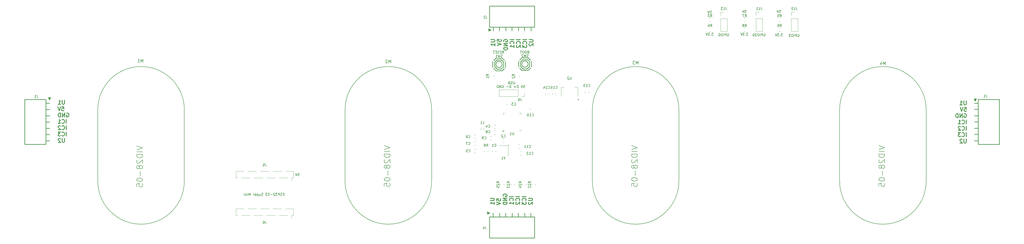
<source format=gbr>
%TF.GenerationSoftware,KiCad,Pcbnew,8.0.8*%
%TF.CreationDate,2025-02-14T17:31:39-08:00*%
%TF.ProjectId,ClockProject,436c6f63-6b50-4726-9f6a-6563742e6b69,rev?*%
%TF.SameCoordinates,Original*%
%TF.FileFunction,Legend,Bot*%
%TF.FilePolarity,Positive*%
%FSLAX46Y46*%
G04 Gerber Fmt 4.6, Leading zero omitted, Abs format (unit mm)*
G04 Created by KiCad (PCBNEW 8.0.8) date 2025-02-14 17:31:39*
%MOMM*%
%LPD*%
G01*
G04 APERTURE LIST*
%ADD10C,0.200000*%
%ADD11C,0.320000*%
%ADD12C,0.150000*%
%ADD13C,0.203200*%
%ADD14C,0.120000*%
%ADD15C,0.127000*%
%ADD16C,0.254000*%
%ADD17C,0.000000*%
G04 APERTURE END LIST*
D10*
X386763457Y-144757488D02*
X386858695Y-144709869D01*
X386858695Y-144709869D02*
X387001552Y-144709869D01*
X387001552Y-144709869D02*
X387144409Y-144757488D01*
X387144409Y-144757488D02*
X387239647Y-144852726D01*
X387239647Y-144852726D02*
X387287266Y-144947964D01*
X387287266Y-144947964D02*
X387334885Y-145138440D01*
X387334885Y-145138440D02*
X387334885Y-145281297D01*
X387334885Y-145281297D02*
X387287266Y-145471773D01*
X387287266Y-145471773D02*
X387239647Y-145567011D01*
X387239647Y-145567011D02*
X387144409Y-145662250D01*
X387144409Y-145662250D02*
X387001552Y-145709869D01*
X387001552Y-145709869D02*
X386906314Y-145709869D01*
X386906314Y-145709869D02*
X386763457Y-145662250D01*
X386763457Y-145662250D02*
X386715838Y-145614630D01*
X386715838Y-145614630D02*
X386715838Y-145281297D01*
X386715838Y-145281297D02*
X386906314Y-145281297D01*
X386287266Y-145709869D02*
X386287266Y-144709869D01*
X386287266Y-144709869D02*
X385906314Y-144709869D01*
X385906314Y-144709869D02*
X385811076Y-144757488D01*
X385811076Y-144757488D02*
X385763457Y-144805107D01*
X385763457Y-144805107D02*
X385715838Y-144900345D01*
X385715838Y-144900345D02*
X385715838Y-145043202D01*
X385715838Y-145043202D02*
X385763457Y-145138440D01*
X385763457Y-145138440D02*
X385811076Y-145186059D01*
X385811076Y-145186059D02*
X385906314Y-145233678D01*
X385906314Y-145233678D02*
X386287266Y-145233678D01*
X385287266Y-145709869D02*
X385287266Y-144709869D01*
X384620600Y-144709869D02*
X384430124Y-144709869D01*
X384430124Y-144709869D02*
X384334886Y-144757488D01*
X384334886Y-144757488D02*
X384239648Y-144852726D01*
X384239648Y-144852726D02*
X384192029Y-145043202D01*
X384192029Y-145043202D02*
X384192029Y-145376535D01*
X384192029Y-145376535D02*
X384239648Y-145567011D01*
X384239648Y-145567011D02*
X384334886Y-145662250D01*
X384334886Y-145662250D02*
X384430124Y-145709869D01*
X384430124Y-145709869D02*
X384620600Y-145709869D01*
X384620600Y-145709869D02*
X384715838Y-145662250D01*
X384715838Y-145662250D02*
X384811076Y-145567011D01*
X384811076Y-145567011D02*
X384858695Y-145376535D01*
X384858695Y-145376535D02*
X384858695Y-145043202D01*
X384858695Y-145043202D02*
X384811076Y-144852726D01*
X384811076Y-144852726D02*
X384715838Y-144757488D01*
X384715838Y-144757488D02*
X384620600Y-144709869D01*
X383811076Y-144805107D02*
X383763457Y-144757488D01*
X383763457Y-144757488D02*
X383668219Y-144709869D01*
X383668219Y-144709869D02*
X383430124Y-144709869D01*
X383430124Y-144709869D02*
X383334886Y-144757488D01*
X383334886Y-144757488D02*
X383287267Y-144805107D01*
X383287267Y-144805107D02*
X383239648Y-144900345D01*
X383239648Y-144900345D02*
X383239648Y-144995583D01*
X383239648Y-144995583D02*
X383287267Y-145138440D01*
X383287267Y-145138440D02*
X383858695Y-145709869D01*
X383858695Y-145709869D02*
X383239648Y-145709869D01*
X382382505Y-144709869D02*
X382572981Y-144709869D01*
X382572981Y-144709869D02*
X382668219Y-144757488D01*
X382668219Y-144757488D02*
X382715838Y-144805107D01*
X382715838Y-144805107D02*
X382811076Y-144947964D01*
X382811076Y-144947964D02*
X382858695Y-145138440D01*
X382858695Y-145138440D02*
X382858695Y-145519392D01*
X382858695Y-145519392D02*
X382811076Y-145614630D01*
X382811076Y-145614630D02*
X382763457Y-145662250D01*
X382763457Y-145662250D02*
X382668219Y-145709869D01*
X382668219Y-145709869D02*
X382477743Y-145709869D01*
X382477743Y-145709869D02*
X382382505Y-145662250D01*
X382382505Y-145662250D02*
X382334886Y-145614630D01*
X382334886Y-145614630D02*
X382287267Y-145519392D01*
X382287267Y-145519392D02*
X382287267Y-145281297D01*
X382287267Y-145281297D02*
X382334886Y-145186059D01*
X382334886Y-145186059D02*
X382382505Y-145138440D01*
X382382505Y-145138440D02*
X382477743Y-145090821D01*
X382477743Y-145090821D02*
X382668219Y-145090821D01*
X382668219Y-145090821D02*
X382763457Y-145138440D01*
X382763457Y-145138440D02*
X382811076Y-145186059D01*
X382811076Y-145186059D02*
X382858695Y-145281297D01*
X372013457Y-144757488D02*
X372108695Y-144709869D01*
X372108695Y-144709869D02*
X372251552Y-144709869D01*
X372251552Y-144709869D02*
X372394409Y-144757488D01*
X372394409Y-144757488D02*
X372489647Y-144852726D01*
X372489647Y-144852726D02*
X372537266Y-144947964D01*
X372537266Y-144947964D02*
X372584885Y-145138440D01*
X372584885Y-145138440D02*
X372584885Y-145281297D01*
X372584885Y-145281297D02*
X372537266Y-145471773D01*
X372537266Y-145471773D02*
X372489647Y-145567011D01*
X372489647Y-145567011D02*
X372394409Y-145662250D01*
X372394409Y-145662250D02*
X372251552Y-145709869D01*
X372251552Y-145709869D02*
X372156314Y-145709869D01*
X372156314Y-145709869D02*
X372013457Y-145662250D01*
X372013457Y-145662250D02*
X371965838Y-145614630D01*
X371965838Y-145614630D02*
X371965838Y-145281297D01*
X371965838Y-145281297D02*
X372156314Y-145281297D01*
X371537266Y-145709869D02*
X371537266Y-144709869D01*
X371537266Y-144709869D02*
X371156314Y-144709869D01*
X371156314Y-144709869D02*
X371061076Y-144757488D01*
X371061076Y-144757488D02*
X371013457Y-144805107D01*
X371013457Y-144805107D02*
X370965838Y-144900345D01*
X370965838Y-144900345D02*
X370965838Y-145043202D01*
X370965838Y-145043202D02*
X371013457Y-145138440D01*
X371013457Y-145138440D02*
X371061076Y-145186059D01*
X371061076Y-145186059D02*
X371156314Y-145233678D01*
X371156314Y-145233678D02*
X371537266Y-145233678D01*
X370537266Y-145709869D02*
X370537266Y-144709869D01*
X369870600Y-144709869D02*
X369680124Y-144709869D01*
X369680124Y-144709869D02*
X369584886Y-144757488D01*
X369584886Y-144757488D02*
X369489648Y-144852726D01*
X369489648Y-144852726D02*
X369442029Y-145043202D01*
X369442029Y-145043202D02*
X369442029Y-145376535D01*
X369442029Y-145376535D02*
X369489648Y-145567011D01*
X369489648Y-145567011D02*
X369584886Y-145662250D01*
X369584886Y-145662250D02*
X369680124Y-145709869D01*
X369680124Y-145709869D02*
X369870600Y-145709869D01*
X369870600Y-145709869D02*
X369965838Y-145662250D01*
X369965838Y-145662250D02*
X370061076Y-145567011D01*
X370061076Y-145567011D02*
X370108695Y-145376535D01*
X370108695Y-145376535D02*
X370108695Y-145043202D01*
X370108695Y-145043202D02*
X370061076Y-144852726D01*
X370061076Y-144852726D02*
X369965838Y-144757488D01*
X369965838Y-144757488D02*
X369870600Y-144709869D01*
X368822981Y-144709869D02*
X368727743Y-144709869D01*
X368727743Y-144709869D02*
X368632505Y-144757488D01*
X368632505Y-144757488D02*
X368584886Y-144805107D01*
X368584886Y-144805107D02*
X368537267Y-144900345D01*
X368537267Y-144900345D02*
X368489648Y-145090821D01*
X368489648Y-145090821D02*
X368489648Y-145328916D01*
X368489648Y-145328916D02*
X368537267Y-145519392D01*
X368537267Y-145519392D02*
X368584886Y-145614630D01*
X368584886Y-145614630D02*
X368632505Y-145662250D01*
X368632505Y-145662250D02*
X368727743Y-145709869D01*
X368727743Y-145709869D02*
X368822981Y-145709869D01*
X368822981Y-145709869D02*
X368918219Y-145662250D01*
X368918219Y-145662250D02*
X368965838Y-145614630D01*
X368965838Y-145614630D02*
X369013457Y-145519392D01*
X369013457Y-145519392D02*
X369061076Y-145328916D01*
X369061076Y-145328916D02*
X369061076Y-145090821D01*
X369061076Y-145090821D02*
X369013457Y-144900345D01*
X369013457Y-144900345D02*
X368965838Y-144805107D01*
X368965838Y-144805107D02*
X368918219Y-144757488D01*
X368918219Y-144757488D02*
X368822981Y-144709869D01*
X291453933Y-152186059D02*
X291311076Y-152233678D01*
X291311076Y-152233678D02*
X291263457Y-152281297D01*
X291263457Y-152281297D02*
X291215838Y-152376535D01*
X291215838Y-152376535D02*
X291215838Y-152519392D01*
X291215838Y-152519392D02*
X291263457Y-152614630D01*
X291263457Y-152614630D02*
X291311076Y-152662250D01*
X291311076Y-152662250D02*
X291406314Y-152709869D01*
X291406314Y-152709869D02*
X291787266Y-152709869D01*
X291787266Y-152709869D02*
X291787266Y-151709869D01*
X291787266Y-151709869D02*
X291453933Y-151709869D01*
X291453933Y-151709869D02*
X291358695Y-151757488D01*
X291358695Y-151757488D02*
X291311076Y-151805107D01*
X291311076Y-151805107D02*
X291263457Y-151900345D01*
X291263457Y-151900345D02*
X291263457Y-151995583D01*
X291263457Y-151995583D02*
X291311076Y-152090821D01*
X291311076Y-152090821D02*
X291358695Y-152138440D01*
X291358695Y-152138440D02*
X291453933Y-152186059D01*
X291453933Y-152186059D02*
X291787266Y-152186059D01*
X290596790Y-151709869D02*
X290406314Y-151709869D01*
X290406314Y-151709869D02*
X290311076Y-151757488D01*
X290311076Y-151757488D02*
X290215838Y-151852726D01*
X290215838Y-151852726D02*
X290168219Y-152043202D01*
X290168219Y-152043202D02*
X290168219Y-152376535D01*
X290168219Y-152376535D02*
X290215838Y-152567011D01*
X290215838Y-152567011D02*
X290311076Y-152662250D01*
X290311076Y-152662250D02*
X290406314Y-152709869D01*
X290406314Y-152709869D02*
X290596790Y-152709869D01*
X290596790Y-152709869D02*
X290692028Y-152662250D01*
X290692028Y-152662250D02*
X290787266Y-152567011D01*
X290787266Y-152567011D02*
X290834885Y-152376535D01*
X290834885Y-152376535D02*
X290834885Y-152043202D01*
X290834885Y-152043202D02*
X290787266Y-151852726D01*
X290787266Y-151852726D02*
X290692028Y-151757488D01*
X290692028Y-151757488D02*
X290596790Y-151709869D01*
X289549171Y-151709869D02*
X289358695Y-151709869D01*
X289358695Y-151709869D02*
X289263457Y-151757488D01*
X289263457Y-151757488D02*
X289168219Y-151852726D01*
X289168219Y-151852726D02*
X289120600Y-152043202D01*
X289120600Y-152043202D02*
X289120600Y-152376535D01*
X289120600Y-152376535D02*
X289168219Y-152567011D01*
X289168219Y-152567011D02*
X289263457Y-152662250D01*
X289263457Y-152662250D02*
X289358695Y-152709869D01*
X289358695Y-152709869D02*
X289549171Y-152709869D01*
X289549171Y-152709869D02*
X289644409Y-152662250D01*
X289644409Y-152662250D02*
X289739647Y-152567011D01*
X289739647Y-152567011D02*
X289787266Y-152376535D01*
X289787266Y-152376535D02*
X289787266Y-152043202D01*
X289787266Y-152043202D02*
X289739647Y-151852726D01*
X289739647Y-151852726D02*
X289644409Y-151757488D01*
X289644409Y-151757488D02*
X289549171Y-151709869D01*
X288834885Y-151709869D02*
X288263457Y-151709869D01*
X288549171Y-152709869D02*
X288549171Y-151709869D01*
X192787266Y-209936059D02*
X192453933Y-209936059D01*
X192311076Y-210459869D02*
X192787266Y-210459869D01*
X192787266Y-210459869D02*
X192787266Y-209459869D01*
X192787266Y-209459869D02*
X192311076Y-209459869D01*
X191930123Y-210412250D02*
X191787266Y-210459869D01*
X191787266Y-210459869D02*
X191549171Y-210459869D01*
X191549171Y-210459869D02*
X191453933Y-210412250D01*
X191453933Y-210412250D02*
X191406314Y-210364630D01*
X191406314Y-210364630D02*
X191358695Y-210269392D01*
X191358695Y-210269392D02*
X191358695Y-210174154D01*
X191358695Y-210174154D02*
X191406314Y-210078916D01*
X191406314Y-210078916D02*
X191453933Y-210031297D01*
X191453933Y-210031297D02*
X191549171Y-209983678D01*
X191549171Y-209983678D02*
X191739647Y-209936059D01*
X191739647Y-209936059D02*
X191834885Y-209888440D01*
X191834885Y-209888440D02*
X191882504Y-209840821D01*
X191882504Y-209840821D02*
X191930123Y-209745583D01*
X191930123Y-209745583D02*
X191930123Y-209650345D01*
X191930123Y-209650345D02*
X191882504Y-209555107D01*
X191882504Y-209555107D02*
X191834885Y-209507488D01*
X191834885Y-209507488D02*
X191739647Y-209459869D01*
X191739647Y-209459869D02*
X191501552Y-209459869D01*
X191501552Y-209459869D02*
X191358695Y-209507488D01*
X190930123Y-210459869D02*
X190930123Y-209459869D01*
X190930123Y-209459869D02*
X190549171Y-209459869D01*
X190549171Y-209459869D02*
X190453933Y-209507488D01*
X190453933Y-209507488D02*
X190406314Y-209555107D01*
X190406314Y-209555107D02*
X190358695Y-209650345D01*
X190358695Y-209650345D02*
X190358695Y-209793202D01*
X190358695Y-209793202D02*
X190406314Y-209888440D01*
X190406314Y-209888440D02*
X190453933Y-209936059D01*
X190453933Y-209936059D02*
X190549171Y-209983678D01*
X190549171Y-209983678D02*
X190930123Y-209983678D01*
X190025361Y-209459869D02*
X189406314Y-209459869D01*
X189406314Y-209459869D02*
X189739647Y-209840821D01*
X189739647Y-209840821D02*
X189596790Y-209840821D01*
X189596790Y-209840821D02*
X189501552Y-209888440D01*
X189501552Y-209888440D02*
X189453933Y-209936059D01*
X189453933Y-209936059D02*
X189406314Y-210031297D01*
X189406314Y-210031297D02*
X189406314Y-210269392D01*
X189406314Y-210269392D02*
X189453933Y-210364630D01*
X189453933Y-210364630D02*
X189501552Y-210412250D01*
X189501552Y-210412250D02*
X189596790Y-210459869D01*
X189596790Y-210459869D02*
X189882504Y-210459869D01*
X189882504Y-210459869D02*
X189977742Y-210412250D01*
X189977742Y-210412250D02*
X190025361Y-210364630D01*
X189025361Y-209555107D02*
X188977742Y-209507488D01*
X188977742Y-209507488D02*
X188882504Y-209459869D01*
X188882504Y-209459869D02*
X188644409Y-209459869D01*
X188644409Y-209459869D02*
X188549171Y-209507488D01*
X188549171Y-209507488D02*
X188501552Y-209555107D01*
X188501552Y-209555107D02*
X188453933Y-209650345D01*
X188453933Y-209650345D02*
X188453933Y-209745583D01*
X188453933Y-209745583D02*
X188501552Y-209888440D01*
X188501552Y-209888440D02*
X189072980Y-210459869D01*
X189072980Y-210459869D02*
X188453933Y-210459869D01*
X188025361Y-210078916D02*
X187263457Y-210078916D01*
X186834885Y-210412250D02*
X186692028Y-210459869D01*
X186692028Y-210459869D02*
X186453933Y-210459869D01*
X186453933Y-210459869D02*
X186358695Y-210412250D01*
X186358695Y-210412250D02*
X186311076Y-210364630D01*
X186311076Y-210364630D02*
X186263457Y-210269392D01*
X186263457Y-210269392D02*
X186263457Y-210174154D01*
X186263457Y-210174154D02*
X186311076Y-210078916D01*
X186311076Y-210078916D02*
X186358695Y-210031297D01*
X186358695Y-210031297D02*
X186453933Y-209983678D01*
X186453933Y-209983678D02*
X186644409Y-209936059D01*
X186644409Y-209936059D02*
X186739647Y-209888440D01*
X186739647Y-209888440D02*
X186787266Y-209840821D01*
X186787266Y-209840821D02*
X186834885Y-209745583D01*
X186834885Y-209745583D02*
X186834885Y-209650345D01*
X186834885Y-209650345D02*
X186787266Y-209555107D01*
X186787266Y-209555107D02*
X186739647Y-209507488D01*
X186739647Y-209507488D02*
X186644409Y-209459869D01*
X186644409Y-209459869D02*
X186406314Y-209459869D01*
X186406314Y-209459869D02*
X186263457Y-209507488D01*
X185930123Y-209459869D02*
X185311076Y-209459869D01*
X185311076Y-209459869D02*
X185644409Y-209840821D01*
X185644409Y-209840821D02*
X185501552Y-209840821D01*
X185501552Y-209840821D02*
X185406314Y-209888440D01*
X185406314Y-209888440D02*
X185358695Y-209936059D01*
X185358695Y-209936059D02*
X185311076Y-210031297D01*
X185311076Y-210031297D02*
X185311076Y-210269392D01*
X185311076Y-210269392D02*
X185358695Y-210364630D01*
X185358695Y-210364630D02*
X185406314Y-210412250D01*
X185406314Y-210412250D02*
X185501552Y-210459869D01*
X185501552Y-210459869D02*
X185787266Y-210459869D01*
X185787266Y-210459869D02*
X185882504Y-210412250D01*
X185882504Y-210412250D02*
X185930123Y-210364630D01*
X184168218Y-210412250D02*
X184025361Y-210459869D01*
X184025361Y-210459869D02*
X183787266Y-210459869D01*
X183787266Y-210459869D02*
X183692028Y-210412250D01*
X183692028Y-210412250D02*
X183644409Y-210364630D01*
X183644409Y-210364630D02*
X183596790Y-210269392D01*
X183596790Y-210269392D02*
X183596790Y-210174154D01*
X183596790Y-210174154D02*
X183644409Y-210078916D01*
X183644409Y-210078916D02*
X183692028Y-210031297D01*
X183692028Y-210031297D02*
X183787266Y-209983678D01*
X183787266Y-209983678D02*
X183977742Y-209936059D01*
X183977742Y-209936059D02*
X184072980Y-209888440D01*
X184072980Y-209888440D02*
X184120599Y-209840821D01*
X184120599Y-209840821D02*
X184168218Y-209745583D01*
X184168218Y-209745583D02*
X184168218Y-209650345D01*
X184168218Y-209650345D02*
X184120599Y-209555107D01*
X184120599Y-209555107D02*
X184072980Y-209507488D01*
X184072980Y-209507488D02*
X183977742Y-209459869D01*
X183977742Y-209459869D02*
X183739647Y-209459869D01*
X183739647Y-209459869D02*
X183596790Y-209507488D01*
X182739647Y-209793202D02*
X182739647Y-210459869D01*
X183168218Y-209793202D02*
X183168218Y-210317011D01*
X183168218Y-210317011D02*
X183120599Y-210412250D01*
X183120599Y-210412250D02*
X183025361Y-210459869D01*
X183025361Y-210459869D02*
X182882504Y-210459869D01*
X182882504Y-210459869D02*
X182787266Y-210412250D01*
X182787266Y-210412250D02*
X182739647Y-210364630D01*
X182263456Y-209793202D02*
X182263456Y-210793202D01*
X182263456Y-209840821D02*
X182168218Y-209793202D01*
X182168218Y-209793202D02*
X181977742Y-209793202D01*
X181977742Y-209793202D02*
X181882504Y-209840821D01*
X181882504Y-209840821D02*
X181834885Y-209888440D01*
X181834885Y-209888440D02*
X181787266Y-209983678D01*
X181787266Y-209983678D02*
X181787266Y-210269392D01*
X181787266Y-210269392D02*
X181834885Y-210364630D01*
X181834885Y-210364630D02*
X181882504Y-210412250D01*
X181882504Y-210412250D02*
X181977742Y-210459869D01*
X181977742Y-210459869D02*
X182168218Y-210459869D01*
X182168218Y-210459869D02*
X182263456Y-210412250D01*
X180977742Y-210412250D02*
X181072980Y-210459869D01*
X181072980Y-210459869D02*
X181263456Y-210459869D01*
X181263456Y-210459869D02*
X181358694Y-210412250D01*
X181358694Y-210412250D02*
X181406313Y-210317011D01*
X181406313Y-210317011D02*
X181406313Y-209936059D01*
X181406313Y-209936059D02*
X181358694Y-209840821D01*
X181358694Y-209840821D02*
X181263456Y-209793202D01*
X181263456Y-209793202D02*
X181072980Y-209793202D01*
X181072980Y-209793202D02*
X180977742Y-209840821D01*
X180977742Y-209840821D02*
X180930123Y-209936059D01*
X180930123Y-209936059D02*
X180930123Y-210031297D01*
X180930123Y-210031297D02*
X181406313Y-210126535D01*
X180501551Y-210459869D02*
X180501551Y-209793202D01*
X180501551Y-209983678D02*
X180453932Y-209888440D01*
X180453932Y-209888440D02*
X180406313Y-209840821D01*
X180406313Y-209840821D02*
X180311075Y-209793202D01*
X180311075Y-209793202D02*
X180215837Y-209793202D01*
X179120598Y-210459869D02*
X179120598Y-209459869D01*
X179120598Y-209459869D02*
X178787265Y-210174154D01*
X178787265Y-210174154D02*
X178453932Y-209459869D01*
X178453932Y-209459869D02*
X178453932Y-210459869D01*
X177977741Y-210459869D02*
X177977741Y-209793202D01*
X177977741Y-209459869D02*
X178025360Y-209507488D01*
X178025360Y-209507488D02*
X177977741Y-209555107D01*
X177977741Y-209555107D02*
X177930122Y-209507488D01*
X177930122Y-209507488D02*
X177977741Y-209459869D01*
X177977741Y-209459869D02*
X177977741Y-209555107D01*
X177501551Y-209793202D02*
X177501551Y-210459869D01*
X177501551Y-209888440D02*
X177453932Y-209840821D01*
X177453932Y-209840821D02*
X177358694Y-209793202D01*
X177358694Y-209793202D02*
X177215837Y-209793202D01*
X177215837Y-209793202D02*
X177120599Y-209840821D01*
X177120599Y-209840821D02*
X177072980Y-209936059D01*
X177072980Y-209936059D02*
X177072980Y-210459869D01*
X176596789Y-210459869D02*
X176596789Y-209793202D01*
X176596789Y-209459869D02*
X176644408Y-209507488D01*
X176644408Y-209507488D02*
X176596789Y-209555107D01*
X176596789Y-209555107D02*
X176549170Y-209507488D01*
X176549170Y-209507488D02*
X176596789Y-209459869D01*
X176596789Y-209459869D02*
X176596789Y-209555107D01*
D11*
X276389030Y-147184128D02*
X277684268Y-147184128D01*
X277684268Y-147184128D02*
X277836649Y-147260318D01*
X277836649Y-147260318D02*
X277912840Y-147336509D01*
X277912840Y-147336509D02*
X277989030Y-147488890D01*
X277989030Y-147488890D02*
X277989030Y-147793652D01*
X277989030Y-147793652D02*
X277912840Y-147946033D01*
X277912840Y-147946033D02*
X277836649Y-148022223D01*
X277836649Y-148022223D02*
X277684268Y-148098414D01*
X277684268Y-148098414D02*
X276389030Y-148098414D01*
X277989030Y-149698413D02*
X277989030Y-148784127D01*
X277989030Y-149241270D02*
X276389030Y-149241270D01*
X276389030Y-149241270D02*
X276617601Y-149088889D01*
X276617601Y-149088889D02*
X276769982Y-148936508D01*
X276769982Y-148936508D02*
X276846173Y-148784127D01*
X278964940Y-147946033D02*
X278964940Y-147184128D01*
X278964940Y-147184128D02*
X279726845Y-147107937D01*
X279726845Y-147107937D02*
X279650654Y-147184128D01*
X279650654Y-147184128D02*
X279574464Y-147336509D01*
X279574464Y-147336509D02*
X279574464Y-147717461D01*
X279574464Y-147717461D02*
X279650654Y-147869842D01*
X279650654Y-147869842D02*
X279726845Y-147946033D01*
X279726845Y-147946033D02*
X279879226Y-148022223D01*
X279879226Y-148022223D02*
X280260178Y-148022223D01*
X280260178Y-148022223D02*
X280412559Y-147946033D01*
X280412559Y-147946033D02*
X280488750Y-147869842D01*
X280488750Y-147869842D02*
X280564940Y-147717461D01*
X280564940Y-147717461D02*
X280564940Y-147336509D01*
X280564940Y-147336509D02*
X280488750Y-147184128D01*
X280488750Y-147184128D02*
X280412559Y-147107937D01*
X278964940Y-148479366D02*
X280564940Y-149012700D01*
X280564940Y-149012700D02*
X278964940Y-149546033D01*
X281617040Y-148022223D02*
X281540850Y-147869842D01*
X281540850Y-147869842D02*
X281540850Y-147641271D01*
X281540850Y-147641271D02*
X281617040Y-147412699D01*
X281617040Y-147412699D02*
X281769421Y-147260318D01*
X281769421Y-147260318D02*
X281921802Y-147184128D01*
X281921802Y-147184128D02*
X282226564Y-147107937D01*
X282226564Y-147107937D02*
X282455136Y-147107937D01*
X282455136Y-147107937D02*
X282759898Y-147184128D01*
X282759898Y-147184128D02*
X282912279Y-147260318D01*
X282912279Y-147260318D02*
X283064660Y-147412699D01*
X283064660Y-147412699D02*
X283140850Y-147641271D01*
X283140850Y-147641271D02*
X283140850Y-147793652D01*
X283140850Y-147793652D02*
X283064660Y-148022223D01*
X283064660Y-148022223D02*
X282988469Y-148098414D01*
X282988469Y-148098414D02*
X282455136Y-148098414D01*
X282455136Y-148098414D02*
X282455136Y-147793652D01*
X283140850Y-148784128D02*
X281540850Y-148784128D01*
X281540850Y-148784128D02*
X283140850Y-149698414D01*
X283140850Y-149698414D02*
X281540850Y-149698414D01*
X283140850Y-150460318D02*
X281540850Y-150460318D01*
X281540850Y-150460318D02*
X281540850Y-150841270D01*
X281540850Y-150841270D02*
X281617040Y-151069842D01*
X281617040Y-151069842D02*
X281769421Y-151222223D01*
X281769421Y-151222223D02*
X281921802Y-151298413D01*
X281921802Y-151298413D02*
X282226564Y-151374604D01*
X282226564Y-151374604D02*
X282455136Y-151374604D01*
X282455136Y-151374604D02*
X282759898Y-151298413D01*
X282759898Y-151298413D02*
X282912279Y-151222223D01*
X282912279Y-151222223D02*
X283064660Y-151069842D01*
X283064660Y-151069842D02*
X283140850Y-150841270D01*
X283140850Y-150841270D02*
X283140850Y-150460318D01*
X285716760Y-147184128D02*
X284116760Y-147184128D01*
X285564379Y-148860319D02*
X285640570Y-148784128D01*
X285640570Y-148784128D02*
X285716760Y-148555557D01*
X285716760Y-148555557D02*
X285716760Y-148403176D01*
X285716760Y-148403176D02*
X285640570Y-148174604D01*
X285640570Y-148174604D02*
X285488189Y-148022223D01*
X285488189Y-148022223D02*
X285335808Y-147946033D01*
X285335808Y-147946033D02*
X285031046Y-147869842D01*
X285031046Y-147869842D02*
X284802474Y-147869842D01*
X284802474Y-147869842D02*
X284497712Y-147946033D01*
X284497712Y-147946033D02*
X284345331Y-148022223D01*
X284345331Y-148022223D02*
X284192950Y-148174604D01*
X284192950Y-148174604D02*
X284116760Y-148403176D01*
X284116760Y-148403176D02*
X284116760Y-148555557D01*
X284116760Y-148555557D02*
X284192950Y-148784128D01*
X284192950Y-148784128D02*
X284269141Y-148860319D01*
X285716760Y-150384128D02*
X285716760Y-149469842D01*
X285716760Y-149926985D02*
X284116760Y-149926985D01*
X284116760Y-149926985D02*
X284345331Y-149774604D01*
X284345331Y-149774604D02*
X284497712Y-149622223D01*
X284497712Y-149622223D02*
X284573903Y-149469842D01*
X288292670Y-147184128D02*
X286692670Y-147184128D01*
X288140289Y-148860319D02*
X288216480Y-148784128D01*
X288216480Y-148784128D02*
X288292670Y-148555557D01*
X288292670Y-148555557D02*
X288292670Y-148403176D01*
X288292670Y-148403176D02*
X288216480Y-148174604D01*
X288216480Y-148174604D02*
X288064099Y-148022223D01*
X288064099Y-148022223D02*
X287911718Y-147946033D01*
X287911718Y-147946033D02*
X287606956Y-147869842D01*
X287606956Y-147869842D02*
X287378384Y-147869842D01*
X287378384Y-147869842D02*
X287073622Y-147946033D01*
X287073622Y-147946033D02*
X286921241Y-148022223D01*
X286921241Y-148022223D02*
X286768860Y-148174604D01*
X286768860Y-148174604D02*
X286692670Y-148403176D01*
X286692670Y-148403176D02*
X286692670Y-148555557D01*
X286692670Y-148555557D02*
X286768860Y-148784128D01*
X286768860Y-148784128D02*
X286845051Y-148860319D01*
X286845051Y-149469842D02*
X286768860Y-149546033D01*
X286768860Y-149546033D02*
X286692670Y-149698414D01*
X286692670Y-149698414D02*
X286692670Y-150079366D01*
X286692670Y-150079366D02*
X286768860Y-150231747D01*
X286768860Y-150231747D02*
X286845051Y-150307938D01*
X286845051Y-150307938D02*
X286997432Y-150384128D01*
X286997432Y-150384128D02*
X287149813Y-150384128D01*
X287149813Y-150384128D02*
X287378384Y-150307938D01*
X287378384Y-150307938D02*
X288292670Y-149393652D01*
X288292670Y-149393652D02*
X288292670Y-150384128D01*
X290868580Y-147184128D02*
X289268580Y-147184128D01*
X290716199Y-148860319D02*
X290792390Y-148784128D01*
X290792390Y-148784128D02*
X290868580Y-148555557D01*
X290868580Y-148555557D02*
X290868580Y-148403176D01*
X290868580Y-148403176D02*
X290792390Y-148174604D01*
X290792390Y-148174604D02*
X290640009Y-148022223D01*
X290640009Y-148022223D02*
X290487628Y-147946033D01*
X290487628Y-147946033D02*
X290182866Y-147869842D01*
X290182866Y-147869842D02*
X289954294Y-147869842D01*
X289954294Y-147869842D02*
X289649532Y-147946033D01*
X289649532Y-147946033D02*
X289497151Y-148022223D01*
X289497151Y-148022223D02*
X289344770Y-148174604D01*
X289344770Y-148174604D02*
X289268580Y-148403176D01*
X289268580Y-148403176D02*
X289268580Y-148555557D01*
X289268580Y-148555557D02*
X289344770Y-148784128D01*
X289344770Y-148784128D02*
X289420961Y-148860319D01*
X289268580Y-149393652D02*
X289268580Y-150384128D01*
X289268580Y-150384128D02*
X289878104Y-149850795D01*
X289878104Y-149850795D02*
X289878104Y-150079366D01*
X289878104Y-150079366D02*
X289954294Y-150231747D01*
X289954294Y-150231747D02*
X290030485Y-150307938D01*
X290030485Y-150307938D02*
X290182866Y-150384128D01*
X290182866Y-150384128D02*
X290563818Y-150384128D01*
X290563818Y-150384128D02*
X290716199Y-150307938D01*
X290716199Y-150307938D02*
X290792390Y-150231747D01*
X290792390Y-150231747D02*
X290868580Y-150079366D01*
X290868580Y-150079366D02*
X290868580Y-149622223D01*
X290868580Y-149622223D02*
X290792390Y-149469842D01*
X290792390Y-149469842D02*
X290716199Y-149393652D01*
X291844490Y-147184128D02*
X293139728Y-147184128D01*
X293139728Y-147184128D02*
X293292109Y-147260318D01*
X293292109Y-147260318D02*
X293368300Y-147336509D01*
X293368300Y-147336509D02*
X293444490Y-147488890D01*
X293444490Y-147488890D02*
X293444490Y-147793652D01*
X293444490Y-147793652D02*
X293368300Y-147946033D01*
X293368300Y-147946033D02*
X293292109Y-148022223D01*
X293292109Y-148022223D02*
X293139728Y-148098414D01*
X293139728Y-148098414D02*
X291844490Y-148098414D01*
X291996871Y-148784127D02*
X291920680Y-148860318D01*
X291920680Y-148860318D02*
X291844490Y-149012699D01*
X291844490Y-149012699D02*
X291844490Y-149393651D01*
X291844490Y-149393651D02*
X291920680Y-149546032D01*
X291920680Y-149546032D02*
X291996871Y-149622223D01*
X291996871Y-149622223D02*
X292149252Y-149698413D01*
X292149252Y-149698413D02*
X292301633Y-149698413D01*
X292301633Y-149698413D02*
X292530204Y-149622223D01*
X292530204Y-149622223D02*
X293444490Y-148707937D01*
X293444490Y-148707937D02*
X293444490Y-149698413D01*
D10*
X380382504Y-144459869D02*
X379763457Y-144459869D01*
X379763457Y-144459869D02*
X380096790Y-144840821D01*
X380096790Y-144840821D02*
X379953933Y-144840821D01*
X379953933Y-144840821D02*
X379858695Y-144888440D01*
X379858695Y-144888440D02*
X379811076Y-144936059D01*
X379811076Y-144936059D02*
X379763457Y-145031297D01*
X379763457Y-145031297D02*
X379763457Y-145269392D01*
X379763457Y-145269392D02*
X379811076Y-145364630D01*
X379811076Y-145364630D02*
X379858695Y-145412250D01*
X379858695Y-145412250D02*
X379953933Y-145459869D01*
X379953933Y-145459869D02*
X380239647Y-145459869D01*
X380239647Y-145459869D02*
X380334885Y-145412250D01*
X380334885Y-145412250D02*
X380382504Y-145364630D01*
X379334885Y-145364630D02*
X379287266Y-145412250D01*
X379287266Y-145412250D02*
X379334885Y-145459869D01*
X379334885Y-145459869D02*
X379382504Y-145412250D01*
X379382504Y-145412250D02*
X379334885Y-145364630D01*
X379334885Y-145364630D02*
X379334885Y-145459869D01*
X378953933Y-144459869D02*
X378334886Y-144459869D01*
X378334886Y-144459869D02*
X378668219Y-144840821D01*
X378668219Y-144840821D02*
X378525362Y-144840821D01*
X378525362Y-144840821D02*
X378430124Y-144888440D01*
X378430124Y-144888440D02*
X378382505Y-144936059D01*
X378382505Y-144936059D02*
X378334886Y-145031297D01*
X378334886Y-145031297D02*
X378334886Y-145269392D01*
X378334886Y-145269392D02*
X378382505Y-145364630D01*
X378382505Y-145364630D02*
X378430124Y-145412250D01*
X378430124Y-145412250D02*
X378525362Y-145459869D01*
X378525362Y-145459869D02*
X378811076Y-145459869D01*
X378811076Y-145459869D02*
X378906314Y-145412250D01*
X378906314Y-145412250D02*
X378953933Y-145364630D01*
X378049171Y-144459869D02*
X377715838Y-145459869D01*
X377715838Y-145459869D02*
X377382505Y-144459869D01*
X286037266Y-164209869D02*
X286037266Y-165019392D01*
X286037266Y-165019392D02*
X285989647Y-165114630D01*
X285989647Y-165114630D02*
X285942028Y-165162250D01*
X285942028Y-165162250D02*
X285846790Y-165209869D01*
X285846790Y-165209869D02*
X285656314Y-165209869D01*
X285656314Y-165209869D02*
X285561076Y-165162250D01*
X285561076Y-165162250D02*
X285513457Y-165114630D01*
X285513457Y-165114630D02*
X285465838Y-165019392D01*
X285465838Y-165019392D02*
X285465838Y-164209869D01*
X285037266Y-165162250D02*
X284894409Y-165209869D01*
X284894409Y-165209869D02*
X284656314Y-165209869D01*
X284656314Y-165209869D02*
X284561076Y-165162250D01*
X284561076Y-165162250D02*
X284513457Y-165114630D01*
X284513457Y-165114630D02*
X284465838Y-165019392D01*
X284465838Y-165019392D02*
X284465838Y-164924154D01*
X284465838Y-164924154D02*
X284513457Y-164828916D01*
X284513457Y-164828916D02*
X284561076Y-164781297D01*
X284561076Y-164781297D02*
X284656314Y-164733678D01*
X284656314Y-164733678D02*
X284846790Y-164686059D01*
X284846790Y-164686059D02*
X284942028Y-164638440D01*
X284942028Y-164638440D02*
X284989647Y-164590821D01*
X284989647Y-164590821D02*
X285037266Y-164495583D01*
X285037266Y-164495583D02*
X285037266Y-164400345D01*
X285037266Y-164400345D02*
X284989647Y-164305107D01*
X284989647Y-164305107D02*
X284942028Y-164257488D01*
X284942028Y-164257488D02*
X284846790Y-164209869D01*
X284846790Y-164209869D02*
X284608695Y-164209869D01*
X284608695Y-164209869D02*
X284465838Y-164257488D01*
X283703933Y-164686059D02*
X283561076Y-164733678D01*
X283561076Y-164733678D02*
X283513457Y-164781297D01*
X283513457Y-164781297D02*
X283465838Y-164876535D01*
X283465838Y-164876535D02*
X283465838Y-165019392D01*
X283465838Y-165019392D02*
X283513457Y-165114630D01*
X283513457Y-165114630D02*
X283561076Y-165162250D01*
X283561076Y-165162250D02*
X283656314Y-165209869D01*
X283656314Y-165209869D02*
X284037266Y-165209869D01*
X284037266Y-165209869D02*
X284037266Y-164209869D01*
X284037266Y-164209869D02*
X283703933Y-164209869D01*
X283703933Y-164209869D02*
X283608695Y-164257488D01*
X283608695Y-164257488D02*
X283561076Y-164305107D01*
X283561076Y-164305107D02*
X283513457Y-164400345D01*
X283513457Y-164400345D02*
X283513457Y-164495583D01*
X283513457Y-164495583D02*
X283561076Y-164590821D01*
X283561076Y-164590821D02*
X283608695Y-164638440D01*
X283608695Y-164638440D02*
X283703933Y-164686059D01*
X283703933Y-164686059D02*
X284037266Y-164686059D01*
X393061076Y-135209869D02*
X393537266Y-135209869D01*
X393537266Y-135209869D02*
X393584885Y-135686059D01*
X393584885Y-135686059D02*
X393537266Y-135638440D01*
X393537266Y-135638440D02*
X393442028Y-135590821D01*
X393442028Y-135590821D02*
X393203933Y-135590821D01*
X393203933Y-135590821D02*
X393108695Y-135638440D01*
X393108695Y-135638440D02*
X393061076Y-135686059D01*
X393061076Y-135686059D02*
X393013457Y-135781297D01*
X393013457Y-135781297D02*
X393013457Y-136019392D01*
X393013457Y-136019392D02*
X393061076Y-136114630D01*
X393061076Y-136114630D02*
X393108695Y-136162250D01*
X393108695Y-136162250D02*
X393203933Y-136209869D01*
X393203933Y-136209869D02*
X393442028Y-136209869D01*
X393442028Y-136209869D02*
X393537266Y-136162250D01*
X393537266Y-136162250D02*
X393584885Y-136114630D01*
X392727742Y-135209869D02*
X392394409Y-136209869D01*
X392394409Y-136209869D02*
X392061076Y-135209869D01*
X365061076Y-135459869D02*
X365537266Y-135459869D01*
X365537266Y-135459869D02*
X365584885Y-135936059D01*
X365584885Y-135936059D02*
X365537266Y-135888440D01*
X365537266Y-135888440D02*
X365442028Y-135840821D01*
X365442028Y-135840821D02*
X365203933Y-135840821D01*
X365203933Y-135840821D02*
X365108695Y-135888440D01*
X365108695Y-135888440D02*
X365061076Y-135936059D01*
X365061076Y-135936059D02*
X365013457Y-136031297D01*
X365013457Y-136031297D02*
X365013457Y-136269392D01*
X365013457Y-136269392D02*
X365061076Y-136364630D01*
X365061076Y-136364630D02*
X365108695Y-136412250D01*
X365108695Y-136412250D02*
X365203933Y-136459869D01*
X365203933Y-136459869D02*
X365442028Y-136459869D01*
X365442028Y-136459869D02*
X365537266Y-136412250D01*
X365537266Y-136412250D02*
X365584885Y-136364630D01*
X364727742Y-135459869D02*
X364394409Y-136459869D01*
X364394409Y-136459869D02*
X364061076Y-135459869D01*
D11*
X103936513Y-171824740D02*
X103936513Y-173119978D01*
X103936513Y-173119978D02*
X103860323Y-173272359D01*
X103860323Y-173272359D02*
X103784132Y-173348550D01*
X103784132Y-173348550D02*
X103631751Y-173424740D01*
X103631751Y-173424740D02*
X103326989Y-173424740D01*
X103326989Y-173424740D02*
X103174608Y-173348550D01*
X103174608Y-173348550D02*
X103098418Y-173272359D01*
X103098418Y-173272359D02*
X103022227Y-173119978D01*
X103022227Y-173119978D02*
X103022227Y-171824740D01*
X101422228Y-173424740D02*
X102336514Y-173424740D01*
X101879371Y-173424740D02*
X101879371Y-171824740D01*
X101879371Y-171824740D02*
X102031752Y-172053311D01*
X102031752Y-172053311D02*
X102184133Y-172205692D01*
X102184133Y-172205692D02*
X102336514Y-172281883D01*
X102869847Y-174400650D02*
X103631752Y-174400650D01*
X103631752Y-174400650D02*
X103707943Y-175162555D01*
X103707943Y-175162555D02*
X103631752Y-175086364D01*
X103631752Y-175086364D02*
X103479371Y-175010174D01*
X103479371Y-175010174D02*
X103098419Y-175010174D01*
X103098419Y-175010174D02*
X102946038Y-175086364D01*
X102946038Y-175086364D02*
X102869847Y-175162555D01*
X102869847Y-175162555D02*
X102793657Y-175314936D01*
X102793657Y-175314936D02*
X102793657Y-175695888D01*
X102793657Y-175695888D02*
X102869847Y-175848269D01*
X102869847Y-175848269D02*
X102946038Y-175924460D01*
X102946038Y-175924460D02*
X103098419Y-176000650D01*
X103098419Y-176000650D02*
X103479371Y-176000650D01*
X103479371Y-176000650D02*
X103631752Y-175924460D01*
X103631752Y-175924460D02*
X103707943Y-175848269D01*
X102336514Y-174400650D02*
X101803180Y-176000650D01*
X101803180Y-176000650D02*
X101269847Y-174400650D01*
X104774608Y-177052750D02*
X104926989Y-176976560D01*
X104926989Y-176976560D02*
X105155560Y-176976560D01*
X105155560Y-176976560D02*
X105384132Y-177052750D01*
X105384132Y-177052750D02*
X105536513Y-177205131D01*
X105536513Y-177205131D02*
X105612703Y-177357512D01*
X105612703Y-177357512D02*
X105688894Y-177662274D01*
X105688894Y-177662274D02*
X105688894Y-177890846D01*
X105688894Y-177890846D02*
X105612703Y-178195608D01*
X105612703Y-178195608D02*
X105536513Y-178347989D01*
X105536513Y-178347989D02*
X105384132Y-178500370D01*
X105384132Y-178500370D02*
X105155560Y-178576560D01*
X105155560Y-178576560D02*
X105003179Y-178576560D01*
X105003179Y-178576560D02*
X104774608Y-178500370D01*
X104774608Y-178500370D02*
X104698417Y-178424179D01*
X104698417Y-178424179D02*
X104698417Y-177890846D01*
X104698417Y-177890846D02*
X105003179Y-177890846D01*
X104012703Y-178576560D02*
X104012703Y-176976560D01*
X104012703Y-176976560D02*
X103098417Y-178576560D01*
X103098417Y-178576560D02*
X103098417Y-176976560D01*
X102336513Y-178576560D02*
X102336513Y-176976560D01*
X102336513Y-176976560D02*
X101955561Y-176976560D01*
X101955561Y-176976560D02*
X101726989Y-177052750D01*
X101726989Y-177052750D02*
X101574608Y-177205131D01*
X101574608Y-177205131D02*
X101498418Y-177357512D01*
X101498418Y-177357512D02*
X101422227Y-177662274D01*
X101422227Y-177662274D02*
X101422227Y-177890846D01*
X101422227Y-177890846D02*
X101498418Y-178195608D01*
X101498418Y-178195608D02*
X101574608Y-178347989D01*
X101574608Y-178347989D02*
X101726989Y-178500370D01*
X101726989Y-178500370D02*
X101955561Y-178576560D01*
X101955561Y-178576560D02*
X102336513Y-178576560D01*
X104622228Y-181152470D02*
X104622228Y-179552470D01*
X102946037Y-181000089D02*
X103022228Y-181076280D01*
X103022228Y-181076280D02*
X103250799Y-181152470D01*
X103250799Y-181152470D02*
X103403180Y-181152470D01*
X103403180Y-181152470D02*
X103631752Y-181076280D01*
X103631752Y-181076280D02*
X103784133Y-180923899D01*
X103784133Y-180923899D02*
X103860323Y-180771518D01*
X103860323Y-180771518D02*
X103936514Y-180466756D01*
X103936514Y-180466756D02*
X103936514Y-180238184D01*
X103936514Y-180238184D02*
X103860323Y-179933422D01*
X103860323Y-179933422D02*
X103784133Y-179781041D01*
X103784133Y-179781041D02*
X103631752Y-179628660D01*
X103631752Y-179628660D02*
X103403180Y-179552470D01*
X103403180Y-179552470D02*
X103250799Y-179552470D01*
X103250799Y-179552470D02*
X103022228Y-179628660D01*
X103022228Y-179628660D02*
X102946037Y-179704851D01*
X101422228Y-181152470D02*
X102336514Y-181152470D01*
X101879371Y-181152470D02*
X101879371Y-179552470D01*
X101879371Y-179552470D02*
X102031752Y-179781041D01*
X102031752Y-179781041D02*
X102184133Y-179933422D01*
X102184133Y-179933422D02*
X102336514Y-180009613D01*
X104622228Y-183728380D02*
X104622228Y-182128380D01*
X102946037Y-183575999D02*
X103022228Y-183652190D01*
X103022228Y-183652190D02*
X103250799Y-183728380D01*
X103250799Y-183728380D02*
X103403180Y-183728380D01*
X103403180Y-183728380D02*
X103631752Y-183652190D01*
X103631752Y-183652190D02*
X103784133Y-183499809D01*
X103784133Y-183499809D02*
X103860323Y-183347428D01*
X103860323Y-183347428D02*
X103936514Y-183042666D01*
X103936514Y-183042666D02*
X103936514Y-182814094D01*
X103936514Y-182814094D02*
X103860323Y-182509332D01*
X103860323Y-182509332D02*
X103784133Y-182356951D01*
X103784133Y-182356951D02*
X103631752Y-182204570D01*
X103631752Y-182204570D02*
X103403180Y-182128380D01*
X103403180Y-182128380D02*
X103250799Y-182128380D01*
X103250799Y-182128380D02*
X103022228Y-182204570D01*
X103022228Y-182204570D02*
X102946037Y-182280761D01*
X102336514Y-182280761D02*
X102260323Y-182204570D01*
X102260323Y-182204570D02*
X102107942Y-182128380D01*
X102107942Y-182128380D02*
X101726990Y-182128380D01*
X101726990Y-182128380D02*
X101574609Y-182204570D01*
X101574609Y-182204570D02*
X101498418Y-182280761D01*
X101498418Y-182280761D02*
X101422228Y-182433142D01*
X101422228Y-182433142D02*
X101422228Y-182585523D01*
X101422228Y-182585523D02*
X101498418Y-182814094D01*
X101498418Y-182814094D02*
X102412704Y-183728380D01*
X102412704Y-183728380D02*
X101422228Y-183728380D01*
X104622228Y-186304290D02*
X104622228Y-184704290D01*
X102946037Y-186151909D02*
X103022228Y-186228100D01*
X103022228Y-186228100D02*
X103250799Y-186304290D01*
X103250799Y-186304290D02*
X103403180Y-186304290D01*
X103403180Y-186304290D02*
X103631752Y-186228100D01*
X103631752Y-186228100D02*
X103784133Y-186075719D01*
X103784133Y-186075719D02*
X103860323Y-185923338D01*
X103860323Y-185923338D02*
X103936514Y-185618576D01*
X103936514Y-185618576D02*
X103936514Y-185390004D01*
X103936514Y-185390004D02*
X103860323Y-185085242D01*
X103860323Y-185085242D02*
X103784133Y-184932861D01*
X103784133Y-184932861D02*
X103631752Y-184780480D01*
X103631752Y-184780480D02*
X103403180Y-184704290D01*
X103403180Y-184704290D02*
X103250799Y-184704290D01*
X103250799Y-184704290D02*
X103022228Y-184780480D01*
X103022228Y-184780480D02*
X102946037Y-184856671D01*
X102412704Y-184704290D02*
X101422228Y-184704290D01*
X101422228Y-184704290D02*
X101955561Y-185313814D01*
X101955561Y-185313814D02*
X101726990Y-185313814D01*
X101726990Y-185313814D02*
X101574609Y-185390004D01*
X101574609Y-185390004D02*
X101498418Y-185466195D01*
X101498418Y-185466195D02*
X101422228Y-185618576D01*
X101422228Y-185618576D02*
X101422228Y-185999528D01*
X101422228Y-185999528D02*
X101498418Y-186151909D01*
X101498418Y-186151909D02*
X101574609Y-186228100D01*
X101574609Y-186228100D02*
X101726990Y-186304290D01*
X101726990Y-186304290D02*
X102184133Y-186304290D01*
X102184133Y-186304290D02*
X102336514Y-186228100D01*
X102336514Y-186228100D02*
X102412704Y-186151909D01*
X103936513Y-187280200D02*
X103936513Y-188575438D01*
X103936513Y-188575438D02*
X103860323Y-188727819D01*
X103860323Y-188727819D02*
X103784132Y-188804010D01*
X103784132Y-188804010D02*
X103631751Y-188880200D01*
X103631751Y-188880200D02*
X103326989Y-188880200D01*
X103326989Y-188880200D02*
X103174608Y-188804010D01*
X103174608Y-188804010D02*
X103098418Y-188727819D01*
X103098418Y-188727819D02*
X103022227Y-188575438D01*
X103022227Y-188575438D02*
X103022227Y-187280200D01*
X102336514Y-187432581D02*
X102260323Y-187356390D01*
X102260323Y-187356390D02*
X102107942Y-187280200D01*
X102107942Y-187280200D02*
X101726990Y-187280200D01*
X101726990Y-187280200D02*
X101574609Y-187356390D01*
X101574609Y-187356390D02*
X101498418Y-187432581D01*
X101498418Y-187432581D02*
X101422228Y-187584962D01*
X101422228Y-187584962D02*
X101422228Y-187737343D01*
X101422228Y-187737343D02*
X101498418Y-187965914D01*
X101498418Y-187965914D02*
X102412704Y-188880200D01*
X102412704Y-188880200D02*
X101422228Y-188880200D01*
X468565461Y-172074740D02*
X468565461Y-173369978D01*
X468565461Y-173369978D02*
X468489271Y-173522359D01*
X468489271Y-173522359D02*
X468413080Y-173598550D01*
X468413080Y-173598550D02*
X468260699Y-173674740D01*
X468260699Y-173674740D02*
X467955937Y-173674740D01*
X467955937Y-173674740D02*
X467803556Y-173598550D01*
X467803556Y-173598550D02*
X467727366Y-173522359D01*
X467727366Y-173522359D02*
X467651175Y-173369978D01*
X467651175Y-173369978D02*
X467651175Y-172074740D01*
X466051176Y-173674740D02*
X466965462Y-173674740D01*
X466508319Y-173674740D02*
X466508319Y-172074740D01*
X466508319Y-172074740D02*
X466660700Y-172303311D01*
X466660700Y-172303311D02*
X466813081Y-172455692D01*
X466813081Y-172455692D02*
X466965462Y-172531883D01*
X467803556Y-174650650D02*
X468565461Y-174650650D01*
X468565461Y-174650650D02*
X468641652Y-175412555D01*
X468641652Y-175412555D02*
X468565461Y-175336364D01*
X468565461Y-175336364D02*
X468413080Y-175260174D01*
X468413080Y-175260174D02*
X468032128Y-175260174D01*
X468032128Y-175260174D02*
X467879747Y-175336364D01*
X467879747Y-175336364D02*
X467803556Y-175412555D01*
X467803556Y-175412555D02*
X467727366Y-175564936D01*
X467727366Y-175564936D02*
X467727366Y-175945888D01*
X467727366Y-175945888D02*
X467803556Y-176098269D01*
X467803556Y-176098269D02*
X467879747Y-176174460D01*
X467879747Y-176174460D02*
X468032128Y-176250650D01*
X468032128Y-176250650D02*
X468413080Y-176250650D01*
X468413080Y-176250650D02*
X468565461Y-176174460D01*
X468565461Y-176174460D02*
X468641652Y-176098269D01*
X467270223Y-174650650D02*
X466736889Y-176250650D01*
X466736889Y-176250650D02*
X466203556Y-174650650D01*
X467727366Y-177302750D02*
X467879747Y-177226560D01*
X467879747Y-177226560D02*
X468108318Y-177226560D01*
X468108318Y-177226560D02*
X468336890Y-177302750D01*
X468336890Y-177302750D02*
X468489271Y-177455131D01*
X468489271Y-177455131D02*
X468565461Y-177607512D01*
X468565461Y-177607512D02*
X468641652Y-177912274D01*
X468641652Y-177912274D02*
X468641652Y-178140846D01*
X468641652Y-178140846D02*
X468565461Y-178445608D01*
X468565461Y-178445608D02*
X468489271Y-178597989D01*
X468489271Y-178597989D02*
X468336890Y-178750370D01*
X468336890Y-178750370D02*
X468108318Y-178826560D01*
X468108318Y-178826560D02*
X467955937Y-178826560D01*
X467955937Y-178826560D02*
X467727366Y-178750370D01*
X467727366Y-178750370D02*
X467651175Y-178674179D01*
X467651175Y-178674179D02*
X467651175Y-178140846D01*
X467651175Y-178140846D02*
X467955937Y-178140846D01*
X466965461Y-178826560D02*
X466965461Y-177226560D01*
X466965461Y-177226560D02*
X466051175Y-178826560D01*
X466051175Y-178826560D02*
X466051175Y-177226560D01*
X465289271Y-178826560D02*
X465289271Y-177226560D01*
X465289271Y-177226560D02*
X464908319Y-177226560D01*
X464908319Y-177226560D02*
X464679747Y-177302750D01*
X464679747Y-177302750D02*
X464527366Y-177455131D01*
X464527366Y-177455131D02*
X464451176Y-177607512D01*
X464451176Y-177607512D02*
X464374985Y-177912274D01*
X464374985Y-177912274D02*
X464374985Y-178140846D01*
X464374985Y-178140846D02*
X464451176Y-178445608D01*
X464451176Y-178445608D02*
X464527366Y-178597989D01*
X464527366Y-178597989D02*
X464679747Y-178750370D01*
X464679747Y-178750370D02*
X464908319Y-178826560D01*
X464908319Y-178826560D02*
X465289271Y-178826560D01*
X468565461Y-181402470D02*
X468565461Y-179802470D01*
X466889270Y-181250089D02*
X466965461Y-181326280D01*
X466965461Y-181326280D02*
X467194032Y-181402470D01*
X467194032Y-181402470D02*
X467346413Y-181402470D01*
X467346413Y-181402470D02*
X467574985Y-181326280D01*
X467574985Y-181326280D02*
X467727366Y-181173899D01*
X467727366Y-181173899D02*
X467803556Y-181021518D01*
X467803556Y-181021518D02*
X467879747Y-180716756D01*
X467879747Y-180716756D02*
X467879747Y-180488184D01*
X467879747Y-180488184D02*
X467803556Y-180183422D01*
X467803556Y-180183422D02*
X467727366Y-180031041D01*
X467727366Y-180031041D02*
X467574985Y-179878660D01*
X467574985Y-179878660D02*
X467346413Y-179802470D01*
X467346413Y-179802470D02*
X467194032Y-179802470D01*
X467194032Y-179802470D02*
X466965461Y-179878660D01*
X466965461Y-179878660D02*
X466889270Y-179954851D01*
X465365461Y-181402470D02*
X466279747Y-181402470D01*
X465822604Y-181402470D02*
X465822604Y-179802470D01*
X465822604Y-179802470D02*
X465974985Y-180031041D01*
X465974985Y-180031041D02*
X466127366Y-180183422D01*
X466127366Y-180183422D02*
X466279747Y-180259613D01*
X468565461Y-183978380D02*
X468565461Y-182378380D01*
X466889270Y-183825999D02*
X466965461Y-183902190D01*
X466965461Y-183902190D02*
X467194032Y-183978380D01*
X467194032Y-183978380D02*
X467346413Y-183978380D01*
X467346413Y-183978380D02*
X467574985Y-183902190D01*
X467574985Y-183902190D02*
X467727366Y-183749809D01*
X467727366Y-183749809D02*
X467803556Y-183597428D01*
X467803556Y-183597428D02*
X467879747Y-183292666D01*
X467879747Y-183292666D02*
X467879747Y-183064094D01*
X467879747Y-183064094D02*
X467803556Y-182759332D01*
X467803556Y-182759332D02*
X467727366Y-182606951D01*
X467727366Y-182606951D02*
X467574985Y-182454570D01*
X467574985Y-182454570D02*
X467346413Y-182378380D01*
X467346413Y-182378380D02*
X467194032Y-182378380D01*
X467194032Y-182378380D02*
X466965461Y-182454570D01*
X466965461Y-182454570D02*
X466889270Y-182530761D01*
X466279747Y-182530761D02*
X466203556Y-182454570D01*
X466203556Y-182454570D02*
X466051175Y-182378380D01*
X466051175Y-182378380D02*
X465670223Y-182378380D01*
X465670223Y-182378380D02*
X465517842Y-182454570D01*
X465517842Y-182454570D02*
X465441651Y-182530761D01*
X465441651Y-182530761D02*
X465365461Y-182683142D01*
X465365461Y-182683142D02*
X465365461Y-182835523D01*
X465365461Y-182835523D02*
X465441651Y-183064094D01*
X465441651Y-183064094D02*
X466355937Y-183978380D01*
X466355937Y-183978380D02*
X465365461Y-183978380D01*
X468565461Y-186554290D02*
X468565461Y-184954290D01*
X466889270Y-186401909D02*
X466965461Y-186478100D01*
X466965461Y-186478100D02*
X467194032Y-186554290D01*
X467194032Y-186554290D02*
X467346413Y-186554290D01*
X467346413Y-186554290D02*
X467574985Y-186478100D01*
X467574985Y-186478100D02*
X467727366Y-186325719D01*
X467727366Y-186325719D02*
X467803556Y-186173338D01*
X467803556Y-186173338D02*
X467879747Y-185868576D01*
X467879747Y-185868576D02*
X467879747Y-185640004D01*
X467879747Y-185640004D02*
X467803556Y-185335242D01*
X467803556Y-185335242D02*
X467727366Y-185182861D01*
X467727366Y-185182861D02*
X467574985Y-185030480D01*
X467574985Y-185030480D02*
X467346413Y-184954290D01*
X467346413Y-184954290D02*
X467194032Y-184954290D01*
X467194032Y-184954290D02*
X466965461Y-185030480D01*
X466965461Y-185030480D02*
X466889270Y-185106671D01*
X466355937Y-184954290D02*
X465365461Y-184954290D01*
X465365461Y-184954290D02*
X465898794Y-185563814D01*
X465898794Y-185563814D02*
X465670223Y-185563814D01*
X465670223Y-185563814D02*
X465517842Y-185640004D01*
X465517842Y-185640004D02*
X465441651Y-185716195D01*
X465441651Y-185716195D02*
X465365461Y-185868576D01*
X465365461Y-185868576D02*
X465365461Y-186249528D01*
X465365461Y-186249528D02*
X465441651Y-186401909D01*
X465441651Y-186401909D02*
X465517842Y-186478100D01*
X465517842Y-186478100D02*
X465670223Y-186554290D01*
X465670223Y-186554290D02*
X466127366Y-186554290D01*
X466127366Y-186554290D02*
X466279747Y-186478100D01*
X466279747Y-186478100D02*
X466355937Y-186401909D01*
X468565461Y-187530200D02*
X468565461Y-188825438D01*
X468565461Y-188825438D02*
X468489271Y-188977819D01*
X468489271Y-188977819D02*
X468413080Y-189054010D01*
X468413080Y-189054010D02*
X468260699Y-189130200D01*
X468260699Y-189130200D02*
X467955937Y-189130200D01*
X467955937Y-189130200D02*
X467803556Y-189054010D01*
X467803556Y-189054010D02*
X467727366Y-188977819D01*
X467727366Y-188977819D02*
X467651175Y-188825438D01*
X467651175Y-188825438D02*
X467651175Y-187530200D01*
X466965462Y-187682581D02*
X466889271Y-187606390D01*
X466889271Y-187606390D02*
X466736890Y-187530200D01*
X466736890Y-187530200D02*
X466355938Y-187530200D01*
X466355938Y-187530200D02*
X466203557Y-187606390D01*
X466203557Y-187606390D02*
X466127366Y-187682581D01*
X466127366Y-187682581D02*
X466051176Y-187834962D01*
X466051176Y-187834962D02*
X466051176Y-187987343D01*
X466051176Y-187987343D02*
X466127366Y-188215914D01*
X466127366Y-188215914D02*
X467041652Y-189130200D01*
X467041652Y-189130200D02*
X466051176Y-189130200D01*
X276139030Y-211563076D02*
X277434268Y-211563076D01*
X277434268Y-211563076D02*
X277586649Y-211639266D01*
X277586649Y-211639266D02*
X277662840Y-211715457D01*
X277662840Y-211715457D02*
X277739030Y-211867838D01*
X277739030Y-211867838D02*
X277739030Y-212172600D01*
X277739030Y-212172600D02*
X277662840Y-212324981D01*
X277662840Y-212324981D02*
X277586649Y-212401171D01*
X277586649Y-212401171D02*
X277434268Y-212477362D01*
X277434268Y-212477362D02*
X276139030Y-212477362D01*
X277739030Y-214077361D02*
X277739030Y-213163075D01*
X277739030Y-213620218D02*
X276139030Y-213620218D01*
X276139030Y-213620218D02*
X276367601Y-213467837D01*
X276367601Y-213467837D02*
X276519982Y-213315456D01*
X276519982Y-213315456D02*
X276596173Y-213163075D01*
X278714940Y-212629742D02*
X278714940Y-211867837D01*
X278714940Y-211867837D02*
X279476845Y-211791646D01*
X279476845Y-211791646D02*
X279400654Y-211867837D01*
X279400654Y-211867837D02*
X279324464Y-212020218D01*
X279324464Y-212020218D02*
X279324464Y-212401170D01*
X279324464Y-212401170D02*
X279400654Y-212553551D01*
X279400654Y-212553551D02*
X279476845Y-212629742D01*
X279476845Y-212629742D02*
X279629226Y-212705932D01*
X279629226Y-212705932D02*
X280010178Y-212705932D01*
X280010178Y-212705932D02*
X280162559Y-212629742D01*
X280162559Y-212629742D02*
X280238750Y-212553551D01*
X280238750Y-212553551D02*
X280314940Y-212401170D01*
X280314940Y-212401170D02*
X280314940Y-212020218D01*
X280314940Y-212020218D02*
X280238750Y-211867837D01*
X280238750Y-211867837D02*
X280162559Y-211791646D01*
X278714940Y-213163075D02*
X280314940Y-213696409D01*
X280314940Y-213696409D02*
X278714940Y-214229742D01*
X281367040Y-210724981D02*
X281290850Y-210572600D01*
X281290850Y-210572600D02*
X281290850Y-210344029D01*
X281290850Y-210344029D02*
X281367040Y-210115457D01*
X281367040Y-210115457D02*
X281519421Y-209963076D01*
X281519421Y-209963076D02*
X281671802Y-209886886D01*
X281671802Y-209886886D02*
X281976564Y-209810695D01*
X281976564Y-209810695D02*
X282205136Y-209810695D01*
X282205136Y-209810695D02*
X282509898Y-209886886D01*
X282509898Y-209886886D02*
X282662279Y-209963076D01*
X282662279Y-209963076D02*
X282814660Y-210115457D01*
X282814660Y-210115457D02*
X282890850Y-210344029D01*
X282890850Y-210344029D02*
X282890850Y-210496410D01*
X282890850Y-210496410D02*
X282814660Y-210724981D01*
X282814660Y-210724981D02*
X282738469Y-210801172D01*
X282738469Y-210801172D02*
X282205136Y-210801172D01*
X282205136Y-210801172D02*
X282205136Y-210496410D01*
X282890850Y-211486886D02*
X281290850Y-211486886D01*
X281290850Y-211486886D02*
X282890850Y-212401172D01*
X282890850Y-212401172D02*
X281290850Y-212401172D01*
X282890850Y-213163076D02*
X281290850Y-213163076D01*
X281290850Y-213163076D02*
X281290850Y-213544028D01*
X281290850Y-213544028D02*
X281367040Y-213772600D01*
X281367040Y-213772600D02*
X281519421Y-213924981D01*
X281519421Y-213924981D02*
X281671802Y-214001171D01*
X281671802Y-214001171D02*
X281976564Y-214077362D01*
X281976564Y-214077362D02*
X282205136Y-214077362D01*
X282205136Y-214077362D02*
X282509898Y-214001171D01*
X282509898Y-214001171D02*
X282662279Y-213924981D01*
X282662279Y-213924981D02*
X282814660Y-213772600D01*
X282814660Y-213772600D02*
X282890850Y-213544028D01*
X282890850Y-213544028D02*
X282890850Y-213163076D01*
X285466760Y-210877361D02*
X283866760Y-210877361D01*
X285314379Y-212553552D02*
X285390570Y-212477361D01*
X285390570Y-212477361D02*
X285466760Y-212248790D01*
X285466760Y-212248790D02*
X285466760Y-212096409D01*
X285466760Y-212096409D02*
X285390570Y-211867837D01*
X285390570Y-211867837D02*
X285238189Y-211715456D01*
X285238189Y-211715456D02*
X285085808Y-211639266D01*
X285085808Y-211639266D02*
X284781046Y-211563075D01*
X284781046Y-211563075D02*
X284552474Y-211563075D01*
X284552474Y-211563075D02*
X284247712Y-211639266D01*
X284247712Y-211639266D02*
X284095331Y-211715456D01*
X284095331Y-211715456D02*
X283942950Y-211867837D01*
X283942950Y-211867837D02*
X283866760Y-212096409D01*
X283866760Y-212096409D02*
X283866760Y-212248790D01*
X283866760Y-212248790D02*
X283942950Y-212477361D01*
X283942950Y-212477361D02*
X284019141Y-212553552D01*
X285466760Y-214077361D02*
X285466760Y-213163075D01*
X285466760Y-213620218D02*
X283866760Y-213620218D01*
X283866760Y-213620218D02*
X284095331Y-213467837D01*
X284095331Y-213467837D02*
X284247712Y-213315456D01*
X284247712Y-213315456D02*
X284323903Y-213163075D01*
X288042670Y-210877361D02*
X286442670Y-210877361D01*
X287890289Y-212553552D02*
X287966480Y-212477361D01*
X287966480Y-212477361D02*
X288042670Y-212248790D01*
X288042670Y-212248790D02*
X288042670Y-212096409D01*
X288042670Y-212096409D02*
X287966480Y-211867837D01*
X287966480Y-211867837D02*
X287814099Y-211715456D01*
X287814099Y-211715456D02*
X287661718Y-211639266D01*
X287661718Y-211639266D02*
X287356956Y-211563075D01*
X287356956Y-211563075D02*
X287128384Y-211563075D01*
X287128384Y-211563075D02*
X286823622Y-211639266D01*
X286823622Y-211639266D02*
X286671241Y-211715456D01*
X286671241Y-211715456D02*
X286518860Y-211867837D01*
X286518860Y-211867837D02*
X286442670Y-212096409D01*
X286442670Y-212096409D02*
X286442670Y-212248790D01*
X286442670Y-212248790D02*
X286518860Y-212477361D01*
X286518860Y-212477361D02*
X286595051Y-212553552D01*
X286595051Y-213163075D02*
X286518860Y-213239266D01*
X286518860Y-213239266D02*
X286442670Y-213391647D01*
X286442670Y-213391647D02*
X286442670Y-213772599D01*
X286442670Y-213772599D02*
X286518860Y-213924980D01*
X286518860Y-213924980D02*
X286595051Y-214001171D01*
X286595051Y-214001171D02*
X286747432Y-214077361D01*
X286747432Y-214077361D02*
X286899813Y-214077361D01*
X286899813Y-214077361D02*
X287128384Y-214001171D01*
X287128384Y-214001171D02*
X288042670Y-213086885D01*
X288042670Y-213086885D02*
X288042670Y-214077361D01*
X290618580Y-210877361D02*
X289018580Y-210877361D01*
X290466199Y-212553552D02*
X290542390Y-212477361D01*
X290542390Y-212477361D02*
X290618580Y-212248790D01*
X290618580Y-212248790D02*
X290618580Y-212096409D01*
X290618580Y-212096409D02*
X290542390Y-211867837D01*
X290542390Y-211867837D02*
X290390009Y-211715456D01*
X290390009Y-211715456D02*
X290237628Y-211639266D01*
X290237628Y-211639266D02*
X289932866Y-211563075D01*
X289932866Y-211563075D02*
X289704294Y-211563075D01*
X289704294Y-211563075D02*
X289399532Y-211639266D01*
X289399532Y-211639266D02*
X289247151Y-211715456D01*
X289247151Y-211715456D02*
X289094770Y-211867837D01*
X289094770Y-211867837D02*
X289018580Y-212096409D01*
X289018580Y-212096409D02*
X289018580Y-212248790D01*
X289018580Y-212248790D02*
X289094770Y-212477361D01*
X289094770Y-212477361D02*
X289170961Y-212553552D01*
X289018580Y-213086885D02*
X289018580Y-214077361D01*
X289018580Y-214077361D02*
X289628104Y-213544028D01*
X289628104Y-213544028D02*
X289628104Y-213772599D01*
X289628104Y-213772599D02*
X289704294Y-213924980D01*
X289704294Y-213924980D02*
X289780485Y-214001171D01*
X289780485Y-214001171D02*
X289932866Y-214077361D01*
X289932866Y-214077361D02*
X290313818Y-214077361D01*
X290313818Y-214077361D02*
X290466199Y-214001171D01*
X290466199Y-214001171D02*
X290542390Y-213924980D01*
X290542390Y-213924980D02*
X290618580Y-213772599D01*
X290618580Y-213772599D02*
X290618580Y-213315456D01*
X290618580Y-213315456D02*
X290542390Y-213163075D01*
X290542390Y-213163075D02*
X290466199Y-213086885D01*
X291594490Y-211563076D02*
X292889728Y-211563076D01*
X292889728Y-211563076D02*
X293042109Y-211639266D01*
X293042109Y-211639266D02*
X293118300Y-211715457D01*
X293118300Y-211715457D02*
X293194490Y-211867838D01*
X293194490Y-211867838D02*
X293194490Y-212172600D01*
X293194490Y-212172600D02*
X293118300Y-212324981D01*
X293118300Y-212324981D02*
X293042109Y-212401171D01*
X293042109Y-212401171D02*
X292889728Y-212477362D01*
X292889728Y-212477362D02*
X291594490Y-212477362D01*
X291746871Y-213163075D02*
X291670680Y-213239266D01*
X291670680Y-213239266D02*
X291594490Y-213391647D01*
X291594490Y-213391647D02*
X291594490Y-213772599D01*
X291594490Y-213772599D02*
X291670680Y-213924980D01*
X291670680Y-213924980D02*
X291746871Y-214001171D01*
X291746871Y-214001171D02*
X291899252Y-214077361D01*
X291899252Y-214077361D02*
X292051633Y-214077361D01*
X292051633Y-214077361D02*
X292280204Y-214001171D01*
X292280204Y-214001171D02*
X293194490Y-213086885D01*
X293194490Y-213086885D02*
X293194490Y-214077361D01*
D10*
X280965838Y-152709869D02*
X281299171Y-152233678D01*
X281537266Y-152709869D02*
X281537266Y-151709869D01*
X281537266Y-151709869D02*
X281156314Y-151709869D01*
X281156314Y-151709869D02*
X281061076Y-151757488D01*
X281061076Y-151757488D02*
X281013457Y-151805107D01*
X281013457Y-151805107D02*
X280965838Y-151900345D01*
X280965838Y-151900345D02*
X280965838Y-152043202D01*
X280965838Y-152043202D02*
X281013457Y-152138440D01*
X281013457Y-152138440D02*
X281061076Y-152186059D01*
X281061076Y-152186059D02*
X281156314Y-152233678D01*
X281156314Y-152233678D02*
X281537266Y-152233678D01*
X280537266Y-152186059D02*
X280203933Y-152186059D01*
X280061076Y-152709869D02*
X280537266Y-152709869D01*
X280537266Y-152709869D02*
X280537266Y-151709869D01*
X280537266Y-151709869D02*
X280061076Y-151709869D01*
X279680123Y-152662250D02*
X279537266Y-152709869D01*
X279537266Y-152709869D02*
X279299171Y-152709869D01*
X279299171Y-152709869D02*
X279203933Y-152662250D01*
X279203933Y-152662250D02*
X279156314Y-152614630D01*
X279156314Y-152614630D02*
X279108695Y-152519392D01*
X279108695Y-152519392D02*
X279108695Y-152424154D01*
X279108695Y-152424154D02*
X279156314Y-152328916D01*
X279156314Y-152328916D02*
X279203933Y-152281297D01*
X279203933Y-152281297D02*
X279299171Y-152233678D01*
X279299171Y-152233678D02*
X279489647Y-152186059D01*
X279489647Y-152186059D02*
X279584885Y-152138440D01*
X279584885Y-152138440D02*
X279632504Y-152090821D01*
X279632504Y-152090821D02*
X279680123Y-151995583D01*
X279680123Y-151995583D02*
X279680123Y-151900345D01*
X279680123Y-151900345D02*
X279632504Y-151805107D01*
X279632504Y-151805107D02*
X279584885Y-151757488D01*
X279584885Y-151757488D02*
X279489647Y-151709869D01*
X279489647Y-151709869D02*
X279251552Y-151709869D01*
X279251552Y-151709869D02*
X279108695Y-151757488D01*
X278680123Y-152186059D02*
X278346790Y-152186059D01*
X278203933Y-152709869D02*
X278680123Y-152709869D01*
X278680123Y-152709869D02*
X278680123Y-151709869D01*
X278680123Y-151709869D02*
X278203933Y-151709869D01*
X277918218Y-151709869D02*
X277346790Y-151709869D01*
X277632504Y-152709869D02*
X277632504Y-151709869D01*
X379061076Y-135209869D02*
X379537266Y-135209869D01*
X379537266Y-135209869D02*
X379584885Y-135686059D01*
X379584885Y-135686059D02*
X379537266Y-135638440D01*
X379537266Y-135638440D02*
X379442028Y-135590821D01*
X379442028Y-135590821D02*
X379203933Y-135590821D01*
X379203933Y-135590821D02*
X379108695Y-135638440D01*
X379108695Y-135638440D02*
X379061076Y-135686059D01*
X379061076Y-135686059D02*
X379013457Y-135781297D01*
X379013457Y-135781297D02*
X379013457Y-136019392D01*
X379013457Y-136019392D02*
X379061076Y-136114630D01*
X379061076Y-136114630D02*
X379108695Y-136162250D01*
X379108695Y-136162250D02*
X379203933Y-136209869D01*
X379203933Y-136209869D02*
X379442028Y-136209869D01*
X379442028Y-136209869D02*
X379537266Y-136162250D01*
X379537266Y-136162250D02*
X379584885Y-136114630D01*
X378727742Y-135209869D02*
X378394409Y-136209869D01*
X378394409Y-136209869D02*
X378061076Y-135209869D01*
X400513457Y-145007488D02*
X400608695Y-144959869D01*
X400608695Y-144959869D02*
X400751552Y-144959869D01*
X400751552Y-144959869D02*
X400894409Y-145007488D01*
X400894409Y-145007488D02*
X400989647Y-145102726D01*
X400989647Y-145102726D02*
X401037266Y-145197964D01*
X401037266Y-145197964D02*
X401084885Y-145388440D01*
X401084885Y-145388440D02*
X401084885Y-145531297D01*
X401084885Y-145531297D02*
X401037266Y-145721773D01*
X401037266Y-145721773D02*
X400989647Y-145817011D01*
X400989647Y-145817011D02*
X400894409Y-145912250D01*
X400894409Y-145912250D02*
X400751552Y-145959869D01*
X400751552Y-145959869D02*
X400656314Y-145959869D01*
X400656314Y-145959869D02*
X400513457Y-145912250D01*
X400513457Y-145912250D02*
X400465838Y-145864630D01*
X400465838Y-145864630D02*
X400465838Y-145531297D01*
X400465838Y-145531297D02*
X400656314Y-145531297D01*
X400037266Y-145959869D02*
X400037266Y-144959869D01*
X400037266Y-144959869D02*
X399656314Y-144959869D01*
X399656314Y-144959869D02*
X399561076Y-145007488D01*
X399561076Y-145007488D02*
X399513457Y-145055107D01*
X399513457Y-145055107D02*
X399465838Y-145150345D01*
X399465838Y-145150345D02*
X399465838Y-145293202D01*
X399465838Y-145293202D02*
X399513457Y-145388440D01*
X399513457Y-145388440D02*
X399561076Y-145436059D01*
X399561076Y-145436059D02*
X399656314Y-145483678D01*
X399656314Y-145483678D02*
X400037266Y-145483678D01*
X399037266Y-145959869D02*
X399037266Y-144959869D01*
X398370600Y-144959869D02*
X398180124Y-144959869D01*
X398180124Y-144959869D02*
X398084886Y-145007488D01*
X398084886Y-145007488D02*
X397989648Y-145102726D01*
X397989648Y-145102726D02*
X397942029Y-145293202D01*
X397942029Y-145293202D02*
X397942029Y-145626535D01*
X397942029Y-145626535D02*
X397989648Y-145817011D01*
X397989648Y-145817011D02*
X398084886Y-145912250D01*
X398084886Y-145912250D02*
X398180124Y-145959869D01*
X398180124Y-145959869D02*
X398370600Y-145959869D01*
X398370600Y-145959869D02*
X398465838Y-145912250D01*
X398465838Y-145912250D02*
X398561076Y-145817011D01*
X398561076Y-145817011D02*
X398608695Y-145626535D01*
X398608695Y-145626535D02*
X398608695Y-145293202D01*
X398608695Y-145293202D02*
X398561076Y-145102726D01*
X398561076Y-145102726D02*
X398465838Y-145007488D01*
X398465838Y-145007488D02*
X398370600Y-144959869D01*
X397608695Y-144959869D02*
X396989648Y-144959869D01*
X396989648Y-144959869D02*
X397322981Y-145340821D01*
X397322981Y-145340821D02*
X397180124Y-145340821D01*
X397180124Y-145340821D02*
X397084886Y-145388440D01*
X397084886Y-145388440D02*
X397037267Y-145436059D01*
X397037267Y-145436059D02*
X396989648Y-145531297D01*
X396989648Y-145531297D02*
X396989648Y-145769392D01*
X396989648Y-145769392D02*
X397037267Y-145864630D01*
X397037267Y-145864630D02*
X397084886Y-145912250D01*
X397084886Y-145912250D02*
X397180124Y-145959869D01*
X397180124Y-145959869D02*
X397465838Y-145959869D01*
X397465838Y-145959869D02*
X397561076Y-145912250D01*
X397561076Y-145912250D02*
X397608695Y-145864630D01*
X366382504Y-144459869D02*
X365763457Y-144459869D01*
X365763457Y-144459869D02*
X366096790Y-144840821D01*
X366096790Y-144840821D02*
X365953933Y-144840821D01*
X365953933Y-144840821D02*
X365858695Y-144888440D01*
X365858695Y-144888440D02*
X365811076Y-144936059D01*
X365811076Y-144936059D02*
X365763457Y-145031297D01*
X365763457Y-145031297D02*
X365763457Y-145269392D01*
X365763457Y-145269392D02*
X365811076Y-145364630D01*
X365811076Y-145364630D02*
X365858695Y-145412250D01*
X365858695Y-145412250D02*
X365953933Y-145459869D01*
X365953933Y-145459869D02*
X366239647Y-145459869D01*
X366239647Y-145459869D02*
X366334885Y-145412250D01*
X366334885Y-145412250D02*
X366382504Y-145364630D01*
X365334885Y-145364630D02*
X365287266Y-145412250D01*
X365287266Y-145412250D02*
X365334885Y-145459869D01*
X365334885Y-145459869D02*
X365382504Y-145412250D01*
X365382504Y-145412250D02*
X365334885Y-145364630D01*
X365334885Y-145364630D02*
X365334885Y-145459869D01*
X364953933Y-144459869D02*
X364334886Y-144459869D01*
X364334886Y-144459869D02*
X364668219Y-144840821D01*
X364668219Y-144840821D02*
X364525362Y-144840821D01*
X364525362Y-144840821D02*
X364430124Y-144888440D01*
X364430124Y-144888440D02*
X364382505Y-144936059D01*
X364382505Y-144936059D02*
X364334886Y-145031297D01*
X364334886Y-145031297D02*
X364334886Y-145269392D01*
X364334886Y-145269392D02*
X364382505Y-145364630D01*
X364382505Y-145364630D02*
X364430124Y-145412250D01*
X364430124Y-145412250D02*
X364525362Y-145459869D01*
X364525362Y-145459869D02*
X364811076Y-145459869D01*
X364811076Y-145459869D02*
X364906314Y-145412250D01*
X364906314Y-145412250D02*
X364953933Y-145364630D01*
X364049171Y-144459869D02*
X363715838Y-145459869D01*
X363715838Y-145459869D02*
X363382505Y-144459869D01*
X198311076Y-201459869D02*
X198787266Y-201459869D01*
X198787266Y-201459869D02*
X198834885Y-201936059D01*
X198834885Y-201936059D02*
X198787266Y-201888440D01*
X198787266Y-201888440D02*
X198692028Y-201840821D01*
X198692028Y-201840821D02*
X198453933Y-201840821D01*
X198453933Y-201840821D02*
X198358695Y-201888440D01*
X198358695Y-201888440D02*
X198311076Y-201936059D01*
X198311076Y-201936059D02*
X198263457Y-202031297D01*
X198263457Y-202031297D02*
X198263457Y-202269392D01*
X198263457Y-202269392D02*
X198311076Y-202364630D01*
X198311076Y-202364630D02*
X198358695Y-202412250D01*
X198358695Y-202412250D02*
X198453933Y-202459869D01*
X198453933Y-202459869D02*
X198692028Y-202459869D01*
X198692028Y-202459869D02*
X198787266Y-202412250D01*
X198787266Y-202412250D02*
X198834885Y-202364630D01*
X197977742Y-201459869D02*
X197644409Y-202459869D01*
X197644409Y-202459869D02*
X197311076Y-201459869D01*
X394382504Y-144709869D02*
X393763457Y-144709869D01*
X393763457Y-144709869D02*
X394096790Y-145090821D01*
X394096790Y-145090821D02*
X393953933Y-145090821D01*
X393953933Y-145090821D02*
X393858695Y-145138440D01*
X393858695Y-145138440D02*
X393811076Y-145186059D01*
X393811076Y-145186059D02*
X393763457Y-145281297D01*
X393763457Y-145281297D02*
X393763457Y-145519392D01*
X393763457Y-145519392D02*
X393811076Y-145614630D01*
X393811076Y-145614630D02*
X393858695Y-145662250D01*
X393858695Y-145662250D02*
X393953933Y-145709869D01*
X393953933Y-145709869D02*
X394239647Y-145709869D01*
X394239647Y-145709869D02*
X394334885Y-145662250D01*
X394334885Y-145662250D02*
X394382504Y-145614630D01*
X393334885Y-145614630D02*
X393287266Y-145662250D01*
X393287266Y-145662250D02*
X393334885Y-145709869D01*
X393334885Y-145709869D02*
X393382504Y-145662250D01*
X393382504Y-145662250D02*
X393334885Y-145614630D01*
X393334885Y-145614630D02*
X393334885Y-145709869D01*
X392953933Y-144709869D02*
X392334886Y-144709869D01*
X392334886Y-144709869D02*
X392668219Y-145090821D01*
X392668219Y-145090821D02*
X392525362Y-145090821D01*
X392525362Y-145090821D02*
X392430124Y-145138440D01*
X392430124Y-145138440D02*
X392382505Y-145186059D01*
X392382505Y-145186059D02*
X392334886Y-145281297D01*
X392334886Y-145281297D02*
X392334886Y-145519392D01*
X392334886Y-145519392D02*
X392382505Y-145614630D01*
X392382505Y-145614630D02*
X392430124Y-145662250D01*
X392430124Y-145662250D02*
X392525362Y-145709869D01*
X392525362Y-145709869D02*
X392811076Y-145709869D01*
X392811076Y-145709869D02*
X392906314Y-145662250D01*
X392906314Y-145662250D02*
X392953933Y-145614630D01*
X392049171Y-144709869D02*
X391715838Y-145709869D01*
X391715838Y-145709869D02*
X391382505Y-144709869D01*
X289561076Y-165709869D02*
X290037266Y-165709869D01*
X290037266Y-165709869D02*
X290084885Y-166186059D01*
X290084885Y-166186059D02*
X290037266Y-166138440D01*
X290037266Y-166138440D02*
X289942028Y-166090821D01*
X289942028Y-166090821D02*
X289703933Y-166090821D01*
X289703933Y-166090821D02*
X289608695Y-166138440D01*
X289608695Y-166138440D02*
X289561076Y-166186059D01*
X289561076Y-166186059D02*
X289513457Y-166281297D01*
X289513457Y-166281297D02*
X289513457Y-166519392D01*
X289513457Y-166519392D02*
X289561076Y-166614630D01*
X289561076Y-166614630D02*
X289608695Y-166662250D01*
X289608695Y-166662250D02*
X289703933Y-166709869D01*
X289703933Y-166709869D02*
X289942028Y-166709869D01*
X289942028Y-166709869D02*
X290037266Y-166662250D01*
X290037266Y-166662250D02*
X290084885Y-166614630D01*
X289227742Y-165709869D02*
X288894409Y-166709869D01*
X288894409Y-166709869D02*
X288561076Y-165709869D01*
X287465837Y-166709869D02*
X287465837Y-165709869D01*
X287465837Y-165709869D02*
X287227742Y-165709869D01*
X287227742Y-165709869D02*
X287084885Y-165757488D01*
X287084885Y-165757488D02*
X286989647Y-165852726D01*
X286989647Y-165852726D02*
X286942028Y-165947964D01*
X286942028Y-165947964D02*
X286894409Y-166138440D01*
X286894409Y-166138440D02*
X286894409Y-166281297D01*
X286894409Y-166281297D02*
X286942028Y-166471773D01*
X286942028Y-166471773D02*
X286989647Y-166567011D01*
X286989647Y-166567011D02*
X287084885Y-166662250D01*
X287084885Y-166662250D02*
X287227742Y-166709869D01*
X287227742Y-166709869D02*
X287465837Y-166709869D01*
X286465837Y-166328916D02*
X285703933Y-166328916D01*
X286084885Y-166709869D02*
X286084885Y-165947964D01*
X284465837Y-166709869D02*
X284465837Y-165709869D01*
X284465837Y-165709869D02*
X284227742Y-165709869D01*
X284227742Y-165709869D02*
X284084885Y-165757488D01*
X284084885Y-165757488D02*
X283989647Y-165852726D01*
X283989647Y-165852726D02*
X283942028Y-165947964D01*
X283942028Y-165947964D02*
X283894409Y-166138440D01*
X283894409Y-166138440D02*
X283894409Y-166281297D01*
X283894409Y-166281297D02*
X283942028Y-166471773D01*
X283942028Y-166471773D02*
X283989647Y-166567011D01*
X283989647Y-166567011D02*
X284084885Y-166662250D01*
X284084885Y-166662250D02*
X284227742Y-166709869D01*
X284227742Y-166709869D02*
X284465837Y-166709869D01*
X283465837Y-166328916D02*
X282703933Y-166328916D01*
X280942028Y-165757488D02*
X281037266Y-165709869D01*
X281037266Y-165709869D02*
X281180123Y-165709869D01*
X281180123Y-165709869D02*
X281322980Y-165757488D01*
X281322980Y-165757488D02*
X281418218Y-165852726D01*
X281418218Y-165852726D02*
X281465837Y-165947964D01*
X281465837Y-165947964D02*
X281513456Y-166138440D01*
X281513456Y-166138440D02*
X281513456Y-166281297D01*
X281513456Y-166281297D02*
X281465837Y-166471773D01*
X281465837Y-166471773D02*
X281418218Y-166567011D01*
X281418218Y-166567011D02*
X281322980Y-166662250D01*
X281322980Y-166662250D02*
X281180123Y-166709869D01*
X281180123Y-166709869D02*
X281084885Y-166709869D01*
X281084885Y-166709869D02*
X280942028Y-166662250D01*
X280942028Y-166662250D02*
X280894409Y-166614630D01*
X280894409Y-166614630D02*
X280894409Y-166281297D01*
X280894409Y-166281297D02*
X281084885Y-166281297D01*
X280465837Y-166709869D02*
X280465837Y-165709869D01*
X280465837Y-165709869D02*
X279894409Y-166709869D01*
X279894409Y-166709869D02*
X279894409Y-165709869D01*
X279418218Y-166709869D02*
X279418218Y-165709869D01*
X279418218Y-165709869D02*
X279180123Y-165709869D01*
X279180123Y-165709869D02*
X279037266Y-165757488D01*
X279037266Y-165757488D02*
X278942028Y-165852726D01*
X278942028Y-165852726D02*
X278894409Y-165947964D01*
X278894409Y-165947964D02*
X278846790Y-166138440D01*
X278846790Y-166138440D02*
X278846790Y-166281297D01*
X278846790Y-166281297D02*
X278894409Y-166471773D01*
X278894409Y-166471773D02*
X278942028Y-166567011D01*
X278942028Y-166567011D02*
X279037266Y-166662250D01*
X279037266Y-166662250D02*
X279180123Y-166709869D01*
X279180123Y-166709869D02*
X279418218Y-166709869D01*
D12*
X385716463Y-134027469D02*
X385716463Y-134741754D01*
X385716463Y-134741754D02*
X385764082Y-134884611D01*
X385764082Y-134884611D02*
X385859320Y-134979850D01*
X385859320Y-134979850D02*
X386002177Y-135027469D01*
X386002177Y-135027469D02*
X386097415Y-135027469D01*
X384716463Y-135027469D02*
X385287891Y-135027469D01*
X385002177Y-135027469D02*
X385002177Y-134027469D01*
X385002177Y-134027469D02*
X385097415Y-134170326D01*
X385097415Y-134170326D02*
X385192653Y-134265564D01*
X385192653Y-134265564D02*
X385287891Y-134313183D01*
X383764082Y-135027469D02*
X384335510Y-135027469D01*
X384049796Y-135027469D02*
X384049796Y-134027469D01*
X384049796Y-134027469D02*
X384145034Y-134170326D01*
X384145034Y-134170326D02*
X384240272Y-134265564D01*
X384240272Y-134265564D02*
X384335510Y-134313183D01*
X275323606Y-182702230D02*
X275371225Y-182749850D01*
X275371225Y-182749850D02*
X275514082Y-182797469D01*
X275514082Y-182797469D02*
X275609320Y-182797469D01*
X275609320Y-182797469D02*
X275752177Y-182749850D01*
X275752177Y-182749850D02*
X275847415Y-182654611D01*
X275847415Y-182654611D02*
X275895034Y-182559373D01*
X275895034Y-182559373D02*
X275942653Y-182368897D01*
X275942653Y-182368897D02*
X275942653Y-182226040D01*
X275942653Y-182226040D02*
X275895034Y-182035564D01*
X275895034Y-182035564D02*
X275847415Y-181940326D01*
X275847415Y-181940326D02*
X275752177Y-181845088D01*
X275752177Y-181845088D02*
X275609320Y-181797469D01*
X275609320Y-181797469D02*
X275514082Y-181797469D01*
X275514082Y-181797469D02*
X275371225Y-181845088D01*
X275371225Y-181845088D02*
X275323606Y-181892707D01*
X274466463Y-182130802D02*
X274466463Y-182797469D01*
X274704558Y-181749850D02*
X274942653Y-182464135D01*
X274942653Y-182464135D02*
X274323606Y-182464135D01*
X288490273Y-171047469D02*
X288490273Y-171761754D01*
X288490273Y-171761754D02*
X288537892Y-171904611D01*
X288537892Y-171904611D02*
X288633130Y-171999850D01*
X288633130Y-171999850D02*
X288775987Y-172047469D01*
X288775987Y-172047469D02*
X288871225Y-172047469D01*
X287966463Y-172047469D02*
X287775987Y-172047469D01*
X287775987Y-172047469D02*
X287680749Y-171999850D01*
X287680749Y-171999850D02*
X287633130Y-171952230D01*
X287633130Y-171952230D02*
X287537892Y-171809373D01*
X287537892Y-171809373D02*
X287490273Y-171618897D01*
X287490273Y-171618897D02*
X287490273Y-171237945D01*
X287490273Y-171237945D02*
X287537892Y-171142707D01*
X287537892Y-171142707D02*
X287585511Y-171095088D01*
X287585511Y-171095088D02*
X287680749Y-171047469D01*
X287680749Y-171047469D02*
X287871225Y-171047469D01*
X287871225Y-171047469D02*
X287966463Y-171095088D01*
X287966463Y-171095088D02*
X288014082Y-171142707D01*
X288014082Y-171142707D02*
X288061701Y-171237945D01*
X288061701Y-171237945D02*
X288061701Y-171476040D01*
X288061701Y-171476040D02*
X288014082Y-171571278D01*
X288014082Y-171571278D02*
X287966463Y-171618897D01*
X287966463Y-171618897D02*
X287871225Y-171666516D01*
X287871225Y-171666516D02*
X287680749Y-171666516D01*
X287680749Y-171666516D02*
X287585511Y-171618897D01*
X287585511Y-171618897D02*
X287537892Y-171571278D01*
X287537892Y-171571278D02*
X287490273Y-171476040D01*
X277823606Y-190452230D02*
X277871225Y-190499850D01*
X277871225Y-190499850D02*
X278014082Y-190547469D01*
X278014082Y-190547469D02*
X278109320Y-190547469D01*
X278109320Y-190547469D02*
X278252177Y-190499850D01*
X278252177Y-190499850D02*
X278347415Y-190404611D01*
X278347415Y-190404611D02*
X278395034Y-190309373D01*
X278395034Y-190309373D02*
X278442653Y-190118897D01*
X278442653Y-190118897D02*
X278442653Y-189976040D01*
X278442653Y-189976040D02*
X278395034Y-189785564D01*
X278395034Y-189785564D02*
X278347415Y-189690326D01*
X278347415Y-189690326D02*
X278252177Y-189595088D01*
X278252177Y-189595088D02*
X278109320Y-189547469D01*
X278109320Y-189547469D02*
X278014082Y-189547469D01*
X278014082Y-189547469D02*
X277871225Y-189595088D01*
X277871225Y-189595088D02*
X277823606Y-189642707D01*
X276871225Y-190547469D02*
X277442653Y-190547469D01*
X277156939Y-190547469D02*
X277156939Y-189547469D01*
X277156939Y-189547469D02*
X277252177Y-189690326D01*
X277252177Y-189690326D02*
X277347415Y-189785564D01*
X277347415Y-189785564D02*
X277442653Y-189833183D01*
X288711759Y-205362292D02*
X288235568Y-205028959D01*
X288711759Y-204790864D02*
X287711759Y-204790864D01*
X287711759Y-204790864D02*
X287711759Y-205171816D01*
X287711759Y-205171816D02*
X287759378Y-205267054D01*
X287759378Y-205267054D02*
X287806997Y-205314673D01*
X287806997Y-205314673D02*
X287902235Y-205362292D01*
X287902235Y-205362292D02*
X288045092Y-205362292D01*
X288045092Y-205362292D02*
X288140330Y-205314673D01*
X288140330Y-205314673D02*
X288187949Y-205267054D01*
X288187949Y-205267054D02*
X288235568Y-205171816D01*
X288235568Y-205171816D02*
X288235568Y-204790864D01*
X287806997Y-205743245D02*
X287759378Y-205790864D01*
X287759378Y-205790864D02*
X287711759Y-205886102D01*
X287711759Y-205886102D02*
X287711759Y-206124197D01*
X287711759Y-206124197D02*
X287759378Y-206219435D01*
X287759378Y-206219435D02*
X287806997Y-206267054D01*
X287806997Y-206267054D02*
X287902235Y-206314673D01*
X287902235Y-206314673D02*
X287997473Y-206314673D01*
X287997473Y-206314673D02*
X288140330Y-206267054D01*
X288140330Y-206267054D02*
X288711759Y-205695626D01*
X288711759Y-205695626D02*
X288711759Y-206314673D01*
X288045092Y-207171816D02*
X288711759Y-207171816D01*
X287664140Y-206933721D02*
X288378425Y-206695626D01*
X288378425Y-206695626D02*
X288378425Y-207314673D01*
X267323606Y-186952230D02*
X267371225Y-186999850D01*
X267371225Y-186999850D02*
X267514082Y-187047469D01*
X267514082Y-187047469D02*
X267609320Y-187047469D01*
X267609320Y-187047469D02*
X267752177Y-186999850D01*
X267752177Y-186999850D02*
X267847415Y-186904611D01*
X267847415Y-186904611D02*
X267895034Y-186809373D01*
X267895034Y-186809373D02*
X267942653Y-186618897D01*
X267942653Y-186618897D02*
X267942653Y-186476040D01*
X267942653Y-186476040D02*
X267895034Y-186285564D01*
X267895034Y-186285564D02*
X267847415Y-186190326D01*
X267847415Y-186190326D02*
X267752177Y-186095088D01*
X267752177Y-186095088D02*
X267609320Y-186047469D01*
X267609320Y-186047469D02*
X267514082Y-186047469D01*
X267514082Y-186047469D02*
X267371225Y-186095088D01*
X267371225Y-186095088D02*
X267323606Y-186142707D01*
X266466463Y-186047469D02*
X266656939Y-186047469D01*
X266656939Y-186047469D02*
X266752177Y-186095088D01*
X266752177Y-186095088D02*
X266799796Y-186142707D01*
X266799796Y-186142707D02*
X266895034Y-186285564D01*
X266895034Y-186285564D02*
X266942653Y-186476040D01*
X266942653Y-186476040D02*
X266942653Y-186856992D01*
X266942653Y-186856992D02*
X266895034Y-186952230D01*
X266895034Y-186952230D02*
X266847415Y-186999850D01*
X266847415Y-186999850D02*
X266752177Y-187047469D01*
X266752177Y-187047469D02*
X266561701Y-187047469D01*
X266561701Y-187047469D02*
X266466463Y-186999850D01*
X266466463Y-186999850D02*
X266418844Y-186952230D01*
X266418844Y-186952230D02*
X266371225Y-186856992D01*
X266371225Y-186856992D02*
X266371225Y-186618897D01*
X266371225Y-186618897D02*
X266418844Y-186523659D01*
X266418844Y-186523659D02*
X266466463Y-186476040D01*
X266466463Y-186476040D02*
X266561701Y-186428421D01*
X266561701Y-186428421D02*
X266752177Y-186428421D01*
X266752177Y-186428421D02*
X266847415Y-186476040D01*
X266847415Y-186476040D02*
X266895034Y-186523659D01*
X266895034Y-186523659D02*
X266942653Y-186618897D01*
X379161106Y-141897469D02*
X379494439Y-141421278D01*
X379732534Y-141897469D02*
X379732534Y-140897469D01*
X379732534Y-140897469D02*
X379351582Y-140897469D01*
X379351582Y-140897469D02*
X379256344Y-140945088D01*
X379256344Y-140945088D02*
X379208725Y-140992707D01*
X379208725Y-140992707D02*
X379161106Y-141087945D01*
X379161106Y-141087945D02*
X379161106Y-141230802D01*
X379161106Y-141230802D02*
X379208725Y-141326040D01*
X379208725Y-141326040D02*
X379256344Y-141373659D01*
X379256344Y-141373659D02*
X379351582Y-141421278D01*
X379351582Y-141421278D02*
X379732534Y-141421278D01*
X378589677Y-141326040D02*
X378684915Y-141278421D01*
X378684915Y-141278421D02*
X378732534Y-141230802D01*
X378732534Y-141230802D02*
X378780153Y-141135564D01*
X378780153Y-141135564D02*
X378780153Y-141087945D01*
X378780153Y-141087945D02*
X378732534Y-140992707D01*
X378732534Y-140992707D02*
X378684915Y-140945088D01*
X378684915Y-140945088D02*
X378589677Y-140897469D01*
X378589677Y-140897469D02*
X378399201Y-140897469D01*
X378399201Y-140897469D02*
X378303963Y-140945088D01*
X378303963Y-140945088D02*
X378256344Y-140992707D01*
X378256344Y-140992707D02*
X378208725Y-141087945D01*
X378208725Y-141087945D02*
X378208725Y-141135564D01*
X378208725Y-141135564D02*
X378256344Y-141230802D01*
X378256344Y-141230802D02*
X378303963Y-141278421D01*
X378303963Y-141278421D02*
X378399201Y-141326040D01*
X378399201Y-141326040D02*
X378589677Y-141326040D01*
X378589677Y-141326040D02*
X378684915Y-141373659D01*
X378684915Y-141373659D02*
X378732534Y-141421278D01*
X378732534Y-141421278D02*
X378780153Y-141516516D01*
X378780153Y-141516516D02*
X378780153Y-141706992D01*
X378780153Y-141706992D02*
X378732534Y-141802230D01*
X378732534Y-141802230D02*
X378684915Y-141849850D01*
X378684915Y-141849850D02*
X378589677Y-141897469D01*
X378589677Y-141897469D02*
X378399201Y-141897469D01*
X378399201Y-141897469D02*
X378303963Y-141849850D01*
X378303963Y-141849850D02*
X378256344Y-141802230D01*
X378256344Y-141802230D02*
X378208725Y-141706992D01*
X378208725Y-141706992D02*
X378208725Y-141516516D01*
X378208725Y-141516516D02*
X378256344Y-141421278D01*
X378256344Y-141421278D02*
X378303963Y-141373659D01*
X378303963Y-141373659D02*
X378399201Y-141326040D01*
X335935035Y-157172376D02*
X335935035Y-155902376D01*
X335935035Y-155902376D02*
X335511701Y-156809519D01*
X335511701Y-156809519D02*
X335088368Y-155902376D01*
X335088368Y-155902376D02*
X335088368Y-157172376D01*
X334604558Y-155902376D02*
X333818367Y-155902376D01*
X333818367Y-155902376D02*
X334241701Y-156386185D01*
X334241701Y-156386185D02*
X334060272Y-156386185D01*
X334060272Y-156386185D02*
X333939320Y-156446661D01*
X333939320Y-156446661D02*
X333878844Y-156507138D01*
X333878844Y-156507138D02*
X333818367Y-156628090D01*
X333818367Y-156628090D02*
X333818367Y-156930471D01*
X333818367Y-156930471D02*
X333878844Y-157051423D01*
X333878844Y-157051423D02*
X333939320Y-157111900D01*
X333939320Y-157111900D02*
X334060272Y-157172376D01*
X334060272Y-157172376D02*
X334423129Y-157172376D01*
X334423129Y-157172376D02*
X334544082Y-157111900D01*
X334544082Y-157111900D02*
X334604558Y-157051423D01*
D13*
X333263593Y-190199568D02*
X335600393Y-190978501D01*
X335600393Y-190978501D02*
X333263593Y-191757435D01*
X335600393Y-192536367D02*
X333263593Y-192536367D01*
X335600393Y-193649129D02*
X333263593Y-193649129D01*
X333263593Y-193649129D02*
X333263593Y-194205510D01*
X333263593Y-194205510D02*
X333374869Y-194539339D01*
X333374869Y-194539339D02*
X333597421Y-194761891D01*
X333597421Y-194761891D02*
X333819974Y-194873168D01*
X333819974Y-194873168D02*
X334265078Y-194984444D01*
X334265078Y-194984444D02*
X334598907Y-194984444D01*
X334598907Y-194984444D02*
X335044012Y-194873168D01*
X335044012Y-194873168D02*
X335266564Y-194761891D01*
X335266564Y-194761891D02*
X335489117Y-194539339D01*
X335489117Y-194539339D02*
X335600393Y-194205510D01*
X335600393Y-194205510D02*
X335600393Y-193649129D01*
X333486145Y-195874653D02*
X333374869Y-195985929D01*
X333374869Y-195985929D02*
X333263593Y-196208482D01*
X333263593Y-196208482D02*
X333263593Y-196764863D01*
X333263593Y-196764863D02*
X333374869Y-196987415D01*
X333374869Y-196987415D02*
X333486145Y-197098691D01*
X333486145Y-197098691D02*
X333708697Y-197209968D01*
X333708697Y-197209968D02*
X333931250Y-197209968D01*
X333931250Y-197209968D02*
X334265078Y-197098691D01*
X334265078Y-197098691D02*
X335600393Y-195763377D01*
X335600393Y-195763377D02*
X335600393Y-197209968D01*
X334265078Y-198545282D02*
X334153802Y-198322730D01*
X334153802Y-198322730D02*
X334042526Y-198211453D01*
X334042526Y-198211453D02*
X333819974Y-198100177D01*
X333819974Y-198100177D02*
X333708697Y-198100177D01*
X333708697Y-198100177D02*
X333486145Y-198211453D01*
X333486145Y-198211453D02*
X333374869Y-198322730D01*
X333374869Y-198322730D02*
X333263593Y-198545282D01*
X333263593Y-198545282D02*
X333263593Y-198990387D01*
X333263593Y-198990387D02*
X333374869Y-199212939D01*
X333374869Y-199212939D02*
X333486145Y-199324215D01*
X333486145Y-199324215D02*
X333708697Y-199435492D01*
X333708697Y-199435492D02*
X333819974Y-199435492D01*
X333819974Y-199435492D02*
X334042526Y-199324215D01*
X334042526Y-199324215D02*
X334153802Y-199212939D01*
X334153802Y-199212939D02*
X334265078Y-198990387D01*
X334265078Y-198990387D02*
X334265078Y-198545282D01*
X334265078Y-198545282D02*
X334376355Y-198322730D01*
X334376355Y-198322730D02*
X334487631Y-198211453D01*
X334487631Y-198211453D02*
X334710183Y-198100177D01*
X334710183Y-198100177D02*
X335155288Y-198100177D01*
X335155288Y-198100177D02*
X335377840Y-198211453D01*
X335377840Y-198211453D02*
X335489117Y-198322730D01*
X335489117Y-198322730D02*
X335600393Y-198545282D01*
X335600393Y-198545282D02*
X335600393Y-198990387D01*
X335600393Y-198990387D02*
X335489117Y-199212939D01*
X335489117Y-199212939D02*
X335377840Y-199324215D01*
X335377840Y-199324215D02*
X335155288Y-199435492D01*
X335155288Y-199435492D02*
X334710183Y-199435492D01*
X334710183Y-199435492D02*
X334487631Y-199324215D01*
X334487631Y-199324215D02*
X334376355Y-199212939D01*
X334376355Y-199212939D02*
X334265078Y-198990387D01*
X334710183Y-200436977D02*
X334710183Y-202217397D01*
X333263593Y-203775263D02*
X333263593Y-203997816D01*
X333263593Y-203997816D02*
X333374869Y-204220368D01*
X333374869Y-204220368D02*
X333486145Y-204331644D01*
X333486145Y-204331644D02*
X333708697Y-204442920D01*
X333708697Y-204442920D02*
X334153802Y-204554197D01*
X334153802Y-204554197D02*
X334710183Y-204554197D01*
X334710183Y-204554197D02*
X335155288Y-204442920D01*
X335155288Y-204442920D02*
X335377840Y-204331644D01*
X335377840Y-204331644D02*
X335489117Y-204220368D01*
X335489117Y-204220368D02*
X335600393Y-203997816D01*
X335600393Y-203997816D02*
X335600393Y-203775263D01*
X335600393Y-203775263D02*
X335489117Y-203552711D01*
X335489117Y-203552711D02*
X335377840Y-203441435D01*
X335377840Y-203441435D02*
X335155288Y-203330158D01*
X335155288Y-203330158D02*
X334710183Y-203218882D01*
X334710183Y-203218882D02*
X334153802Y-203218882D01*
X334153802Y-203218882D02*
X333708697Y-203330158D01*
X333708697Y-203330158D02*
X333486145Y-203441435D01*
X333486145Y-203441435D02*
X333374869Y-203552711D01*
X333374869Y-203552711D02*
X333263593Y-203775263D01*
X333263593Y-206668444D02*
X333263593Y-205555682D01*
X333263593Y-205555682D02*
X334376355Y-205444406D01*
X334376355Y-205444406D02*
X334265078Y-205555682D01*
X334265078Y-205555682D02*
X334153802Y-205778235D01*
X334153802Y-205778235D02*
X334153802Y-206334616D01*
X334153802Y-206334616D02*
X334265078Y-206557168D01*
X334265078Y-206557168D02*
X334376355Y-206668444D01*
X334376355Y-206668444D02*
X334598907Y-206779721D01*
X334598907Y-206779721D02*
X335155288Y-206779721D01*
X335155288Y-206779721D02*
X335377840Y-206668444D01*
X335377840Y-206668444D02*
X335489117Y-206557168D01*
X335489117Y-206557168D02*
X335600393Y-206334616D01*
X335600393Y-206334616D02*
X335600393Y-205778235D01*
X335600393Y-205778235D02*
X335489117Y-205555682D01*
X335489117Y-205555682D02*
X335377840Y-205444406D01*
D12*
X299549797Y-166952230D02*
X299597416Y-166999850D01*
X299597416Y-166999850D02*
X299740273Y-167047469D01*
X299740273Y-167047469D02*
X299835511Y-167047469D01*
X299835511Y-167047469D02*
X299978368Y-166999850D01*
X299978368Y-166999850D02*
X300073606Y-166904611D01*
X300073606Y-166904611D02*
X300121225Y-166809373D01*
X300121225Y-166809373D02*
X300168844Y-166618897D01*
X300168844Y-166618897D02*
X300168844Y-166476040D01*
X300168844Y-166476040D02*
X300121225Y-166285564D01*
X300121225Y-166285564D02*
X300073606Y-166190326D01*
X300073606Y-166190326D02*
X299978368Y-166095088D01*
X299978368Y-166095088D02*
X299835511Y-166047469D01*
X299835511Y-166047469D02*
X299740273Y-166047469D01*
X299740273Y-166047469D02*
X299597416Y-166095088D01*
X299597416Y-166095088D02*
X299549797Y-166142707D01*
X298597416Y-167047469D02*
X299168844Y-167047469D01*
X298883130Y-167047469D02*
X298883130Y-166047469D01*
X298883130Y-166047469D02*
X298978368Y-166190326D01*
X298978368Y-166190326D02*
X299073606Y-166285564D01*
X299073606Y-166285564D02*
X299168844Y-166333183D01*
X297740273Y-166380802D02*
X297740273Y-167047469D01*
X297978368Y-165999850D02*
X298216463Y-166714135D01*
X298216463Y-166714135D02*
X297597416Y-166714135D01*
X274240273Y-223047469D02*
X274240273Y-223761754D01*
X274240273Y-223761754D02*
X274287892Y-223904611D01*
X274287892Y-223904611D02*
X274383130Y-223999850D01*
X274383130Y-223999850D02*
X274525987Y-224047469D01*
X274525987Y-224047469D02*
X274621225Y-224047469D01*
X273335511Y-223380802D02*
X273335511Y-224047469D01*
X273573606Y-222999850D02*
X273811701Y-223714135D01*
X273811701Y-223714135D02*
X273192654Y-223714135D01*
X291799797Y-190952230D02*
X291847416Y-190999850D01*
X291847416Y-190999850D02*
X291990273Y-191047469D01*
X291990273Y-191047469D02*
X292085511Y-191047469D01*
X292085511Y-191047469D02*
X292228368Y-190999850D01*
X292228368Y-190999850D02*
X292323606Y-190904611D01*
X292323606Y-190904611D02*
X292371225Y-190809373D01*
X292371225Y-190809373D02*
X292418844Y-190618897D01*
X292418844Y-190618897D02*
X292418844Y-190476040D01*
X292418844Y-190476040D02*
X292371225Y-190285564D01*
X292371225Y-190285564D02*
X292323606Y-190190326D01*
X292323606Y-190190326D02*
X292228368Y-190095088D01*
X292228368Y-190095088D02*
X292085511Y-190047469D01*
X292085511Y-190047469D02*
X291990273Y-190047469D01*
X291990273Y-190047469D02*
X291847416Y-190095088D01*
X291847416Y-190095088D02*
X291799797Y-190142707D01*
X290847416Y-191047469D02*
X291418844Y-191047469D01*
X291133130Y-191047469D02*
X291133130Y-190047469D01*
X291133130Y-190047469D02*
X291228368Y-190190326D01*
X291228368Y-190190326D02*
X291323606Y-190285564D01*
X291323606Y-190285564D02*
X291418844Y-190333183D01*
X289895035Y-191047469D02*
X290466463Y-191047469D01*
X290180749Y-191047469D02*
X290180749Y-190047469D01*
X290180749Y-190047469D02*
X290275987Y-190190326D01*
X290275987Y-190190326D02*
X290371225Y-190285564D01*
X290371225Y-190285564D02*
X290466463Y-190333183D01*
X315799797Y-166202230D02*
X315847416Y-166249850D01*
X315847416Y-166249850D02*
X315990273Y-166297469D01*
X315990273Y-166297469D02*
X316085511Y-166297469D01*
X316085511Y-166297469D02*
X316228368Y-166249850D01*
X316228368Y-166249850D02*
X316323606Y-166154611D01*
X316323606Y-166154611D02*
X316371225Y-166059373D01*
X316371225Y-166059373D02*
X316418844Y-165868897D01*
X316418844Y-165868897D02*
X316418844Y-165726040D01*
X316418844Y-165726040D02*
X316371225Y-165535564D01*
X316371225Y-165535564D02*
X316323606Y-165440326D01*
X316323606Y-165440326D02*
X316228368Y-165345088D01*
X316228368Y-165345088D02*
X316085511Y-165297469D01*
X316085511Y-165297469D02*
X315990273Y-165297469D01*
X315990273Y-165297469D02*
X315847416Y-165345088D01*
X315847416Y-165345088D02*
X315799797Y-165392707D01*
X314847416Y-166297469D02*
X315418844Y-166297469D01*
X315133130Y-166297469D02*
X315133130Y-165297469D01*
X315133130Y-165297469D02*
X315228368Y-165440326D01*
X315228368Y-165440326D02*
X315323606Y-165535564D01*
X315323606Y-165535564D02*
X315418844Y-165583183D01*
X314514082Y-165297469D02*
X313895035Y-165297469D01*
X313895035Y-165297469D02*
X314228368Y-165678421D01*
X314228368Y-165678421D02*
X314085511Y-165678421D01*
X314085511Y-165678421D02*
X313990273Y-165726040D01*
X313990273Y-165726040D02*
X313942654Y-165773659D01*
X313942654Y-165773659D02*
X313895035Y-165868897D01*
X313895035Y-165868897D02*
X313895035Y-166106992D01*
X313895035Y-166106992D02*
X313942654Y-166202230D01*
X313942654Y-166202230D02*
X313990273Y-166249850D01*
X313990273Y-166249850D02*
X314085511Y-166297469D01*
X314085511Y-166297469D02*
X314371225Y-166297469D01*
X314371225Y-166297469D02*
X314466463Y-166249850D01*
X314466463Y-166249850D02*
X314514082Y-166202230D01*
X235935035Y-156672376D02*
X235935035Y-155402376D01*
X235935035Y-155402376D02*
X235511701Y-156309519D01*
X235511701Y-156309519D02*
X235088368Y-155402376D01*
X235088368Y-155402376D02*
X235088368Y-156672376D01*
X234544082Y-155523328D02*
X234483606Y-155462852D01*
X234483606Y-155462852D02*
X234362653Y-155402376D01*
X234362653Y-155402376D02*
X234060272Y-155402376D01*
X234060272Y-155402376D02*
X233939320Y-155462852D01*
X233939320Y-155462852D02*
X233878844Y-155523328D01*
X233878844Y-155523328D02*
X233818367Y-155644280D01*
X233818367Y-155644280D02*
X233818367Y-155765233D01*
X233818367Y-155765233D02*
X233878844Y-155946661D01*
X233878844Y-155946661D02*
X234604558Y-156672376D01*
X234604558Y-156672376D02*
X233818367Y-156672376D01*
D13*
X233263593Y-190199568D02*
X235600393Y-190978501D01*
X235600393Y-190978501D02*
X233263593Y-191757435D01*
X235600393Y-192536367D02*
X233263593Y-192536367D01*
X235600393Y-193649129D02*
X233263593Y-193649129D01*
X233263593Y-193649129D02*
X233263593Y-194205510D01*
X233263593Y-194205510D02*
X233374869Y-194539339D01*
X233374869Y-194539339D02*
X233597421Y-194761891D01*
X233597421Y-194761891D02*
X233819974Y-194873168D01*
X233819974Y-194873168D02*
X234265078Y-194984444D01*
X234265078Y-194984444D02*
X234598907Y-194984444D01*
X234598907Y-194984444D02*
X235044012Y-194873168D01*
X235044012Y-194873168D02*
X235266564Y-194761891D01*
X235266564Y-194761891D02*
X235489117Y-194539339D01*
X235489117Y-194539339D02*
X235600393Y-194205510D01*
X235600393Y-194205510D02*
X235600393Y-193649129D01*
X233486145Y-195874653D02*
X233374869Y-195985929D01*
X233374869Y-195985929D02*
X233263593Y-196208482D01*
X233263593Y-196208482D02*
X233263593Y-196764863D01*
X233263593Y-196764863D02*
X233374869Y-196987415D01*
X233374869Y-196987415D02*
X233486145Y-197098691D01*
X233486145Y-197098691D02*
X233708697Y-197209968D01*
X233708697Y-197209968D02*
X233931250Y-197209968D01*
X233931250Y-197209968D02*
X234265078Y-197098691D01*
X234265078Y-197098691D02*
X235600393Y-195763377D01*
X235600393Y-195763377D02*
X235600393Y-197209968D01*
X234265078Y-198545282D02*
X234153802Y-198322730D01*
X234153802Y-198322730D02*
X234042526Y-198211453D01*
X234042526Y-198211453D02*
X233819974Y-198100177D01*
X233819974Y-198100177D02*
X233708697Y-198100177D01*
X233708697Y-198100177D02*
X233486145Y-198211453D01*
X233486145Y-198211453D02*
X233374869Y-198322730D01*
X233374869Y-198322730D02*
X233263593Y-198545282D01*
X233263593Y-198545282D02*
X233263593Y-198990387D01*
X233263593Y-198990387D02*
X233374869Y-199212939D01*
X233374869Y-199212939D02*
X233486145Y-199324215D01*
X233486145Y-199324215D02*
X233708697Y-199435492D01*
X233708697Y-199435492D02*
X233819974Y-199435492D01*
X233819974Y-199435492D02*
X234042526Y-199324215D01*
X234042526Y-199324215D02*
X234153802Y-199212939D01*
X234153802Y-199212939D02*
X234265078Y-198990387D01*
X234265078Y-198990387D02*
X234265078Y-198545282D01*
X234265078Y-198545282D02*
X234376355Y-198322730D01*
X234376355Y-198322730D02*
X234487631Y-198211453D01*
X234487631Y-198211453D02*
X234710183Y-198100177D01*
X234710183Y-198100177D02*
X235155288Y-198100177D01*
X235155288Y-198100177D02*
X235377840Y-198211453D01*
X235377840Y-198211453D02*
X235489117Y-198322730D01*
X235489117Y-198322730D02*
X235600393Y-198545282D01*
X235600393Y-198545282D02*
X235600393Y-198990387D01*
X235600393Y-198990387D02*
X235489117Y-199212939D01*
X235489117Y-199212939D02*
X235377840Y-199324215D01*
X235377840Y-199324215D02*
X235155288Y-199435492D01*
X235155288Y-199435492D02*
X234710183Y-199435492D01*
X234710183Y-199435492D02*
X234487631Y-199324215D01*
X234487631Y-199324215D02*
X234376355Y-199212939D01*
X234376355Y-199212939D02*
X234265078Y-198990387D01*
X234710183Y-200436977D02*
X234710183Y-202217397D01*
X233263593Y-203775263D02*
X233263593Y-203997816D01*
X233263593Y-203997816D02*
X233374869Y-204220368D01*
X233374869Y-204220368D02*
X233486145Y-204331644D01*
X233486145Y-204331644D02*
X233708697Y-204442920D01*
X233708697Y-204442920D02*
X234153802Y-204554197D01*
X234153802Y-204554197D02*
X234710183Y-204554197D01*
X234710183Y-204554197D02*
X235155288Y-204442920D01*
X235155288Y-204442920D02*
X235377840Y-204331644D01*
X235377840Y-204331644D02*
X235489117Y-204220368D01*
X235489117Y-204220368D02*
X235600393Y-203997816D01*
X235600393Y-203997816D02*
X235600393Y-203775263D01*
X235600393Y-203775263D02*
X235489117Y-203552711D01*
X235489117Y-203552711D02*
X235377840Y-203441435D01*
X235377840Y-203441435D02*
X235155288Y-203330158D01*
X235155288Y-203330158D02*
X234710183Y-203218882D01*
X234710183Y-203218882D02*
X234153802Y-203218882D01*
X234153802Y-203218882D02*
X233708697Y-203330158D01*
X233708697Y-203330158D02*
X233486145Y-203441435D01*
X233486145Y-203441435D02*
X233374869Y-203552711D01*
X233374869Y-203552711D02*
X233263593Y-203775263D01*
X233263593Y-206668444D02*
X233263593Y-205555682D01*
X233263593Y-205555682D02*
X234376355Y-205444406D01*
X234376355Y-205444406D02*
X234265078Y-205555682D01*
X234265078Y-205555682D02*
X234153802Y-205778235D01*
X234153802Y-205778235D02*
X234153802Y-206334616D01*
X234153802Y-206334616D02*
X234265078Y-206557168D01*
X234265078Y-206557168D02*
X234376355Y-206668444D01*
X234376355Y-206668444D02*
X234598907Y-206779721D01*
X234598907Y-206779721D02*
X235155288Y-206779721D01*
X235155288Y-206779721D02*
X235377840Y-206668444D01*
X235377840Y-206668444D02*
X235489117Y-206557168D01*
X235489117Y-206557168D02*
X235600393Y-206334616D01*
X235600393Y-206334616D02*
X235600393Y-205778235D01*
X235600393Y-205778235D02*
X235489117Y-205555682D01*
X235489117Y-205555682D02*
X235377840Y-205444406D01*
D12*
X435935035Y-157422376D02*
X435935035Y-156152376D01*
X435935035Y-156152376D02*
X435511701Y-157059519D01*
X435511701Y-157059519D02*
X435088368Y-156152376D01*
X435088368Y-156152376D02*
X435088368Y-157422376D01*
X433939320Y-156575709D02*
X433939320Y-157422376D01*
X434241701Y-156091900D02*
X434544082Y-156999042D01*
X434544082Y-156999042D02*
X433757891Y-156999042D01*
D13*
X433263593Y-190199568D02*
X435600393Y-190978501D01*
X435600393Y-190978501D02*
X433263593Y-191757435D01*
X435600393Y-192536367D02*
X433263593Y-192536367D01*
X435600393Y-193649129D02*
X433263593Y-193649129D01*
X433263593Y-193649129D02*
X433263593Y-194205510D01*
X433263593Y-194205510D02*
X433374869Y-194539339D01*
X433374869Y-194539339D02*
X433597421Y-194761891D01*
X433597421Y-194761891D02*
X433819974Y-194873168D01*
X433819974Y-194873168D02*
X434265078Y-194984444D01*
X434265078Y-194984444D02*
X434598907Y-194984444D01*
X434598907Y-194984444D02*
X435044012Y-194873168D01*
X435044012Y-194873168D02*
X435266564Y-194761891D01*
X435266564Y-194761891D02*
X435489117Y-194539339D01*
X435489117Y-194539339D02*
X435600393Y-194205510D01*
X435600393Y-194205510D02*
X435600393Y-193649129D01*
X433486145Y-195874653D02*
X433374869Y-195985929D01*
X433374869Y-195985929D02*
X433263593Y-196208482D01*
X433263593Y-196208482D02*
X433263593Y-196764863D01*
X433263593Y-196764863D02*
X433374869Y-196987415D01*
X433374869Y-196987415D02*
X433486145Y-197098691D01*
X433486145Y-197098691D02*
X433708697Y-197209968D01*
X433708697Y-197209968D02*
X433931250Y-197209968D01*
X433931250Y-197209968D02*
X434265078Y-197098691D01*
X434265078Y-197098691D02*
X435600393Y-195763377D01*
X435600393Y-195763377D02*
X435600393Y-197209968D01*
X434265078Y-198545282D02*
X434153802Y-198322730D01*
X434153802Y-198322730D02*
X434042526Y-198211453D01*
X434042526Y-198211453D02*
X433819974Y-198100177D01*
X433819974Y-198100177D02*
X433708697Y-198100177D01*
X433708697Y-198100177D02*
X433486145Y-198211453D01*
X433486145Y-198211453D02*
X433374869Y-198322730D01*
X433374869Y-198322730D02*
X433263593Y-198545282D01*
X433263593Y-198545282D02*
X433263593Y-198990387D01*
X433263593Y-198990387D02*
X433374869Y-199212939D01*
X433374869Y-199212939D02*
X433486145Y-199324215D01*
X433486145Y-199324215D02*
X433708697Y-199435492D01*
X433708697Y-199435492D02*
X433819974Y-199435492D01*
X433819974Y-199435492D02*
X434042526Y-199324215D01*
X434042526Y-199324215D02*
X434153802Y-199212939D01*
X434153802Y-199212939D02*
X434265078Y-198990387D01*
X434265078Y-198990387D02*
X434265078Y-198545282D01*
X434265078Y-198545282D02*
X434376355Y-198322730D01*
X434376355Y-198322730D02*
X434487631Y-198211453D01*
X434487631Y-198211453D02*
X434710183Y-198100177D01*
X434710183Y-198100177D02*
X435155288Y-198100177D01*
X435155288Y-198100177D02*
X435377840Y-198211453D01*
X435377840Y-198211453D02*
X435489117Y-198322730D01*
X435489117Y-198322730D02*
X435600393Y-198545282D01*
X435600393Y-198545282D02*
X435600393Y-198990387D01*
X435600393Y-198990387D02*
X435489117Y-199212939D01*
X435489117Y-199212939D02*
X435377840Y-199324215D01*
X435377840Y-199324215D02*
X435155288Y-199435492D01*
X435155288Y-199435492D02*
X434710183Y-199435492D01*
X434710183Y-199435492D02*
X434487631Y-199324215D01*
X434487631Y-199324215D02*
X434376355Y-199212939D01*
X434376355Y-199212939D02*
X434265078Y-198990387D01*
X434710183Y-200436977D02*
X434710183Y-202217397D01*
X433263593Y-203775263D02*
X433263593Y-203997816D01*
X433263593Y-203997816D02*
X433374869Y-204220368D01*
X433374869Y-204220368D02*
X433486145Y-204331644D01*
X433486145Y-204331644D02*
X433708697Y-204442920D01*
X433708697Y-204442920D02*
X434153802Y-204554197D01*
X434153802Y-204554197D02*
X434710183Y-204554197D01*
X434710183Y-204554197D02*
X435155288Y-204442920D01*
X435155288Y-204442920D02*
X435377840Y-204331644D01*
X435377840Y-204331644D02*
X435489117Y-204220368D01*
X435489117Y-204220368D02*
X435600393Y-203997816D01*
X435600393Y-203997816D02*
X435600393Y-203775263D01*
X435600393Y-203775263D02*
X435489117Y-203552711D01*
X435489117Y-203552711D02*
X435377840Y-203441435D01*
X435377840Y-203441435D02*
X435155288Y-203330158D01*
X435155288Y-203330158D02*
X434710183Y-203218882D01*
X434710183Y-203218882D02*
X434153802Y-203218882D01*
X434153802Y-203218882D02*
X433708697Y-203330158D01*
X433708697Y-203330158D02*
X433486145Y-203441435D01*
X433486145Y-203441435D02*
X433374869Y-203552711D01*
X433374869Y-203552711D02*
X433263593Y-203775263D01*
X433263593Y-206668444D02*
X433263593Y-205555682D01*
X433263593Y-205555682D02*
X434376355Y-205444406D01*
X434376355Y-205444406D02*
X434265078Y-205555682D01*
X434265078Y-205555682D02*
X434153802Y-205778235D01*
X434153802Y-205778235D02*
X434153802Y-206334616D01*
X434153802Y-206334616D02*
X434265078Y-206557168D01*
X434265078Y-206557168D02*
X434376355Y-206668444D01*
X434376355Y-206668444D02*
X434598907Y-206779721D01*
X434598907Y-206779721D02*
X435155288Y-206779721D01*
X435155288Y-206779721D02*
X435377840Y-206668444D01*
X435377840Y-206668444D02*
X435489117Y-206557168D01*
X435489117Y-206557168D02*
X435600393Y-206334616D01*
X435600393Y-206334616D02*
X435600393Y-205778235D01*
X435600393Y-205778235D02*
X435489117Y-205555682D01*
X435489117Y-205555682D02*
X435377840Y-205444406D01*
D12*
X302549797Y-166952230D02*
X302597416Y-166999850D01*
X302597416Y-166999850D02*
X302740273Y-167047469D01*
X302740273Y-167047469D02*
X302835511Y-167047469D01*
X302835511Y-167047469D02*
X302978368Y-166999850D01*
X302978368Y-166999850D02*
X303073606Y-166904611D01*
X303073606Y-166904611D02*
X303121225Y-166809373D01*
X303121225Y-166809373D02*
X303168844Y-166618897D01*
X303168844Y-166618897D02*
X303168844Y-166476040D01*
X303168844Y-166476040D02*
X303121225Y-166285564D01*
X303121225Y-166285564D02*
X303073606Y-166190326D01*
X303073606Y-166190326D02*
X302978368Y-166095088D01*
X302978368Y-166095088D02*
X302835511Y-166047469D01*
X302835511Y-166047469D02*
X302740273Y-166047469D01*
X302740273Y-166047469D02*
X302597416Y-166095088D01*
X302597416Y-166095088D02*
X302549797Y-166142707D01*
X301597416Y-167047469D02*
X302168844Y-167047469D01*
X301883130Y-167047469D02*
X301883130Y-166047469D01*
X301883130Y-166047469D02*
X301978368Y-166190326D01*
X301978368Y-166190326D02*
X302073606Y-166285564D01*
X302073606Y-166285564D02*
X302168844Y-166333183D01*
X300692654Y-166047469D02*
X301168844Y-166047469D01*
X301168844Y-166047469D02*
X301216463Y-166523659D01*
X301216463Y-166523659D02*
X301168844Y-166476040D01*
X301168844Y-166476040D02*
X301073606Y-166428421D01*
X301073606Y-166428421D02*
X300835511Y-166428421D01*
X300835511Y-166428421D02*
X300740273Y-166476040D01*
X300740273Y-166476040D02*
X300692654Y-166523659D01*
X300692654Y-166523659D02*
X300645035Y-166618897D01*
X300645035Y-166618897D02*
X300645035Y-166856992D01*
X300645035Y-166856992D02*
X300692654Y-166952230D01*
X300692654Y-166952230D02*
X300740273Y-166999850D01*
X300740273Y-166999850D02*
X300835511Y-167047469D01*
X300835511Y-167047469D02*
X301073606Y-167047469D01*
X301073606Y-167047469D02*
X301168844Y-166999850D01*
X301168844Y-166999850D02*
X301216463Y-166952230D01*
X279711759Y-205362292D02*
X279235568Y-205028959D01*
X279711759Y-204790864D02*
X278711759Y-204790864D01*
X278711759Y-204790864D02*
X278711759Y-205171816D01*
X278711759Y-205171816D02*
X278759378Y-205267054D01*
X278759378Y-205267054D02*
X278806997Y-205314673D01*
X278806997Y-205314673D02*
X278902235Y-205362292D01*
X278902235Y-205362292D02*
X279045092Y-205362292D01*
X279045092Y-205362292D02*
X279140330Y-205314673D01*
X279140330Y-205314673D02*
X279187949Y-205267054D01*
X279187949Y-205267054D02*
X279235568Y-205171816D01*
X279235568Y-205171816D02*
X279235568Y-204790864D01*
X278806997Y-205743245D02*
X278759378Y-205790864D01*
X278759378Y-205790864D02*
X278711759Y-205886102D01*
X278711759Y-205886102D02*
X278711759Y-206124197D01*
X278711759Y-206124197D02*
X278759378Y-206219435D01*
X278759378Y-206219435D02*
X278806997Y-206267054D01*
X278806997Y-206267054D02*
X278902235Y-206314673D01*
X278902235Y-206314673D02*
X278997473Y-206314673D01*
X278997473Y-206314673D02*
X279140330Y-206267054D01*
X279140330Y-206267054D02*
X279711759Y-205695626D01*
X279711759Y-205695626D02*
X279711759Y-206314673D01*
X278711759Y-207219435D02*
X278711759Y-206743245D01*
X278711759Y-206743245D02*
X279187949Y-206695626D01*
X279187949Y-206695626D02*
X279140330Y-206743245D01*
X279140330Y-206743245D02*
X279092711Y-206838483D01*
X279092711Y-206838483D02*
X279092711Y-207076578D01*
X279092711Y-207076578D02*
X279140330Y-207171816D01*
X279140330Y-207171816D02*
X279187949Y-207219435D01*
X279187949Y-207219435D02*
X279283187Y-207267054D01*
X279283187Y-207267054D02*
X279521282Y-207267054D01*
X279521282Y-207267054D02*
X279616520Y-207219435D01*
X279616520Y-207219435D02*
X279664140Y-207171816D01*
X279664140Y-207171816D02*
X279711759Y-207076578D01*
X279711759Y-207076578D02*
X279711759Y-206838483D01*
X279711759Y-206838483D02*
X279664140Y-206743245D01*
X279664140Y-206743245D02*
X279616520Y-206695626D01*
X185240273Y-197547469D02*
X185240273Y-198261754D01*
X185240273Y-198261754D02*
X185287892Y-198404611D01*
X185287892Y-198404611D02*
X185383130Y-198499850D01*
X185383130Y-198499850D02*
X185525987Y-198547469D01*
X185525987Y-198547469D02*
X185621225Y-198547469D01*
X184287892Y-197547469D02*
X184764082Y-197547469D01*
X184764082Y-197547469D02*
X184811701Y-198023659D01*
X184811701Y-198023659D02*
X184764082Y-197976040D01*
X184764082Y-197976040D02*
X184668844Y-197928421D01*
X184668844Y-197928421D02*
X184430749Y-197928421D01*
X184430749Y-197928421D02*
X184335511Y-197976040D01*
X184335511Y-197976040D02*
X184287892Y-198023659D01*
X184287892Y-198023659D02*
X184240273Y-198118897D01*
X184240273Y-198118897D02*
X184240273Y-198356992D01*
X184240273Y-198356992D02*
X184287892Y-198452230D01*
X184287892Y-198452230D02*
X184335511Y-198499850D01*
X184335511Y-198499850D02*
X184430749Y-198547469D01*
X184430749Y-198547469D02*
X184668844Y-198547469D01*
X184668844Y-198547469D02*
X184764082Y-198499850D01*
X184764082Y-198499850D02*
X184811701Y-198452230D01*
X281883130Y-195321278D02*
X281883130Y-195797469D01*
X282216463Y-194797469D02*
X281883130Y-195321278D01*
X281883130Y-195321278D02*
X281549797Y-194797469D01*
X280692654Y-195797469D02*
X281264082Y-195797469D01*
X280978368Y-195797469D02*
X280978368Y-194797469D01*
X280978368Y-194797469D02*
X281073606Y-194940326D01*
X281073606Y-194940326D02*
X281168844Y-195035564D01*
X281168844Y-195035564D02*
X281264082Y-195083183D01*
X399966463Y-134027469D02*
X399966463Y-134741754D01*
X399966463Y-134741754D02*
X400014082Y-134884611D01*
X400014082Y-134884611D02*
X400109320Y-134979850D01*
X400109320Y-134979850D02*
X400252177Y-135027469D01*
X400252177Y-135027469D02*
X400347415Y-135027469D01*
X398966463Y-135027469D02*
X399537891Y-135027469D01*
X399252177Y-135027469D02*
X399252177Y-134027469D01*
X399252177Y-134027469D02*
X399347415Y-134170326D01*
X399347415Y-134170326D02*
X399442653Y-134265564D01*
X399442653Y-134265564D02*
X399537891Y-134313183D01*
X398347415Y-134027469D02*
X398252177Y-134027469D01*
X398252177Y-134027469D02*
X398156939Y-134075088D01*
X398156939Y-134075088D02*
X398109320Y-134122707D01*
X398109320Y-134122707D02*
X398061701Y-134217945D01*
X398061701Y-134217945D02*
X398014082Y-134408421D01*
X398014082Y-134408421D02*
X398014082Y-134646516D01*
X398014082Y-134646516D02*
X398061701Y-134836992D01*
X398061701Y-134836992D02*
X398109320Y-134932230D01*
X398109320Y-134932230D02*
X398156939Y-134979850D01*
X398156939Y-134979850D02*
X398252177Y-135027469D01*
X398252177Y-135027469D02*
X398347415Y-135027469D01*
X398347415Y-135027469D02*
X398442653Y-134979850D01*
X398442653Y-134979850D02*
X398490272Y-134932230D01*
X398490272Y-134932230D02*
X398537891Y-134836992D01*
X398537891Y-134836992D02*
X398585510Y-134646516D01*
X398585510Y-134646516D02*
X398585510Y-134408421D01*
X398585510Y-134408421D02*
X398537891Y-134217945D01*
X398537891Y-134217945D02*
X398490272Y-134122707D01*
X398490272Y-134122707D02*
X398442653Y-134075088D01*
X398442653Y-134075088D02*
X398347415Y-134027469D01*
X285961759Y-161838483D02*
X285485568Y-161505150D01*
X285961759Y-161267055D02*
X284961759Y-161267055D01*
X284961759Y-161267055D02*
X284961759Y-161648007D01*
X284961759Y-161648007D02*
X285009378Y-161743245D01*
X285009378Y-161743245D02*
X285056997Y-161790864D01*
X285056997Y-161790864D02*
X285152235Y-161838483D01*
X285152235Y-161838483D02*
X285295092Y-161838483D01*
X285295092Y-161838483D02*
X285390330Y-161790864D01*
X285390330Y-161790864D02*
X285437949Y-161743245D01*
X285437949Y-161743245D02*
X285485568Y-161648007D01*
X285485568Y-161648007D02*
X285485568Y-161267055D01*
X285056997Y-162219436D02*
X285009378Y-162267055D01*
X285009378Y-162267055D02*
X284961759Y-162362293D01*
X284961759Y-162362293D02*
X284961759Y-162600388D01*
X284961759Y-162600388D02*
X285009378Y-162695626D01*
X285009378Y-162695626D02*
X285056997Y-162743245D01*
X285056997Y-162743245D02*
X285152235Y-162790864D01*
X285152235Y-162790864D02*
X285247473Y-162790864D01*
X285247473Y-162790864D02*
X285390330Y-162743245D01*
X285390330Y-162743245D02*
X285961759Y-162171817D01*
X285961759Y-162171817D02*
X285961759Y-162790864D01*
X267323606Y-192702230D02*
X267371225Y-192749850D01*
X267371225Y-192749850D02*
X267514082Y-192797469D01*
X267514082Y-192797469D02*
X267609320Y-192797469D01*
X267609320Y-192797469D02*
X267752177Y-192749850D01*
X267752177Y-192749850D02*
X267847415Y-192654611D01*
X267847415Y-192654611D02*
X267895034Y-192559373D01*
X267895034Y-192559373D02*
X267942653Y-192368897D01*
X267942653Y-192368897D02*
X267942653Y-192226040D01*
X267942653Y-192226040D02*
X267895034Y-192035564D01*
X267895034Y-192035564D02*
X267847415Y-191940326D01*
X267847415Y-191940326D02*
X267752177Y-191845088D01*
X267752177Y-191845088D02*
X267609320Y-191797469D01*
X267609320Y-191797469D02*
X267514082Y-191797469D01*
X267514082Y-191797469D02*
X267371225Y-191845088D01*
X267371225Y-191845088D02*
X267323606Y-191892707D01*
X266418844Y-191797469D02*
X266895034Y-191797469D01*
X266895034Y-191797469D02*
X266942653Y-192273659D01*
X266942653Y-192273659D02*
X266895034Y-192226040D01*
X266895034Y-192226040D02*
X266799796Y-192178421D01*
X266799796Y-192178421D02*
X266561701Y-192178421D01*
X266561701Y-192178421D02*
X266466463Y-192226040D01*
X266466463Y-192226040D02*
X266418844Y-192273659D01*
X266418844Y-192273659D02*
X266371225Y-192368897D01*
X266371225Y-192368897D02*
X266371225Y-192606992D01*
X266371225Y-192606992D02*
X266418844Y-192702230D01*
X266418844Y-192702230D02*
X266466463Y-192749850D01*
X266466463Y-192749850D02*
X266561701Y-192797469D01*
X266561701Y-192797469D02*
X266799796Y-192797469D01*
X266799796Y-192797469D02*
X266895034Y-192749850D01*
X266895034Y-192749850D02*
X266942653Y-192702230D01*
X92990273Y-169797469D02*
X92990273Y-170511754D01*
X92990273Y-170511754D02*
X93037892Y-170654611D01*
X93037892Y-170654611D02*
X93133130Y-170749850D01*
X93133130Y-170749850D02*
X93275987Y-170797469D01*
X93275987Y-170797469D02*
X93371225Y-170797469D01*
X92609320Y-169797469D02*
X91990273Y-169797469D01*
X91990273Y-169797469D02*
X92323606Y-170178421D01*
X92323606Y-170178421D02*
X92180749Y-170178421D01*
X92180749Y-170178421D02*
X92085511Y-170226040D01*
X92085511Y-170226040D02*
X92037892Y-170273659D01*
X92037892Y-170273659D02*
X91990273Y-170368897D01*
X91990273Y-170368897D02*
X91990273Y-170606992D01*
X91990273Y-170606992D02*
X92037892Y-170702230D01*
X92037892Y-170702230D02*
X92085511Y-170749850D01*
X92085511Y-170749850D02*
X92180749Y-170797469D01*
X92180749Y-170797469D02*
X92466463Y-170797469D01*
X92466463Y-170797469D02*
X92561701Y-170749850D01*
X92561701Y-170749850D02*
X92609320Y-170702230D01*
X365161106Y-141897469D02*
X365494439Y-141421278D01*
X365732534Y-141897469D02*
X365732534Y-140897469D01*
X365732534Y-140897469D02*
X365351582Y-140897469D01*
X365351582Y-140897469D02*
X365256344Y-140945088D01*
X365256344Y-140945088D02*
X365208725Y-140992707D01*
X365208725Y-140992707D02*
X365161106Y-141087945D01*
X365161106Y-141087945D02*
X365161106Y-141230802D01*
X365161106Y-141230802D02*
X365208725Y-141326040D01*
X365208725Y-141326040D02*
X365256344Y-141373659D01*
X365256344Y-141373659D02*
X365351582Y-141421278D01*
X365351582Y-141421278D02*
X365732534Y-141421278D01*
X364303963Y-141230802D02*
X364303963Y-141897469D01*
X364542058Y-140849850D02*
X364780153Y-141564135D01*
X364780153Y-141564135D02*
X364161106Y-141564135D01*
X285823606Y-173702230D02*
X285871225Y-173749850D01*
X285871225Y-173749850D02*
X286014082Y-173797469D01*
X286014082Y-173797469D02*
X286109320Y-173797469D01*
X286109320Y-173797469D02*
X286252177Y-173749850D01*
X286252177Y-173749850D02*
X286347415Y-173654611D01*
X286347415Y-173654611D02*
X286395034Y-173559373D01*
X286395034Y-173559373D02*
X286442653Y-173368897D01*
X286442653Y-173368897D02*
X286442653Y-173226040D01*
X286442653Y-173226040D02*
X286395034Y-173035564D01*
X286395034Y-173035564D02*
X286347415Y-172940326D01*
X286347415Y-172940326D02*
X286252177Y-172845088D01*
X286252177Y-172845088D02*
X286109320Y-172797469D01*
X286109320Y-172797469D02*
X286014082Y-172797469D01*
X286014082Y-172797469D02*
X285871225Y-172845088D01*
X285871225Y-172845088D02*
X285823606Y-172892707D01*
X285490272Y-172797469D02*
X284871225Y-172797469D01*
X284871225Y-172797469D02*
X285204558Y-173178421D01*
X285204558Y-173178421D02*
X285061701Y-173178421D01*
X285061701Y-173178421D02*
X284966463Y-173226040D01*
X284966463Y-173226040D02*
X284918844Y-173273659D01*
X284918844Y-173273659D02*
X284871225Y-173368897D01*
X284871225Y-173368897D02*
X284871225Y-173606992D01*
X284871225Y-173606992D02*
X284918844Y-173702230D01*
X284918844Y-173702230D02*
X284966463Y-173749850D01*
X284966463Y-173749850D02*
X285061701Y-173797469D01*
X285061701Y-173797469D02*
X285347415Y-173797469D01*
X285347415Y-173797469D02*
X285442653Y-173749850D01*
X285442653Y-173749850D02*
X285490272Y-173702230D01*
X275323606Y-184952230D02*
X275371225Y-184999850D01*
X275371225Y-184999850D02*
X275514082Y-185047469D01*
X275514082Y-185047469D02*
X275609320Y-185047469D01*
X275609320Y-185047469D02*
X275752177Y-184999850D01*
X275752177Y-184999850D02*
X275847415Y-184904611D01*
X275847415Y-184904611D02*
X275895034Y-184809373D01*
X275895034Y-184809373D02*
X275942653Y-184618897D01*
X275942653Y-184618897D02*
X275942653Y-184476040D01*
X275942653Y-184476040D02*
X275895034Y-184285564D01*
X275895034Y-184285564D02*
X275847415Y-184190326D01*
X275847415Y-184190326D02*
X275752177Y-184095088D01*
X275752177Y-184095088D02*
X275609320Y-184047469D01*
X275609320Y-184047469D02*
X275514082Y-184047469D01*
X275514082Y-184047469D02*
X275371225Y-184095088D01*
X275371225Y-184095088D02*
X275323606Y-184142707D01*
X274752177Y-184476040D02*
X274847415Y-184428421D01*
X274847415Y-184428421D02*
X274895034Y-184380802D01*
X274895034Y-184380802D02*
X274942653Y-184285564D01*
X274942653Y-184285564D02*
X274942653Y-184237945D01*
X274942653Y-184237945D02*
X274895034Y-184142707D01*
X274895034Y-184142707D02*
X274847415Y-184095088D01*
X274847415Y-184095088D02*
X274752177Y-184047469D01*
X274752177Y-184047469D02*
X274561701Y-184047469D01*
X274561701Y-184047469D02*
X274466463Y-184095088D01*
X274466463Y-184095088D02*
X274418844Y-184142707D01*
X274418844Y-184142707D02*
X274371225Y-184237945D01*
X274371225Y-184237945D02*
X274371225Y-184285564D01*
X274371225Y-184285564D02*
X274418844Y-184380802D01*
X274418844Y-184380802D02*
X274466463Y-184428421D01*
X274466463Y-184428421D02*
X274561701Y-184476040D01*
X274561701Y-184476040D02*
X274752177Y-184476040D01*
X274752177Y-184476040D02*
X274847415Y-184523659D01*
X274847415Y-184523659D02*
X274895034Y-184571278D01*
X274895034Y-184571278D02*
X274942653Y-184666516D01*
X274942653Y-184666516D02*
X274942653Y-184856992D01*
X274942653Y-184856992D02*
X274895034Y-184952230D01*
X274895034Y-184952230D02*
X274847415Y-184999850D01*
X274847415Y-184999850D02*
X274752177Y-185047469D01*
X274752177Y-185047469D02*
X274561701Y-185047469D01*
X274561701Y-185047469D02*
X274466463Y-184999850D01*
X274466463Y-184999850D02*
X274418844Y-184952230D01*
X274418844Y-184952230D02*
X274371225Y-184856992D01*
X274371225Y-184856992D02*
X274371225Y-184666516D01*
X274371225Y-184666516D02*
X274418844Y-184571278D01*
X274418844Y-184571278D02*
X274466463Y-184523659D01*
X274466463Y-184523659D02*
X274561701Y-184476040D01*
X267323606Y-189702230D02*
X267371225Y-189749850D01*
X267371225Y-189749850D02*
X267514082Y-189797469D01*
X267514082Y-189797469D02*
X267609320Y-189797469D01*
X267609320Y-189797469D02*
X267752177Y-189749850D01*
X267752177Y-189749850D02*
X267847415Y-189654611D01*
X267847415Y-189654611D02*
X267895034Y-189559373D01*
X267895034Y-189559373D02*
X267942653Y-189368897D01*
X267942653Y-189368897D02*
X267942653Y-189226040D01*
X267942653Y-189226040D02*
X267895034Y-189035564D01*
X267895034Y-189035564D02*
X267847415Y-188940326D01*
X267847415Y-188940326D02*
X267752177Y-188845088D01*
X267752177Y-188845088D02*
X267609320Y-188797469D01*
X267609320Y-188797469D02*
X267514082Y-188797469D01*
X267514082Y-188797469D02*
X267371225Y-188845088D01*
X267371225Y-188845088D02*
X267323606Y-188892707D01*
X266990272Y-188797469D02*
X266323606Y-188797469D01*
X266323606Y-188797469D02*
X266752177Y-189797469D01*
X273823606Y-187452230D02*
X273871225Y-187499850D01*
X273871225Y-187499850D02*
X274014082Y-187547469D01*
X274014082Y-187547469D02*
X274109320Y-187547469D01*
X274109320Y-187547469D02*
X274252177Y-187499850D01*
X274252177Y-187499850D02*
X274347415Y-187404611D01*
X274347415Y-187404611D02*
X274395034Y-187309373D01*
X274395034Y-187309373D02*
X274442653Y-187118897D01*
X274442653Y-187118897D02*
X274442653Y-186976040D01*
X274442653Y-186976040D02*
X274395034Y-186785564D01*
X274395034Y-186785564D02*
X274347415Y-186690326D01*
X274347415Y-186690326D02*
X274252177Y-186595088D01*
X274252177Y-186595088D02*
X274109320Y-186547469D01*
X274109320Y-186547469D02*
X274014082Y-186547469D01*
X274014082Y-186547469D02*
X273871225Y-186595088D01*
X273871225Y-186595088D02*
X273823606Y-186642707D01*
X273347415Y-187547469D02*
X273156939Y-187547469D01*
X273156939Y-187547469D02*
X273061701Y-187499850D01*
X273061701Y-187499850D02*
X273014082Y-187452230D01*
X273014082Y-187452230D02*
X272918844Y-187309373D01*
X272918844Y-187309373D02*
X272871225Y-187118897D01*
X272871225Y-187118897D02*
X272871225Y-186737945D01*
X272871225Y-186737945D02*
X272918844Y-186642707D01*
X272918844Y-186642707D02*
X272966463Y-186595088D01*
X272966463Y-186595088D02*
X273061701Y-186547469D01*
X273061701Y-186547469D02*
X273252177Y-186547469D01*
X273252177Y-186547469D02*
X273347415Y-186595088D01*
X273347415Y-186595088D02*
X273395034Y-186642707D01*
X273395034Y-186642707D02*
X273442653Y-186737945D01*
X273442653Y-186737945D02*
X273442653Y-186976040D01*
X273442653Y-186976040D02*
X273395034Y-187071278D01*
X273395034Y-187071278D02*
X273347415Y-187118897D01*
X273347415Y-187118897D02*
X273252177Y-187166516D01*
X273252177Y-187166516D02*
X273061701Y-187166516D01*
X273061701Y-187166516D02*
X272966463Y-187118897D01*
X272966463Y-187118897D02*
X272918844Y-187071278D01*
X272918844Y-187071278D02*
X272871225Y-186976040D01*
X365161106Y-137897469D02*
X365494439Y-137421278D01*
X365732534Y-137897469D02*
X365732534Y-136897469D01*
X365732534Y-136897469D02*
X365351582Y-136897469D01*
X365351582Y-136897469D02*
X365256344Y-136945088D01*
X365256344Y-136945088D02*
X365208725Y-136992707D01*
X365208725Y-136992707D02*
X365161106Y-137087945D01*
X365161106Y-137087945D02*
X365161106Y-137230802D01*
X365161106Y-137230802D02*
X365208725Y-137326040D01*
X365208725Y-137326040D02*
X365256344Y-137373659D01*
X365256344Y-137373659D02*
X365351582Y-137421278D01*
X365351582Y-137421278D02*
X365732534Y-137421278D01*
X364827772Y-136897469D02*
X364208725Y-136897469D01*
X364208725Y-136897469D02*
X364542058Y-137278421D01*
X364542058Y-137278421D02*
X364399201Y-137278421D01*
X364399201Y-137278421D02*
X364303963Y-137326040D01*
X364303963Y-137326040D02*
X364256344Y-137373659D01*
X364256344Y-137373659D02*
X364208725Y-137468897D01*
X364208725Y-137468897D02*
X364208725Y-137706992D01*
X364208725Y-137706992D02*
X364256344Y-137802230D01*
X364256344Y-137802230D02*
X364303963Y-137849850D01*
X364303963Y-137849850D02*
X364399201Y-137897469D01*
X364399201Y-137897469D02*
X364684915Y-137897469D01*
X364684915Y-137897469D02*
X364780153Y-137849850D01*
X364780153Y-137849850D02*
X364827772Y-137802230D01*
X308918844Y-162297469D02*
X308918844Y-163106992D01*
X308918844Y-163106992D02*
X308871225Y-163202230D01*
X308871225Y-163202230D02*
X308823606Y-163249850D01*
X308823606Y-163249850D02*
X308728368Y-163297469D01*
X308728368Y-163297469D02*
X308537892Y-163297469D01*
X308537892Y-163297469D02*
X308442654Y-163249850D01*
X308442654Y-163249850D02*
X308395035Y-163202230D01*
X308395035Y-163202230D02*
X308347416Y-163106992D01*
X308347416Y-163106992D02*
X308347416Y-162297469D01*
X307918844Y-162392707D02*
X307871225Y-162345088D01*
X307871225Y-162345088D02*
X307775987Y-162297469D01*
X307775987Y-162297469D02*
X307537892Y-162297469D01*
X307537892Y-162297469D02*
X307442654Y-162345088D01*
X307442654Y-162345088D02*
X307395035Y-162392707D01*
X307395035Y-162392707D02*
X307347416Y-162487945D01*
X307347416Y-162487945D02*
X307347416Y-162583183D01*
X307347416Y-162583183D02*
X307395035Y-162726040D01*
X307395035Y-162726040D02*
X307966463Y-163297469D01*
X307966463Y-163297469D02*
X307347416Y-163297469D01*
X292461759Y-205362292D02*
X291985568Y-205028959D01*
X292461759Y-204790864D02*
X291461759Y-204790864D01*
X291461759Y-204790864D02*
X291461759Y-205171816D01*
X291461759Y-205171816D02*
X291509378Y-205267054D01*
X291509378Y-205267054D02*
X291556997Y-205314673D01*
X291556997Y-205314673D02*
X291652235Y-205362292D01*
X291652235Y-205362292D02*
X291795092Y-205362292D01*
X291795092Y-205362292D02*
X291890330Y-205314673D01*
X291890330Y-205314673D02*
X291937949Y-205267054D01*
X291937949Y-205267054D02*
X291985568Y-205171816D01*
X291985568Y-205171816D02*
X291985568Y-204790864D01*
X291556997Y-205743245D02*
X291509378Y-205790864D01*
X291509378Y-205790864D02*
X291461759Y-205886102D01*
X291461759Y-205886102D02*
X291461759Y-206124197D01*
X291461759Y-206124197D02*
X291509378Y-206219435D01*
X291509378Y-206219435D02*
X291556997Y-206267054D01*
X291556997Y-206267054D02*
X291652235Y-206314673D01*
X291652235Y-206314673D02*
X291747473Y-206314673D01*
X291747473Y-206314673D02*
X291890330Y-206267054D01*
X291890330Y-206267054D02*
X292461759Y-205695626D01*
X292461759Y-205695626D02*
X292461759Y-206314673D01*
X291556997Y-206695626D02*
X291509378Y-206743245D01*
X291509378Y-206743245D02*
X291461759Y-206838483D01*
X291461759Y-206838483D02*
X291461759Y-207076578D01*
X291461759Y-207076578D02*
X291509378Y-207171816D01*
X291509378Y-207171816D02*
X291556997Y-207219435D01*
X291556997Y-207219435D02*
X291652235Y-207267054D01*
X291652235Y-207267054D02*
X291747473Y-207267054D01*
X291747473Y-207267054D02*
X291890330Y-207219435D01*
X291890330Y-207219435D02*
X292461759Y-206648007D01*
X292461759Y-206648007D02*
X292461759Y-207267054D01*
X283961759Y-205362292D02*
X283485568Y-205028959D01*
X283961759Y-204790864D02*
X282961759Y-204790864D01*
X282961759Y-204790864D02*
X282961759Y-205171816D01*
X282961759Y-205171816D02*
X283009378Y-205267054D01*
X283009378Y-205267054D02*
X283056997Y-205314673D01*
X283056997Y-205314673D02*
X283152235Y-205362292D01*
X283152235Y-205362292D02*
X283295092Y-205362292D01*
X283295092Y-205362292D02*
X283390330Y-205314673D01*
X283390330Y-205314673D02*
X283437949Y-205267054D01*
X283437949Y-205267054D02*
X283485568Y-205171816D01*
X283485568Y-205171816D02*
X283485568Y-204790864D01*
X283056997Y-205743245D02*
X283009378Y-205790864D01*
X283009378Y-205790864D02*
X282961759Y-205886102D01*
X282961759Y-205886102D02*
X282961759Y-206124197D01*
X282961759Y-206124197D02*
X283009378Y-206219435D01*
X283009378Y-206219435D02*
X283056997Y-206267054D01*
X283056997Y-206267054D02*
X283152235Y-206314673D01*
X283152235Y-206314673D02*
X283247473Y-206314673D01*
X283247473Y-206314673D02*
X283390330Y-206267054D01*
X283390330Y-206267054D02*
X283961759Y-205695626D01*
X283961759Y-205695626D02*
X283961759Y-206314673D01*
X282961759Y-206648007D02*
X282961759Y-207267054D01*
X282961759Y-207267054D02*
X283342711Y-206933721D01*
X283342711Y-206933721D02*
X283342711Y-207076578D01*
X283342711Y-207076578D02*
X283390330Y-207171816D01*
X283390330Y-207171816D02*
X283437949Y-207219435D01*
X283437949Y-207219435D02*
X283533187Y-207267054D01*
X283533187Y-207267054D02*
X283771282Y-207267054D01*
X283771282Y-207267054D02*
X283866520Y-207219435D01*
X283866520Y-207219435D02*
X283914140Y-207171816D01*
X283914140Y-207171816D02*
X283961759Y-207076578D01*
X283961759Y-207076578D02*
X283961759Y-206790864D01*
X283961759Y-206790864D02*
X283914140Y-206695626D01*
X283914140Y-206695626D02*
X283866520Y-206648007D01*
X273073606Y-181297469D02*
X273549796Y-181297469D01*
X273549796Y-181297469D02*
X273549796Y-180297469D01*
X272216463Y-181297469D02*
X272787891Y-181297469D01*
X272502177Y-181297469D02*
X272502177Y-180297469D01*
X272502177Y-180297469D02*
X272597415Y-180440326D01*
X272597415Y-180440326D02*
X272692653Y-180535564D01*
X272692653Y-180535564D02*
X272787891Y-180583183D01*
X292999797Y-178132230D02*
X293047416Y-178179850D01*
X293047416Y-178179850D02*
X293190273Y-178227469D01*
X293190273Y-178227469D02*
X293285511Y-178227469D01*
X293285511Y-178227469D02*
X293428368Y-178179850D01*
X293428368Y-178179850D02*
X293523606Y-178084611D01*
X293523606Y-178084611D02*
X293571225Y-177989373D01*
X293571225Y-177989373D02*
X293618844Y-177798897D01*
X293618844Y-177798897D02*
X293618844Y-177656040D01*
X293618844Y-177656040D02*
X293571225Y-177465564D01*
X293571225Y-177465564D02*
X293523606Y-177370326D01*
X293523606Y-177370326D02*
X293428368Y-177275088D01*
X293428368Y-177275088D02*
X293285511Y-177227469D01*
X293285511Y-177227469D02*
X293190273Y-177227469D01*
X293190273Y-177227469D02*
X293047416Y-177275088D01*
X293047416Y-177275088D02*
X292999797Y-177322707D01*
X292047416Y-178227469D02*
X292618844Y-178227469D01*
X292333130Y-178227469D02*
X292333130Y-177227469D01*
X292333130Y-177227469D02*
X292428368Y-177370326D01*
X292428368Y-177370326D02*
X292523606Y-177465564D01*
X292523606Y-177465564D02*
X292618844Y-177513183D01*
X291428368Y-177227469D02*
X291333130Y-177227469D01*
X291333130Y-177227469D02*
X291237892Y-177275088D01*
X291237892Y-177275088D02*
X291190273Y-177322707D01*
X291190273Y-177322707D02*
X291142654Y-177417945D01*
X291142654Y-177417945D02*
X291095035Y-177608421D01*
X291095035Y-177608421D02*
X291095035Y-177846516D01*
X291095035Y-177846516D02*
X291142654Y-178036992D01*
X291142654Y-178036992D02*
X291190273Y-178132230D01*
X291190273Y-178132230D02*
X291237892Y-178179850D01*
X291237892Y-178179850D02*
X291333130Y-178227469D01*
X291333130Y-178227469D02*
X291428368Y-178227469D01*
X291428368Y-178227469D02*
X291523606Y-178179850D01*
X291523606Y-178179850D02*
X291571225Y-178132230D01*
X291571225Y-178132230D02*
X291618844Y-178036992D01*
X291618844Y-178036992D02*
X291666463Y-177846516D01*
X291666463Y-177846516D02*
X291666463Y-177608421D01*
X291666463Y-177608421D02*
X291618844Y-177417945D01*
X291618844Y-177417945D02*
X291571225Y-177322707D01*
X291571225Y-177322707D02*
X291523606Y-177275088D01*
X291523606Y-177275088D02*
X291428368Y-177227469D01*
X291490272Y-154122850D02*
X291347415Y-154170469D01*
X291347415Y-154170469D02*
X291109320Y-154170469D01*
X291109320Y-154170469D02*
X291014082Y-154122850D01*
X291014082Y-154122850D02*
X290966463Y-154075230D01*
X290966463Y-154075230D02*
X290918844Y-153979992D01*
X290918844Y-153979992D02*
X290918844Y-153884754D01*
X290918844Y-153884754D02*
X290966463Y-153789516D01*
X290966463Y-153789516D02*
X291014082Y-153741897D01*
X291014082Y-153741897D02*
X291109320Y-153694278D01*
X291109320Y-153694278D02*
X291299796Y-153646659D01*
X291299796Y-153646659D02*
X291395034Y-153599040D01*
X291395034Y-153599040D02*
X291442653Y-153551421D01*
X291442653Y-153551421D02*
X291490272Y-153456183D01*
X291490272Y-153456183D02*
X291490272Y-153360945D01*
X291490272Y-153360945D02*
X291442653Y-153265707D01*
X291442653Y-153265707D02*
X291395034Y-153218088D01*
X291395034Y-153218088D02*
X291299796Y-153170469D01*
X291299796Y-153170469D02*
X291061701Y-153170469D01*
X291061701Y-153170469D02*
X290918844Y-153218088D01*
X290585510Y-153170469D02*
X290347415Y-154170469D01*
X290347415Y-154170469D02*
X290156939Y-153456183D01*
X290156939Y-153456183D02*
X289966463Y-154170469D01*
X289966463Y-154170469D02*
X289728368Y-153170469D01*
X289395034Y-153265707D02*
X289347415Y-153218088D01*
X289347415Y-153218088D02*
X289252177Y-153170469D01*
X289252177Y-153170469D02*
X289014082Y-153170469D01*
X289014082Y-153170469D02*
X288918844Y-153218088D01*
X288918844Y-153218088D02*
X288871225Y-153265707D01*
X288871225Y-153265707D02*
X288823606Y-153360945D01*
X288823606Y-153360945D02*
X288823606Y-153456183D01*
X288823606Y-153456183D02*
X288871225Y-153599040D01*
X288871225Y-153599040D02*
X289442653Y-154170469D01*
X289442653Y-154170469D02*
X288823606Y-154170469D01*
X292799797Y-193702230D02*
X292847416Y-193749850D01*
X292847416Y-193749850D02*
X292990273Y-193797469D01*
X292990273Y-193797469D02*
X293085511Y-193797469D01*
X293085511Y-193797469D02*
X293228368Y-193749850D01*
X293228368Y-193749850D02*
X293323606Y-193654611D01*
X293323606Y-193654611D02*
X293371225Y-193559373D01*
X293371225Y-193559373D02*
X293418844Y-193368897D01*
X293418844Y-193368897D02*
X293418844Y-193226040D01*
X293418844Y-193226040D02*
X293371225Y-193035564D01*
X293371225Y-193035564D02*
X293323606Y-192940326D01*
X293323606Y-192940326D02*
X293228368Y-192845088D01*
X293228368Y-192845088D02*
X293085511Y-192797469D01*
X293085511Y-192797469D02*
X292990273Y-192797469D01*
X292990273Y-192797469D02*
X292847416Y-192845088D01*
X292847416Y-192845088D02*
X292799797Y-192892707D01*
X291847416Y-193797469D02*
X292418844Y-193797469D01*
X292133130Y-193797469D02*
X292133130Y-192797469D01*
X292133130Y-192797469D02*
X292228368Y-192940326D01*
X292228368Y-192940326D02*
X292323606Y-193035564D01*
X292323606Y-193035564D02*
X292418844Y-193083183D01*
X291466463Y-192892707D02*
X291418844Y-192845088D01*
X291418844Y-192845088D02*
X291323606Y-192797469D01*
X291323606Y-192797469D02*
X291085511Y-192797469D01*
X291085511Y-192797469D02*
X290990273Y-192845088D01*
X290990273Y-192845088D02*
X290942654Y-192892707D01*
X290942654Y-192892707D02*
X290895035Y-192987945D01*
X290895035Y-192987945D02*
X290895035Y-193083183D01*
X290895035Y-193083183D02*
X290942654Y-193226040D01*
X290942654Y-193226040D02*
X291514082Y-193797469D01*
X291514082Y-193797469D02*
X290895035Y-193797469D01*
X280990272Y-154247850D02*
X280847415Y-154295469D01*
X280847415Y-154295469D02*
X280609320Y-154295469D01*
X280609320Y-154295469D02*
X280514082Y-154247850D01*
X280514082Y-154247850D02*
X280466463Y-154200230D01*
X280466463Y-154200230D02*
X280418844Y-154104992D01*
X280418844Y-154104992D02*
X280418844Y-154009754D01*
X280418844Y-154009754D02*
X280466463Y-153914516D01*
X280466463Y-153914516D02*
X280514082Y-153866897D01*
X280514082Y-153866897D02*
X280609320Y-153819278D01*
X280609320Y-153819278D02*
X280799796Y-153771659D01*
X280799796Y-153771659D02*
X280895034Y-153724040D01*
X280895034Y-153724040D02*
X280942653Y-153676421D01*
X280942653Y-153676421D02*
X280990272Y-153581183D01*
X280990272Y-153581183D02*
X280990272Y-153485945D01*
X280990272Y-153485945D02*
X280942653Y-153390707D01*
X280942653Y-153390707D02*
X280895034Y-153343088D01*
X280895034Y-153343088D02*
X280799796Y-153295469D01*
X280799796Y-153295469D02*
X280561701Y-153295469D01*
X280561701Y-153295469D02*
X280418844Y-153343088D01*
X280085510Y-153295469D02*
X279847415Y-154295469D01*
X279847415Y-154295469D02*
X279656939Y-153581183D01*
X279656939Y-153581183D02*
X279466463Y-154295469D01*
X279466463Y-154295469D02*
X279228368Y-153295469D01*
X278323606Y-154295469D02*
X278895034Y-154295469D01*
X278609320Y-154295469D02*
X278609320Y-153295469D01*
X278609320Y-153295469D02*
X278704558Y-153438326D01*
X278704558Y-153438326D02*
X278799796Y-153533564D01*
X278799796Y-153533564D02*
X278895034Y-153581183D01*
X135685035Y-156422376D02*
X135685035Y-155152376D01*
X135685035Y-155152376D02*
X135261701Y-156059519D01*
X135261701Y-156059519D02*
X134838368Y-155152376D01*
X134838368Y-155152376D02*
X134838368Y-156422376D01*
X133568367Y-156422376D02*
X134294082Y-156422376D01*
X133931225Y-156422376D02*
X133931225Y-155152376D01*
X133931225Y-155152376D02*
X134052177Y-155333804D01*
X134052177Y-155333804D02*
X134173129Y-155454757D01*
X134173129Y-155454757D02*
X134294082Y-155515233D01*
D13*
X133180943Y-190356508D02*
X135517743Y-191135441D01*
X135517743Y-191135441D02*
X133180943Y-191914375D01*
X135517743Y-192693307D02*
X133180943Y-192693307D01*
X135517743Y-193806069D02*
X133180943Y-193806069D01*
X133180943Y-193806069D02*
X133180943Y-194362450D01*
X133180943Y-194362450D02*
X133292219Y-194696279D01*
X133292219Y-194696279D02*
X133514771Y-194918831D01*
X133514771Y-194918831D02*
X133737324Y-195030108D01*
X133737324Y-195030108D02*
X134182428Y-195141384D01*
X134182428Y-195141384D02*
X134516257Y-195141384D01*
X134516257Y-195141384D02*
X134961362Y-195030108D01*
X134961362Y-195030108D02*
X135183914Y-194918831D01*
X135183914Y-194918831D02*
X135406467Y-194696279D01*
X135406467Y-194696279D02*
X135517743Y-194362450D01*
X135517743Y-194362450D02*
X135517743Y-193806069D01*
X133403495Y-196031593D02*
X133292219Y-196142869D01*
X133292219Y-196142869D02*
X133180943Y-196365422D01*
X133180943Y-196365422D02*
X133180943Y-196921803D01*
X133180943Y-196921803D02*
X133292219Y-197144355D01*
X133292219Y-197144355D02*
X133403495Y-197255631D01*
X133403495Y-197255631D02*
X133626047Y-197366908D01*
X133626047Y-197366908D02*
X133848600Y-197366908D01*
X133848600Y-197366908D02*
X134182428Y-197255631D01*
X134182428Y-197255631D02*
X135517743Y-195920317D01*
X135517743Y-195920317D02*
X135517743Y-197366908D01*
X134182428Y-198702222D02*
X134071152Y-198479670D01*
X134071152Y-198479670D02*
X133959876Y-198368393D01*
X133959876Y-198368393D02*
X133737324Y-198257117D01*
X133737324Y-198257117D02*
X133626047Y-198257117D01*
X133626047Y-198257117D02*
X133403495Y-198368393D01*
X133403495Y-198368393D02*
X133292219Y-198479670D01*
X133292219Y-198479670D02*
X133180943Y-198702222D01*
X133180943Y-198702222D02*
X133180943Y-199147327D01*
X133180943Y-199147327D02*
X133292219Y-199369879D01*
X133292219Y-199369879D02*
X133403495Y-199481155D01*
X133403495Y-199481155D02*
X133626047Y-199592432D01*
X133626047Y-199592432D02*
X133737324Y-199592432D01*
X133737324Y-199592432D02*
X133959876Y-199481155D01*
X133959876Y-199481155D02*
X134071152Y-199369879D01*
X134071152Y-199369879D02*
X134182428Y-199147327D01*
X134182428Y-199147327D02*
X134182428Y-198702222D01*
X134182428Y-198702222D02*
X134293705Y-198479670D01*
X134293705Y-198479670D02*
X134404981Y-198368393D01*
X134404981Y-198368393D02*
X134627533Y-198257117D01*
X134627533Y-198257117D02*
X135072638Y-198257117D01*
X135072638Y-198257117D02*
X135295190Y-198368393D01*
X135295190Y-198368393D02*
X135406467Y-198479670D01*
X135406467Y-198479670D02*
X135517743Y-198702222D01*
X135517743Y-198702222D02*
X135517743Y-199147327D01*
X135517743Y-199147327D02*
X135406467Y-199369879D01*
X135406467Y-199369879D02*
X135295190Y-199481155D01*
X135295190Y-199481155D02*
X135072638Y-199592432D01*
X135072638Y-199592432D02*
X134627533Y-199592432D01*
X134627533Y-199592432D02*
X134404981Y-199481155D01*
X134404981Y-199481155D02*
X134293705Y-199369879D01*
X134293705Y-199369879D02*
X134182428Y-199147327D01*
X134627533Y-200593917D02*
X134627533Y-202374337D01*
X133180943Y-203932203D02*
X133180943Y-204154756D01*
X133180943Y-204154756D02*
X133292219Y-204377308D01*
X133292219Y-204377308D02*
X133403495Y-204488584D01*
X133403495Y-204488584D02*
X133626047Y-204599860D01*
X133626047Y-204599860D02*
X134071152Y-204711137D01*
X134071152Y-204711137D02*
X134627533Y-204711137D01*
X134627533Y-204711137D02*
X135072638Y-204599860D01*
X135072638Y-204599860D02*
X135295190Y-204488584D01*
X135295190Y-204488584D02*
X135406467Y-204377308D01*
X135406467Y-204377308D02*
X135517743Y-204154756D01*
X135517743Y-204154756D02*
X135517743Y-203932203D01*
X135517743Y-203932203D02*
X135406467Y-203709651D01*
X135406467Y-203709651D02*
X135295190Y-203598375D01*
X135295190Y-203598375D02*
X135072638Y-203487098D01*
X135072638Y-203487098D02*
X134627533Y-203375822D01*
X134627533Y-203375822D02*
X134071152Y-203375822D01*
X134071152Y-203375822D02*
X133626047Y-203487098D01*
X133626047Y-203487098D02*
X133403495Y-203598375D01*
X133403495Y-203598375D02*
X133292219Y-203709651D01*
X133292219Y-203709651D02*
X133180943Y-203932203D01*
X133180943Y-206825384D02*
X133180943Y-205712622D01*
X133180943Y-205712622D02*
X134293705Y-205601346D01*
X134293705Y-205601346D02*
X134182428Y-205712622D01*
X134182428Y-205712622D02*
X134071152Y-205935175D01*
X134071152Y-205935175D02*
X134071152Y-206491556D01*
X134071152Y-206491556D02*
X134182428Y-206714108D01*
X134182428Y-206714108D02*
X134293705Y-206825384D01*
X134293705Y-206825384D02*
X134516257Y-206936661D01*
X134516257Y-206936661D02*
X135072638Y-206936661D01*
X135072638Y-206936661D02*
X135295190Y-206825384D01*
X135295190Y-206825384D02*
X135406467Y-206714108D01*
X135406467Y-206714108D02*
X135517743Y-206491556D01*
X135517743Y-206491556D02*
X135517743Y-205935175D01*
X135517743Y-205935175D02*
X135406467Y-205712622D01*
X135406467Y-205712622D02*
X135295190Y-205601346D01*
D12*
X274490273Y-137547469D02*
X274490273Y-138261754D01*
X274490273Y-138261754D02*
X274537892Y-138404611D01*
X274537892Y-138404611D02*
X274633130Y-138499850D01*
X274633130Y-138499850D02*
X274775987Y-138547469D01*
X274775987Y-138547469D02*
X274871225Y-138547469D01*
X274061701Y-137642707D02*
X274014082Y-137595088D01*
X274014082Y-137595088D02*
X273918844Y-137547469D01*
X273918844Y-137547469D02*
X273680749Y-137547469D01*
X273680749Y-137547469D02*
X273585511Y-137595088D01*
X273585511Y-137595088D02*
X273537892Y-137642707D01*
X273537892Y-137642707D02*
X273490273Y-137737945D01*
X273490273Y-137737945D02*
X273490273Y-137833183D01*
X273490273Y-137833183D02*
X273537892Y-137976040D01*
X273537892Y-137976040D02*
X274109320Y-138547469D01*
X274109320Y-138547469D02*
X273490273Y-138547469D01*
X275461759Y-161838483D02*
X274985568Y-161505150D01*
X275461759Y-161267055D02*
X274461759Y-161267055D01*
X274461759Y-161267055D02*
X274461759Y-161648007D01*
X274461759Y-161648007D02*
X274509378Y-161743245D01*
X274509378Y-161743245D02*
X274556997Y-161790864D01*
X274556997Y-161790864D02*
X274652235Y-161838483D01*
X274652235Y-161838483D02*
X274795092Y-161838483D01*
X274795092Y-161838483D02*
X274890330Y-161790864D01*
X274890330Y-161790864D02*
X274937949Y-161743245D01*
X274937949Y-161743245D02*
X274985568Y-161648007D01*
X274985568Y-161648007D02*
X274985568Y-161267055D01*
X275461759Y-162790864D02*
X275461759Y-162219436D01*
X275461759Y-162505150D02*
X274461759Y-162505150D01*
X274461759Y-162505150D02*
X274604616Y-162409912D01*
X274604616Y-162409912D02*
X274699854Y-162314674D01*
X274699854Y-162314674D02*
X274747473Y-162219436D01*
X379161106Y-137897469D02*
X379494439Y-137421278D01*
X379732534Y-137897469D02*
X379732534Y-136897469D01*
X379732534Y-136897469D02*
X379351582Y-136897469D01*
X379351582Y-136897469D02*
X379256344Y-136945088D01*
X379256344Y-136945088D02*
X379208725Y-136992707D01*
X379208725Y-136992707D02*
X379161106Y-137087945D01*
X379161106Y-137087945D02*
X379161106Y-137230802D01*
X379161106Y-137230802D02*
X379208725Y-137326040D01*
X379208725Y-137326040D02*
X379256344Y-137373659D01*
X379256344Y-137373659D02*
X379351582Y-137421278D01*
X379351582Y-137421278D02*
X379732534Y-137421278D01*
X378827772Y-136897469D02*
X378161106Y-136897469D01*
X378161106Y-136897469D02*
X378589677Y-137897469D01*
X185240273Y-220797469D02*
X185240273Y-221511754D01*
X185240273Y-221511754D02*
X185287892Y-221654611D01*
X185287892Y-221654611D02*
X185383130Y-221749850D01*
X185383130Y-221749850D02*
X185525987Y-221797469D01*
X185525987Y-221797469D02*
X185621225Y-221797469D01*
X184335511Y-220797469D02*
X184525987Y-220797469D01*
X184525987Y-220797469D02*
X184621225Y-220845088D01*
X184621225Y-220845088D02*
X184668844Y-220892707D01*
X184668844Y-220892707D02*
X184764082Y-221035564D01*
X184764082Y-221035564D02*
X184811701Y-221226040D01*
X184811701Y-221226040D02*
X184811701Y-221606992D01*
X184811701Y-221606992D02*
X184764082Y-221702230D01*
X184764082Y-221702230D02*
X184716463Y-221749850D01*
X184716463Y-221749850D02*
X184621225Y-221797469D01*
X184621225Y-221797469D02*
X184430749Y-221797469D01*
X184430749Y-221797469D02*
X184335511Y-221749850D01*
X184335511Y-221749850D02*
X184287892Y-221702230D01*
X184287892Y-221702230D02*
X184240273Y-221606992D01*
X184240273Y-221606992D02*
X184240273Y-221368897D01*
X184240273Y-221368897D02*
X184287892Y-221273659D01*
X184287892Y-221273659D02*
X184335511Y-221226040D01*
X184335511Y-221226040D02*
X184430749Y-221178421D01*
X184430749Y-221178421D02*
X184621225Y-221178421D01*
X184621225Y-221178421D02*
X184716463Y-221226040D01*
X184716463Y-221226040D02*
X184764082Y-221273659D01*
X184764082Y-221273659D02*
X184811701Y-221368897D01*
X371466463Y-134027469D02*
X371466463Y-134741754D01*
X371466463Y-134741754D02*
X371514082Y-134884611D01*
X371514082Y-134884611D02*
X371609320Y-134979850D01*
X371609320Y-134979850D02*
X371752177Y-135027469D01*
X371752177Y-135027469D02*
X371847415Y-135027469D01*
X370466463Y-135027469D02*
X371037891Y-135027469D01*
X370752177Y-135027469D02*
X370752177Y-134027469D01*
X370752177Y-134027469D02*
X370847415Y-134170326D01*
X370847415Y-134170326D02*
X370942653Y-134265564D01*
X370942653Y-134265564D02*
X371037891Y-134313183D01*
X370133129Y-134027469D02*
X369514082Y-134027469D01*
X369514082Y-134027469D02*
X369847415Y-134408421D01*
X369847415Y-134408421D02*
X369704558Y-134408421D01*
X369704558Y-134408421D02*
X369609320Y-134456040D01*
X369609320Y-134456040D02*
X369561701Y-134503659D01*
X369561701Y-134503659D02*
X369514082Y-134598897D01*
X369514082Y-134598897D02*
X369514082Y-134836992D01*
X369514082Y-134836992D02*
X369561701Y-134932230D01*
X369561701Y-134932230D02*
X369609320Y-134979850D01*
X369609320Y-134979850D02*
X369704558Y-135027469D01*
X369704558Y-135027469D02*
X369990272Y-135027469D01*
X369990272Y-135027469D02*
X370085510Y-134979850D01*
X370085510Y-134979850D02*
X370133129Y-134932230D01*
X476740273Y-169547469D02*
X476740273Y-170261754D01*
X476740273Y-170261754D02*
X476787892Y-170404611D01*
X476787892Y-170404611D02*
X476883130Y-170499850D01*
X476883130Y-170499850D02*
X477025987Y-170547469D01*
X477025987Y-170547469D02*
X477121225Y-170547469D01*
X475740273Y-170547469D02*
X476311701Y-170547469D01*
X476025987Y-170547469D02*
X476025987Y-169547469D01*
X476025987Y-169547469D02*
X476121225Y-169690326D01*
X476121225Y-169690326D02*
X476216463Y-169785564D01*
X476216463Y-169785564D02*
X476311701Y-169833183D01*
X393236106Y-141897469D02*
X393569439Y-141421278D01*
X393807534Y-141897469D02*
X393807534Y-140897469D01*
X393807534Y-140897469D02*
X393426582Y-140897469D01*
X393426582Y-140897469D02*
X393331344Y-140945088D01*
X393331344Y-140945088D02*
X393283725Y-140992707D01*
X393283725Y-140992707D02*
X393236106Y-141087945D01*
X393236106Y-141087945D02*
X393236106Y-141230802D01*
X393236106Y-141230802D02*
X393283725Y-141326040D01*
X393283725Y-141326040D02*
X393331344Y-141373659D01*
X393331344Y-141373659D02*
X393426582Y-141421278D01*
X393426582Y-141421278D02*
X393807534Y-141421278D01*
X392378963Y-140897469D02*
X392569439Y-140897469D01*
X392569439Y-140897469D02*
X392664677Y-140945088D01*
X392664677Y-140945088D02*
X392712296Y-140992707D01*
X392712296Y-140992707D02*
X392807534Y-141135564D01*
X392807534Y-141135564D02*
X392855153Y-141326040D01*
X392855153Y-141326040D02*
X392855153Y-141706992D01*
X392855153Y-141706992D02*
X392807534Y-141802230D01*
X392807534Y-141802230D02*
X392759915Y-141849850D01*
X392759915Y-141849850D02*
X392664677Y-141897469D01*
X392664677Y-141897469D02*
X392474201Y-141897469D01*
X392474201Y-141897469D02*
X392378963Y-141849850D01*
X392378963Y-141849850D02*
X392331344Y-141802230D01*
X392331344Y-141802230D02*
X392283725Y-141706992D01*
X392283725Y-141706992D02*
X392283725Y-141468897D01*
X392283725Y-141468897D02*
X392331344Y-141373659D01*
X392331344Y-141373659D02*
X392378963Y-141326040D01*
X392378963Y-141326040D02*
X392474201Y-141278421D01*
X392474201Y-141278421D02*
X392664677Y-141278421D01*
X392664677Y-141278421D02*
X392759915Y-141326040D01*
X392759915Y-141326040D02*
X392807534Y-141373659D01*
X392807534Y-141373659D02*
X392855153Y-141468897D01*
X281623606Y-186702230D02*
X281671225Y-186749850D01*
X281671225Y-186749850D02*
X281814082Y-186797469D01*
X281814082Y-186797469D02*
X281909320Y-186797469D01*
X281909320Y-186797469D02*
X282052177Y-186749850D01*
X282052177Y-186749850D02*
X282147415Y-186654611D01*
X282147415Y-186654611D02*
X282195034Y-186559373D01*
X282195034Y-186559373D02*
X282242653Y-186368897D01*
X282242653Y-186368897D02*
X282242653Y-186226040D01*
X282242653Y-186226040D02*
X282195034Y-186035564D01*
X282195034Y-186035564D02*
X282147415Y-185940326D01*
X282147415Y-185940326D02*
X282052177Y-185845088D01*
X282052177Y-185845088D02*
X281909320Y-185797469D01*
X281909320Y-185797469D02*
X281814082Y-185797469D01*
X281814082Y-185797469D02*
X281671225Y-185845088D01*
X281671225Y-185845088D02*
X281623606Y-185892707D01*
X281242653Y-185892707D02*
X281195034Y-185845088D01*
X281195034Y-185845088D02*
X281099796Y-185797469D01*
X281099796Y-185797469D02*
X280861701Y-185797469D01*
X280861701Y-185797469D02*
X280766463Y-185845088D01*
X280766463Y-185845088D02*
X280718844Y-185892707D01*
X280718844Y-185892707D02*
X280671225Y-185987945D01*
X280671225Y-185987945D02*
X280671225Y-186083183D01*
X280671225Y-186083183D02*
X280718844Y-186226040D01*
X280718844Y-186226040D02*
X281290272Y-186797469D01*
X281290272Y-186797469D02*
X280671225Y-186797469D01*
X285668844Y-184847469D02*
X285668844Y-185656992D01*
X285668844Y-185656992D02*
X285621225Y-185752230D01*
X285621225Y-185752230D02*
X285573606Y-185799850D01*
X285573606Y-185799850D02*
X285478368Y-185847469D01*
X285478368Y-185847469D02*
X285287892Y-185847469D01*
X285287892Y-185847469D02*
X285192654Y-185799850D01*
X285192654Y-185799850D02*
X285145035Y-185752230D01*
X285145035Y-185752230D02*
X285097416Y-185656992D01*
X285097416Y-185656992D02*
X285097416Y-184847469D01*
X284097416Y-185847469D02*
X284668844Y-185847469D01*
X284383130Y-185847469D02*
X284383130Y-184847469D01*
X284383130Y-184847469D02*
X284478368Y-184990326D01*
X284478368Y-184990326D02*
X284573606Y-185085564D01*
X284573606Y-185085564D02*
X284668844Y-185133183D01*
X274573606Y-190547469D02*
X274906939Y-190071278D01*
X275145034Y-190547469D02*
X275145034Y-189547469D01*
X275145034Y-189547469D02*
X274764082Y-189547469D01*
X274764082Y-189547469D02*
X274668844Y-189595088D01*
X274668844Y-189595088D02*
X274621225Y-189642707D01*
X274621225Y-189642707D02*
X274573606Y-189737945D01*
X274573606Y-189737945D02*
X274573606Y-189880802D01*
X274573606Y-189880802D02*
X274621225Y-189976040D01*
X274621225Y-189976040D02*
X274668844Y-190023659D01*
X274668844Y-190023659D02*
X274764082Y-190071278D01*
X274764082Y-190071278D02*
X275145034Y-190071278D01*
X274097415Y-190547469D02*
X273906939Y-190547469D01*
X273906939Y-190547469D02*
X273811701Y-190499850D01*
X273811701Y-190499850D02*
X273764082Y-190452230D01*
X273764082Y-190452230D02*
X273668844Y-190309373D01*
X273668844Y-190309373D02*
X273621225Y-190118897D01*
X273621225Y-190118897D02*
X273621225Y-189737945D01*
X273621225Y-189737945D02*
X273668844Y-189642707D01*
X273668844Y-189642707D02*
X273716463Y-189595088D01*
X273716463Y-189595088D02*
X273811701Y-189547469D01*
X273811701Y-189547469D02*
X274002177Y-189547469D01*
X274002177Y-189547469D02*
X274097415Y-189595088D01*
X274097415Y-189595088D02*
X274145034Y-189642707D01*
X274145034Y-189642707D02*
X274192653Y-189737945D01*
X274192653Y-189737945D02*
X274192653Y-189976040D01*
X274192653Y-189976040D02*
X274145034Y-190071278D01*
X274145034Y-190071278D02*
X274097415Y-190118897D01*
X274097415Y-190118897D02*
X274002177Y-190166516D01*
X274002177Y-190166516D02*
X273811701Y-190166516D01*
X273811701Y-190166516D02*
X273716463Y-190118897D01*
X273716463Y-190118897D02*
X273668844Y-190071278D01*
X273668844Y-190071278D02*
X273621225Y-189976040D01*
X393236106Y-137897469D02*
X393569439Y-137421278D01*
X393807534Y-137897469D02*
X393807534Y-136897469D01*
X393807534Y-136897469D02*
X393426582Y-136897469D01*
X393426582Y-136897469D02*
X393331344Y-136945088D01*
X393331344Y-136945088D02*
X393283725Y-136992707D01*
X393283725Y-136992707D02*
X393236106Y-137087945D01*
X393236106Y-137087945D02*
X393236106Y-137230802D01*
X393236106Y-137230802D02*
X393283725Y-137326040D01*
X393283725Y-137326040D02*
X393331344Y-137373659D01*
X393331344Y-137373659D02*
X393426582Y-137421278D01*
X393426582Y-137421278D02*
X393807534Y-137421278D01*
X392331344Y-136897469D02*
X392807534Y-136897469D01*
X392807534Y-136897469D02*
X392855153Y-137373659D01*
X392855153Y-137373659D02*
X392807534Y-137326040D01*
X392807534Y-137326040D02*
X392712296Y-137278421D01*
X392712296Y-137278421D02*
X392474201Y-137278421D01*
X392474201Y-137278421D02*
X392378963Y-137326040D01*
X392378963Y-137326040D02*
X392331344Y-137373659D01*
X392331344Y-137373659D02*
X392283725Y-137468897D01*
X392283725Y-137468897D02*
X392283725Y-137706992D01*
X392283725Y-137706992D02*
X392331344Y-137802230D01*
X392331344Y-137802230D02*
X392378963Y-137849850D01*
X392378963Y-137849850D02*
X392474201Y-137897469D01*
X392474201Y-137897469D02*
X392712296Y-137897469D01*
X392712296Y-137897469D02*
X392807534Y-137849850D01*
X392807534Y-137849850D02*
X392855153Y-137802230D01*
D14*
%TO.C,J11*%
X383576940Y-136012650D02*
X384906940Y-136012650D01*
X383576940Y-137342650D02*
X383576940Y-136012650D01*
X383576940Y-138612650D02*
X386236940Y-138612650D01*
X383576940Y-143752650D02*
X383576940Y-138612650D01*
X383576940Y-143752650D02*
X386236940Y-143752650D01*
X386236940Y-143752650D02*
X386236940Y-138612650D01*
%TO.C,C4*%
X277695688Y-181857650D02*
X278218192Y-181857650D01*
X277695688Y-183327650D02*
X278218192Y-183327650D01*
%TO.C,J9*%
X279706940Y-167512650D02*
X279706940Y-170172650D01*
X279706940Y-167512650D02*
X287386940Y-167512650D01*
X279706940Y-170172650D02*
X287386940Y-170172650D01*
X287386940Y-167512650D02*
X287386940Y-170172650D01*
X289986940Y-168842650D02*
X289986940Y-170172650D01*
X289986940Y-170172650D02*
X288656940Y-170172650D01*
%TO.C,C1*%
X276921940Y-192281398D02*
X276921940Y-192803902D01*
X278391940Y-192281398D02*
X278391940Y-192803902D01*
%TO.C,R24*%
X289171940Y-206232214D02*
X289171940Y-205778086D01*
X290641940Y-206232214D02*
X290641940Y-205778086D01*
%TO.C,C6*%
X269595688Y-185857650D02*
X270118192Y-185857650D01*
X269595688Y-187327650D02*
X270118192Y-187327650D01*
%TO.C,R8*%
X378767376Y-142357650D02*
X379221504Y-142357650D01*
X378767376Y-143827650D02*
X379221504Y-143827650D01*
D15*
%TO.C,M3*%
X317405740Y-204593113D02*
X317405740Y-175593932D01*
X352406940Y-204593113D02*
X352406940Y-175543132D01*
X317405740Y-175593932D02*
G75*
G02*
X352406940Y-175593932I17500600J0D01*
G01*
X352406940Y-204593113D02*
G75*
G02*
X317405740Y-204593113I-17500600J1D01*
G01*
D14*
%TO.C,C14*%
X298421940Y-169403902D02*
X298421940Y-168881398D01*
X299891940Y-169403902D02*
X299891940Y-168881398D01*
D16*
%TO.C,J4*%
X275816940Y-219092650D02*
X293996940Y-219092650D01*
X275816940Y-227649650D02*
X275816940Y-219092650D01*
X275816940Y-227649650D02*
X293996940Y-227649650D01*
X277273940Y-217592650D02*
X277273940Y-219092650D01*
X279864940Y-217592650D02*
X279864940Y-219092650D01*
X282353940Y-217592650D02*
X282353940Y-219092650D01*
X284944940Y-217592650D02*
X284944940Y-219092650D01*
X287433940Y-217592650D02*
X287433940Y-219092650D01*
X290024940Y-217592650D02*
X290024940Y-219092650D01*
X292513940Y-217592650D02*
X292513940Y-219092650D01*
X293996940Y-227649650D02*
X293996940Y-219092650D01*
D17*
G36*
X276176940Y-217592650D02*
G01*
X274906940Y-218227650D01*
X274906940Y-216957650D01*
X276176940Y-217592650D01*
G37*
D14*
%TO.C,C11*%
X287595688Y-189857650D02*
X288118192Y-189857650D01*
X287595688Y-191327650D02*
X288118192Y-191327650D01*
%TO.C,C13*%
X314421940Y-168803902D02*
X314421940Y-168281398D01*
X315891940Y-168803902D02*
X315891940Y-168281398D01*
D15*
%TO.C,M2*%
X217405740Y-204593113D02*
X217405740Y-175593932D01*
X252406940Y-204593113D02*
X252406940Y-175543132D01*
X217405740Y-175593932D02*
G75*
G02*
X252406940Y-175593932I17500600J0D01*
G01*
X252406940Y-204593113D02*
G75*
G02*
X217405740Y-204593113I-17500600J1D01*
G01*
%TO.C,M4*%
X417405740Y-204593113D02*
X417405740Y-175593932D01*
X452406940Y-204593113D02*
X452406940Y-175543132D01*
X417405740Y-175593932D02*
G75*
G02*
X452406940Y-175593932I17500600J0D01*
G01*
X452406940Y-204593113D02*
G75*
G02*
X417405740Y-204593113I-17500600J1D01*
G01*
D14*
%TO.C,C15*%
X301171940Y-168881398D02*
X301171940Y-169403902D01*
X302641940Y-168881398D02*
X302641940Y-169403902D01*
%TO.C,R25*%
X280171940Y-206232214D02*
X280171940Y-205778086D01*
X281641940Y-206232214D02*
X281641940Y-205778086D01*
%TO.C,J5*%
X173316940Y-200607650D02*
X173316940Y-203267650D01*
X173316940Y-200607650D02*
X176526940Y-200607650D01*
X173316940Y-203267650D02*
X173986940Y-203267650D01*
X175506940Y-203267650D02*
X179066940Y-203267650D01*
X178046940Y-200607650D02*
X181606940Y-200607650D01*
X180586940Y-203267650D02*
X184146940Y-203267650D01*
X183126940Y-200607650D02*
X186686940Y-200607650D01*
X185666940Y-203267650D02*
X189226940Y-203267650D01*
X188206940Y-200607650D02*
X191766940Y-200607650D01*
X190746940Y-203267650D02*
X194306940Y-203267650D01*
X193286940Y-200607650D02*
X196496940Y-200607650D01*
X195826940Y-203267650D02*
X195826940Y-204477650D01*
X195826940Y-203267650D02*
X196496940Y-203267650D01*
X196496940Y-200607650D02*
X196496940Y-203267650D01*
%TO.C,Y1*%
X283382357Y-190210879D02*
X279862789Y-190206575D01*
X283386661Y-194490720D02*
X283382357Y-190210879D01*
D12*
X283631940Y-189992650D02*
G75*
G02*
X283481940Y-189992650I-75000J0D01*
G01*
X283481940Y-189992650D02*
G75*
G02*
X283631940Y-189992650I75000J0D01*
G01*
D14*
%TO.C,J10*%
X397826940Y-136012650D02*
X399156940Y-136012650D01*
X397826940Y-137342650D02*
X397826940Y-136012650D01*
X397826940Y-138612650D02*
X400486940Y-138612650D01*
X397826940Y-143752650D02*
X397826940Y-138612650D01*
X397826940Y-143752650D02*
X400486940Y-143752650D01*
X400486940Y-143752650D02*
X400486940Y-138612650D01*
%TO.C,R2*%
X286421940Y-162232214D02*
X286421940Y-161778086D01*
X287891940Y-162232214D02*
X287891940Y-161778086D01*
%TO.C,C5*%
X269595688Y-191607650D02*
X270118192Y-191607650D01*
X269595688Y-193077650D02*
X270118192Y-193077650D01*
D16*
%TO.C,J3*%
X87849940Y-171502650D02*
X87849940Y-189682650D01*
X87849940Y-171502650D02*
X96406940Y-171502650D01*
X87849940Y-189682650D02*
X96406940Y-189682650D01*
X96406940Y-171502650D02*
X96406940Y-189682650D01*
X97906940Y-172959650D02*
X96406940Y-172959650D01*
X97906940Y-175550650D02*
X96406940Y-175550650D01*
X97906940Y-178039650D02*
X96406940Y-178039650D01*
X97906940Y-180630650D02*
X96406940Y-180630650D01*
X97906940Y-183119650D02*
X96406940Y-183119650D01*
X97906940Y-185710650D02*
X96406940Y-185710650D01*
X97906940Y-188199650D02*
X96406940Y-188199650D01*
D17*
G36*
X97906940Y-171862650D02*
G01*
X97271940Y-170592650D01*
X98541940Y-170592650D01*
X97906940Y-171862650D01*
G37*
D14*
%TO.C,R4*%
X364767376Y-142357650D02*
X365221504Y-142357650D01*
X364767376Y-143827650D02*
X365221504Y-143827650D01*
%TO.C,C3*%
X282921940Y-173281398D02*
X282921940Y-173803902D01*
X284391940Y-173281398D02*
X284391940Y-173803902D01*
%TO.C,C8*%
X277595688Y-184107650D02*
X278118192Y-184107650D01*
X277595688Y-185577650D02*
X278118192Y-185577650D01*
%TO.C,C7*%
X269595688Y-188607650D02*
X270118192Y-188607650D01*
X269595688Y-190077650D02*
X270118192Y-190077650D01*
%TO.C,C9*%
X276095688Y-186357650D02*
X276618192Y-186357650D01*
X276095688Y-187827650D02*
X276618192Y-187827650D01*
%TO.C,R3*%
X364767376Y-138357650D02*
X365221504Y-138357650D01*
X364767376Y-139827650D02*
X365221504Y-139827650D01*
%TO.C,U2*%
X304746940Y-166432650D02*
X304746940Y-170192650D01*
X306006940Y-166432650D02*
X304746940Y-166432650D01*
X310306940Y-166432650D02*
X311566940Y-166432650D01*
X311566940Y-166432650D02*
X311566940Y-170192650D01*
X311796940Y-171712650D02*
X311466940Y-171472650D01*
X311796940Y-171232650D01*
X311796940Y-171712650D01*
G36*
X311796940Y-171712650D02*
G01*
X311466940Y-171472650D01*
X311796940Y-171232650D01*
X311796940Y-171712650D01*
G37*
%TO.C,R22*%
X292921940Y-206232214D02*
X292921940Y-205778086D01*
X294391940Y-206232214D02*
X294391940Y-205778086D01*
%TO.C,R23*%
X284421940Y-206232214D02*
X284421940Y-205778086D01*
X285891940Y-206232214D02*
X285891940Y-205778086D01*
%TO.C,L1*%
X272346940Y-183005528D02*
X272346940Y-183804772D01*
X273466940Y-183005528D02*
X273466940Y-183804772D01*
%TO.C,C10*%
X292618192Y-175357650D02*
X292095688Y-175357650D01*
X292618192Y-176827650D02*
X292095688Y-176827650D01*
D16*
%TO.C,SW2*%
X287606940Y-158261150D02*
X287606940Y-155924150D01*
X287986940Y-155437650D02*
X288881940Y-154542650D01*
X288355940Y-156193650D02*
X289257940Y-155291650D01*
X288355940Y-157991650D02*
X288355940Y-156193650D01*
X288881940Y-154542650D02*
X291431940Y-154542650D01*
X288881940Y-159642650D02*
X287986940Y-158747650D01*
X288881940Y-159642650D02*
X291431940Y-159642650D01*
X289257940Y-155291650D02*
X291157940Y-155291650D01*
X289356940Y-158992650D02*
X288355940Y-157991650D01*
X291055940Y-158992650D02*
X289356940Y-158992650D01*
X291157940Y-155291650D02*
X291957940Y-156091650D01*
X291431940Y-159642650D02*
X292326940Y-158747650D01*
X291957940Y-156091650D02*
X291957940Y-158090650D01*
X291957940Y-158090650D02*
X291055940Y-158992650D01*
X292326940Y-155437650D02*
X291431940Y-154542650D01*
X292706940Y-158261150D02*
X292706940Y-155924150D01*
X291431940Y-157092650D02*
G75*
G02*
X288881940Y-157092650I-1275000J0D01*
G01*
X288881940Y-157092650D02*
G75*
G02*
X291431940Y-157092650I1275000J0D01*
G01*
D14*
%TO.C,C12*%
X288345688Y-192607650D02*
X288868192Y-192607650D01*
X288345688Y-194077650D02*
X288868192Y-194077650D01*
D16*
%TO.C,SW1*%
X277106940Y-158386150D02*
X277106940Y-156049150D01*
X277486940Y-155562650D02*
X278381940Y-154667650D01*
X277855940Y-156318650D02*
X278757940Y-155416650D01*
X277855940Y-158116650D02*
X277855940Y-156318650D01*
X278381940Y-154667650D02*
X280931940Y-154667650D01*
X278381940Y-159767650D02*
X277486940Y-158872650D01*
X278381940Y-159767650D02*
X280931940Y-159767650D01*
X278757940Y-155416650D02*
X280657940Y-155416650D01*
X278856940Y-159117650D02*
X277855940Y-158116650D01*
X280555940Y-159117650D02*
X278856940Y-159117650D01*
X280657940Y-155416650D02*
X281457940Y-156216650D01*
X280931940Y-159767650D02*
X281826940Y-158872650D01*
X281457940Y-156216650D02*
X281457940Y-158215650D01*
X281457940Y-158215650D02*
X280555940Y-159117650D01*
X281826940Y-155562650D02*
X280931940Y-154667650D01*
X282206940Y-158386150D02*
X282206940Y-156049150D01*
X280931940Y-157217650D02*
G75*
G02*
X278381940Y-157217650I-1275000J0D01*
G01*
X278381940Y-157217650D02*
G75*
G02*
X280931940Y-157217650I1275000J0D01*
G01*
D15*
%TO.C,M1*%
X117405740Y-204593113D02*
X117405740Y-175593932D01*
X152406940Y-204593113D02*
X152406940Y-175543132D01*
X117405740Y-175593932D02*
G75*
G02*
X152406940Y-175593932I17500600J0D01*
G01*
X152406940Y-204593113D02*
G75*
G02*
X117405740Y-204593113I-17500600J1D01*
G01*
D16*
%TO.C,J2*%
X275816940Y-133535650D02*
X275816940Y-142092650D01*
X277299940Y-143592650D02*
X277299940Y-142092650D01*
X279788940Y-143592650D02*
X279788940Y-142092650D01*
X282379940Y-143592650D02*
X282379940Y-142092650D01*
X284868940Y-143592650D02*
X284868940Y-142092650D01*
X287459940Y-143592650D02*
X287459940Y-142092650D01*
X289948940Y-143592650D02*
X289948940Y-142092650D01*
X292539940Y-143592650D02*
X292539940Y-142092650D01*
X293996940Y-133535650D02*
X275816940Y-133535650D01*
X293996940Y-133535650D02*
X293996940Y-142092650D01*
X293996940Y-142092650D02*
X275816940Y-142092650D01*
D17*
G36*
X276676940Y-143227650D02*
G01*
X275406940Y-143862650D01*
X275406940Y-142592650D01*
X276676940Y-143227650D01*
G37*
D14*
%TO.C,R1*%
X275921940Y-162232214D02*
X275921940Y-161778086D01*
X277391940Y-162232214D02*
X277391940Y-161778086D01*
%TO.C,R7*%
X378767376Y-138357650D02*
X379221504Y-138357650D01*
X378767376Y-139827650D02*
X379221504Y-139827650D01*
%TO.C,J6*%
X173316940Y-215857650D02*
X173316940Y-218517650D01*
X173316940Y-215857650D02*
X176526940Y-215857650D01*
X173316940Y-218517650D02*
X173986940Y-218517650D01*
X175506940Y-218517650D02*
X179066940Y-218517650D01*
X178046940Y-215857650D02*
X181606940Y-215857650D01*
X180586940Y-218517650D02*
X184146940Y-218517650D01*
X183126940Y-215857650D02*
X186686940Y-215857650D01*
X185666940Y-218517650D02*
X189226940Y-218517650D01*
X188206940Y-215857650D02*
X191766940Y-215857650D01*
X190746940Y-218517650D02*
X194306940Y-218517650D01*
X193286940Y-215857650D02*
X196496940Y-215857650D01*
X195826940Y-218517650D02*
X195826940Y-219727650D01*
X195826940Y-218517650D02*
X196496940Y-218517650D01*
X196496940Y-215857650D02*
X196496940Y-218517650D01*
%TO.C,J13*%
X369326940Y-136012650D02*
X370656940Y-136012650D01*
X369326940Y-137342650D02*
X369326940Y-136012650D01*
X369326940Y-138612650D02*
X371986940Y-138612650D01*
X369326940Y-143752650D02*
X369326940Y-138612650D01*
X369326940Y-143752650D02*
X371986940Y-143752650D01*
X371986940Y-143752650D02*
X371986940Y-138612650D01*
D16*
%TO.C,J1*%
X471906940Y-172985650D02*
X473406940Y-172985650D01*
X471906940Y-175474650D02*
X473406940Y-175474650D01*
X471906940Y-178065650D02*
X473406940Y-178065650D01*
X471906940Y-180554650D02*
X473406940Y-180554650D01*
X471906940Y-183145650D02*
X473406940Y-183145650D01*
X471906940Y-185634650D02*
X473406940Y-185634650D01*
X471906940Y-188225650D02*
X473406940Y-188225650D01*
X473406940Y-189682650D02*
X473406940Y-171502650D01*
X481963940Y-171502650D02*
X473406940Y-171502650D01*
X481963940Y-189682650D02*
X473406940Y-189682650D01*
X481963940Y-189682650D02*
X481963940Y-171502650D01*
D17*
G36*
X472271940Y-172362650D02*
G01*
X471636940Y-171092650D01*
X472906940Y-171092650D01*
X472271940Y-172362650D01*
G37*
D14*
%TO.C,R6*%
X392842376Y-142357650D02*
X393296504Y-142357650D01*
X392842376Y-143827650D02*
X393296504Y-143827650D01*
%TO.C,C2*%
X281718192Y-187357650D02*
X281195688Y-187357650D01*
X281718192Y-188827650D02*
X281195688Y-188827650D01*
%TO.C,U1*%
X281296940Y-176982650D02*
X281946940Y-176982650D01*
X281296940Y-177632650D02*
X281296940Y-176982650D01*
X281296940Y-183962650D02*
X281296940Y-183552650D01*
X281596940Y-184202650D02*
X281946940Y-184202650D01*
X288516940Y-176982650D02*
X287866940Y-176982650D01*
X288516940Y-177632650D02*
X288516940Y-176982650D01*
X288516940Y-183552650D02*
X288516940Y-184202650D01*
X288516940Y-184202650D02*
X287866940Y-184202650D01*
X281536940Y-184532650D02*
X281056940Y-184532650D01*
X281296940Y-184202650D01*
X281536940Y-184532650D01*
G36*
X281536940Y-184532650D02*
G01*
X281056940Y-184532650D01*
X281296940Y-184202650D01*
X281536940Y-184532650D01*
G37*
%TO.C,R9*%
X273671940Y-192732214D02*
X273671940Y-192278086D01*
X275141940Y-192732214D02*
X275141940Y-192278086D01*
%TO.C,R5*%
X392842376Y-138357650D02*
X393296504Y-138357650D01*
X392842376Y-139827650D02*
X393296504Y-139827650D01*
%TD*%
M02*

</source>
